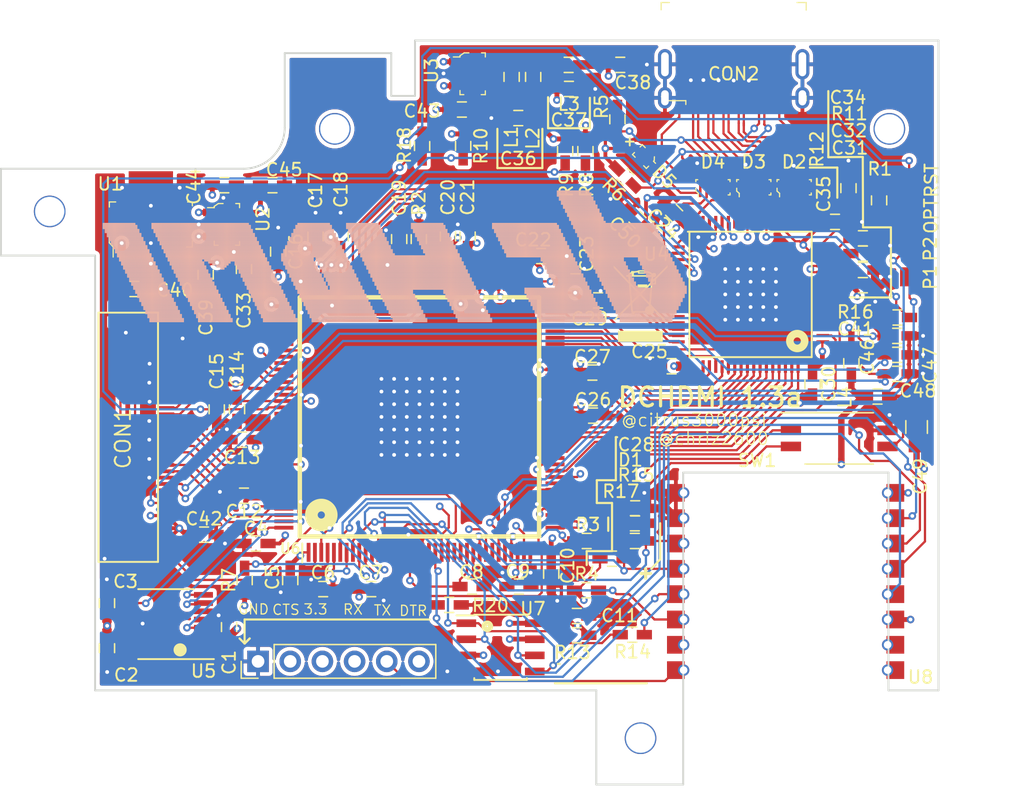
<source format=kicad_pcb>
(kicad_pcb (version 20171130) (host pcbnew "(5.0.0)")

  (general
    (thickness 1.6)
    (drawings 72)
    (tracks 2014)
    (zones 0)
    (modules 114)
    (nets 135)
  )

  (page A4)
  (layers
    (0 F.Cu signal)
    (1 In1.Cu power)
    (2 In2.Cu power)
    (31 B.Cu signal)
    (32 B.Adhes user)
    (33 F.Adhes user)
    (34 B.Paste user)
    (35 F.Paste user)
    (36 B.SilkS user)
    (37 F.SilkS user)
    (38 B.Mask user)
    (39 F.Mask user)
    (40 Dwgs.User user)
    (41 Cmts.User user)
    (42 Eco1.User user)
    (43 Eco2.User user)
    (44 Edge.Cuts user)
    (45 Margin user)
    (46 B.CrtYd user)
    (47 F.CrtYd user)
    (48 B.Fab user hide)
    (49 F.Fab user)
  )

  (setup
    (last_trace_width 0.178)
    (user_trace_width 0.254)
    (user_trace_width 0.3)
    (user_trace_width 0.381)
    (user_trace_width 0.508)
    (user_trace_width 0.635)
    (trace_clearance 0.15)
    (zone_clearance 0.3)
    (zone_45_only yes)
    (trace_min 0.15)
    (segment_width 0.17)
    (edge_width 0.15)
    (via_size 0.6)
    (via_drill 0.3)
    (via_min_size 0.3)
    (via_min_drill 0.3)
    (uvia_size 0.3)
    (uvia_drill 0.1)
    (uvias_allowed no)
    (uvia_min_size 0.2)
    (uvia_min_drill 0.1)
    (pcb_text_width 0.3)
    (pcb_text_size 0.2 0.2)
    (mod_edge_width 0.15)
    (mod_text_size 1 1)
    (mod_text_width 0.15)
    (pad_size 0.6 0.6)
    (pad_drill 0.3)
    (pad_to_mask_clearance 0.2)
    (aux_axis_origin 122 125)
    (visible_elements 7FFFFFFF)
    (pcbplotparams
      (layerselection 0x010f8_ffffffff)
      (usegerberextensions true)
      (usegerberattributes false)
      (usegerberadvancedattributes false)
      (creategerberjobfile false)
      (excludeedgelayer true)
      (linewidth 0.100000)
      (plotframeref false)
      (viasonmask false)
      (mode 1)
      (useauxorigin false)
      (hpglpennumber 1)
      (hpglpenspeed 20)
      (hpglpendiameter 15.000000)
      (psnegative false)
      (psa4output false)
      (plotreference true)
      (plotvalue true)
      (plotinvisibletext false)
      (padsonsilk false)
      (subtractmaskfromsilk false)
      (outputformat 1)
      (mirror false)
      (drillshape 0)
      (scaleselection 1)
      (outputdirectory "Gerber/"))
  )

  (net 0 "")
  (net 1 GND)
  (net 2 +3V3)
  (net 3 +2.5)
  (net 4 +1.2)
  (net 5 "Net-(C24-Pad1)")
  (net 6 "Net-(C32-Pad1)")
  (net 7 "Net-(C33-Pad2)")
  (net 8 "Net-(C34-Pad1)")
  (net 9 "Net-(CON2-Pad9)")
  (net 10 "Net-(CON2-Pad8)")
  (net 11 "Net-(CON2-Pad6)")
  (net 12 "Net-(CON2-Pad5)")
  (net 13 "Net-(CON2-Pad3)")
  (net 14 "Net-(CON2-Pad2)")
  (net 15 "Net-(CON2-Pad11)")
  (net 16 "Net-(CON2-Pad12)")
  (net 17 /SCL)
  (net 18 /SDA)
  (net 19 "Net-(CON2-Pad17)")
  (net 20 "Net-(CON2-Pad19)")
  (net 21 "Net-(D1-Pad1)")
  (net 22 /nConf)
  (net 23 +1.8)
  (net 24 "Net-(R2-Pad2)")
  (net 25 /INT)
  (net 26 "Net-(R11-Pad1)")
  (net 27 /CS)
  (net 28 "Net-(R14-Pad1)")
  (net 29 "Net-(U3-Pad4)")
  (net 30 "Net-(U4-Pad2)")
  (net 31 "Net-(U4-Pad3)")
  (net 32 "Net-(U4-Pad4)")
  (net 33 /ADAT)
  (net 34 "Net-(U4-Pad6)")
  (net 35 "Net-(U4-Pad7)")
  (net 36 "Net-(U4-Pad8)")
  (net 37 /ABCK)
  (net 38 /ALRK)
  (net 39 "Net-(U4-Pad37)")
  (net 40 "Net-(U4-Pad38)")
  (net 41 "Net-(U4-Pad39)")
  (net 42 "Net-(U4-Pad40)")
  (net 43 "Net-(U4-Pad41)")
  (net 44 "Net-(U4-Pad42)")
  (net 45 "Net-(U4-Pad43)")
  (net 46 "Net-(U4-Pad44)")
  (net 47 "Net-(U4-Pad45)")
  (net 48 "Net-(U4-Pad46)")
  (net 49 "Net-(U4-Pad47)")
  (net 50 "Net-(U4-Pad48)")
  (net 51 "Net-(U4-Pad49)")
  (net 52 "Net-(U4-Pad50)")
  (net 53 "Net-(U4-Pad52)")
  (net 54 /ADVCLK)
  (net 55 "Net-(U4-Pad54)")
  (net 56 "Net-(U4-Pad55)")
  (net 57 "Net-(U4-Pad56)")
  (net 58 "Net-(U4-Pad57)")
  (net 59 "Net-(U4-Pad58)")
  (net 60 "Net-(U4-Pad59)")
  (net 61 "Net-(U4-Pad60)")
  (net 62 "Net-(U4-Pad61)")
  (net 63 "Net-(U4-Pad62)")
  (net 64 "Net-(U4-Pad63)")
  (net 65 "Net-(U4-Pad64)")
  (net 66 /X1)
  (net 67 "Net-(U5-Pad16)")
  (net 68 /S0)
  (net 69 /S3)
  (net 70 /S2)
  (net 71 /CLK)
  (net 72 /S1)
  (net 73 "Net-(U5-Pad15)")
  (net 74 /MOSI)
  (net 75 /DCLK)
  (net 76 /MISO)
  (net 77 /VCLK)
  (net 78 "Net-(U6-Pad24)")
  (net 79 "Net-(U6-Pad52)")
  (net 80 "Net-(U6-Pad53)")
  (net 81 "Net-(U6-Pad54)")
  (net 82 "Net-(U6-Pad55)")
  (net 83 "Net-(U6-Pad89)")
  (net 84 "Net-(U6-Pad90)")
  (net 85 "Net-(U6-Pad91)")
  (net 86 "Net-(CON1-Pad3)")
  (net 87 "Net-(CON1-Pad4)")
  (net 88 "Net-(CON1-Pad6)")
  (net 89 "Net-(CON1-Pad7)")
  (net 90 "Net-(CON1-Pad9)")
  (net 91 "Net-(CON1-Pad10)")
  (net 92 "Net-(CON1-Pad12)")
  (net 93 "Net-(CON1-Pad13)")
  (net 94 "Net-(U6-Pad126)")
  (net 95 "Net-(U6-Pad127)")
  (net 96 "Net-(U6-Pad128)")
  (net 97 "Net-(U6-Pad129)")
  (net 98 "Net-(CON1-Pad15)")
  (net 99 "Net-(CON1-Pad16)")
  (net 100 "Net-(CON1-Pad18)")
  (net 101 "Net-(CON1-Pad19)")
  (net 102 "Net-(CON1-Pad21)")
  (net 103 "Net-(CON1-Pad22)")
  (net 104 "Net-(CON1-Pad28)")
  (net 105 "Net-(U8-Pad2)")
  (net 106 "Net-(U6-Pad25)")
  (net 107 /SCL_H)
  (net 108 /SDA_H)
  (net 109 "Net-(R16-Pad2)")
  (net 110 /+5)
  (net 111 /PAD1)
  (net 112 /PAD2)
  (net 113 /ESP_SCL)
  (net 114 /ESP_SDA)
  (net 115 "Net-(R7-Pad2)")
  (net 116 /nCE)
  (net 117 "Net-(CON3-Pad2)")
  (net 118 /RXD)
  (net 119 /TXD)
  (net 120 "Net-(CON3-Pad6)")
  (net 121 /SRST)
  (net 122 /HRST_OUT)
  (net 123 /HRST)
  (net 124 "Net-(U6-Pad15)")
  (net 125 "Net-(U6-Pad16)")
  (net 126 "Net-(U6-Pad18)")
  (net 127 "Net-(U6-Pad20)")
  (net 128 "Net-(U6-Pad22)")
  (net 129 "Net-(U8-Pad1)")
  (net 130 "Net-(R1-Pad2)")
  (net 131 "Net-(R18-Pad2)")
  (net 132 "Net-(C50-Pad1)")
  (net 133 /HDMI+5)
  (net 134 "Net-(CON2-Pad14)")

  (net_class Default "This is the default net class."
    (clearance 0.15)
    (trace_width 0.178)
    (via_dia 0.6)
    (via_drill 0.3)
    (uvia_dia 0.3)
    (uvia_drill 0.1)
    (add_net +1.2)
    (add_net +1.8)
    (add_net +2.5)
    (add_net +3V3)
    (add_net /+5)
    (add_net /ABCK)
    (add_net /ADAT)
    (add_net /ADVCLK)
    (add_net /ALRK)
    (add_net /CLK)
    (add_net /CS)
    (add_net /DCLK)
    (add_net /ESP_SCL)
    (add_net /ESP_SDA)
    (add_net /HDMI+5)
    (add_net /HRST)
    (add_net /HRST_OUT)
    (add_net /INT)
    (add_net /MISO)
    (add_net /MOSI)
    (add_net /PAD1)
    (add_net /PAD2)
    (add_net /RXD)
    (add_net /S0)
    (add_net /S1)
    (add_net /S2)
    (add_net /S3)
    (add_net /SCL)
    (add_net /SCL_H)
    (add_net /SDA)
    (add_net /SDA_H)
    (add_net /SRST)
    (add_net /TXD)
    (add_net /VCLK)
    (add_net /X1)
    (add_net /nCE)
    (add_net /nConf)
    (add_net GND)
    (add_net "Net-(C24-Pad1)")
    (add_net "Net-(C32-Pad1)")
    (add_net "Net-(C33-Pad2)")
    (add_net "Net-(C34-Pad1)")
    (add_net "Net-(C50-Pad1)")
    (add_net "Net-(CON1-Pad10)")
    (add_net "Net-(CON1-Pad12)")
    (add_net "Net-(CON1-Pad13)")
    (add_net "Net-(CON1-Pad15)")
    (add_net "Net-(CON1-Pad16)")
    (add_net "Net-(CON1-Pad18)")
    (add_net "Net-(CON1-Pad19)")
    (add_net "Net-(CON1-Pad21)")
    (add_net "Net-(CON1-Pad22)")
    (add_net "Net-(CON1-Pad28)")
    (add_net "Net-(CON1-Pad3)")
    (add_net "Net-(CON1-Pad4)")
    (add_net "Net-(CON1-Pad6)")
    (add_net "Net-(CON1-Pad7)")
    (add_net "Net-(CON1-Pad9)")
    (add_net "Net-(CON2-Pad11)")
    (add_net "Net-(CON2-Pad12)")
    (add_net "Net-(CON2-Pad14)")
    (add_net "Net-(CON2-Pad17)")
    (add_net "Net-(CON2-Pad19)")
    (add_net "Net-(CON2-Pad2)")
    (add_net "Net-(CON2-Pad3)")
    (add_net "Net-(CON2-Pad5)")
    (add_net "Net-(CON2-Pad6)")
    (add_net "Net-(CON2-Pad8)")
    (add_net "Net-(CON2-Pad9)")
    (add_net "Net-(CON3-Pad2)")
    (add_net "Net-(CON3-Pad6)")
    (add_net "Net-(D1-Pad1)")
    (add_net "Net-(R1-Pad2)")
    (add_net "Net-(R11-Pad1)")
    (add_net "Net-(R14-Pad1)")
    (add_net "Net-(R16-Pad2)")
    (add_net "Net-(R18-Pad2)")
    (add_net "Net-(R2-Pad2)")
    (add_net "Net-(R7-Pad2)")
    (add_net "Net-(U3-Pad4)")
    (add_net "Net-(U4-Pad2)")
    (add_net "Net-(U4-Pad3)")
    (add_net "Net-(U4-Pad37)")
    (add_net "Net-(U4-Pad38)")
    (add_net "Net-(U4-Pad39)")
    (add_net "Net-(U4-Pad4)")
    (add_net "Net-(U4-Pad40)")
    (add_net "Net-(U4-Pad41)")
    (add_net "Net-(U4-Pad42)")
    (add_net "Net-(U4-Pad43)")
    (add_net "Net-(U4-Pad44)")
    (add_net "Net-(U4-Pad45)")
    (add_net "Net-(U4-Pad46)")
    (add_net "Net-(U4-Pad47)")
    (add_net "Net-(U4-Pad48)")
    (add_net "Net-(U4-Pad49)")
    (add_net "Net-(U4-Pad50)")
    (add_net "Net-(U4-Pad52)")
    (add_net "Net-(U4-Pad54)")
    (add_net "Net-(U4-Pad55)")
    (add_net "Net-(U4-Pad56)")
    (add_net "Net-(U4-Pad57)")
    (add_net "Net-(U4-Pad58)")
    (add_net "Net-(U4-Pad59)")
    (add_net "Net-(U4-Pad6)")
    (add_net "Net-(U4-Pad60)")
    (add_net "Net-(U4-Pad61)")
    (add_net "Net-(U4-Pad62)")
    (add_net "Net-(U4-Pad63)")
    (add_net "Net-(U4-Pad64)")
    (add_net "Net-(U4-Pad7)")
    (add_net "Net-(U4-Pad8)")
    (add_net "Net-(U5-Pad15)")
    (add_net "Net-(U5-Pad16)")
    (add_net "Net-(U6-Pad126)")
    (add_net "Net-(U6-Pad127)")
    (add_net "Net-(U6-Pad128)")
    (add_net "Net-(U6-Pad129)")
    (add_net "Net-(U6-Pad15)")
    (add_net "Net-(U6-Pad16)")
    (add_net "Net-(U6-Pad18)")
    (add_net "Net-(U6-Pad20)")
    (add_net "Net-(U6-Pad22)")
    (add_net "Net-(U6-Pad24)")
    (add_net "Net-(U6-Pad25)")
    (add_net "Net-(U6-Pad52)")
    (add_net "Net-(U6-Pad53)")
    (add_net "Net-(U6-Pad54)")
    (add_net "Net-(U6-Pad55)")
    (add_net "Net-(U6-Pad89)")
    (add_net "Net-(U6-Pad90)")
    (add_net "Net-(U6-Pad91)")
    (add_net "Net-(U8-Pad1)")
    (add_net "Net-(U8-Pad2)")
  )

  (module Altera:altera144_wcenterpad (layer F.Cu) (tedit 5C17C258) (tstamp 5AC67380)
    (at 147.6 103.4 90)
    (path /5AAD2035)
    (attr smd)
    (fp_text reference U6 (at -10.4 -10.2 180) (layer F.SilkS)
      (effects (font (size 0.8 0.8) (thickness 0.15)))
    )
    (fp_text value 10CL025 (at 6.32 0.11 180) (layer F.Fab)
      (effects (font (size 0.8 0.8) (thickness 0.15)))
    )
    (fp_circle (center -7.747 -7.747) (end -7.62 -7.493) (layer F.SilkS) (width 1))
    (fp_line (start -11.5 -9.25) (end -10 -9.25) (layer F.SilkS) (width 0.15))
    (fp_line (start -11.95 -11.95) (end 11.95 -11.95) (layer F.Fab) (width 0.15))
    (fp_line (start 11.95 -11.95) (end 11.95 11.95) (layer F.Fab) (width 0.15))
    (fp_line (start 11.95 11.95) (end -11.95 11.95) (layer F.Fab) (width 0.15))
    (fp_line (start -11.95 11.95) (end -11.95 -11.95) (layer F.Fab) (width 0.15))
    (fp_line (start -11.95 -11.95) (end 11.95 -11.95) (layer F.CrtYd) (width 0.15))
    (fp_line (start 11.95 -11.95) (end 11.95 11.95) (layer F.CrtYd) (width 0.15))
    (fp_line (start 11.95 11.95) (end -11.95 11.95) (layer F.CrtYd) (width 0.15))
    (fp_line (start -11.95 11.95) (end -11.95 -11.95) (layer F.CrtYd) (width 0.15))
    (fp_line (start -9.442 9.442) (end 9.442 9.442) (layer F.SilkS) (width 0.35))
    (fp_line (start 9.442 9.442) (end 9.442 -9.442) (layer F.SilkS) (width 0.35))
    (fp_line (start 9.442 -9.442) (end -9.442 -9.442) (layer F.SilkS) (width 0.35))
    (fp_line (start -9.442 -9.442) (end -9.442 9.442) (layer F.SilkS) (width 0.35))
    (pad 1 smd rect (at -10.7 -8.75 90) (size 1.5 0.3) (layers F.Cu F.Paste F.Mask)
      (net 4 +1.2))
    (pad 2 smd rect (at -10.7 -8.25 90) (size 1.5 0.3) (layers F.Cu F.Paste F.Mask)
      (net 1 GND))
    (pad 3 smd rect (at -10.7 -7.75 90) (size 1.5 0.3) (layers F.Cu F.Paste F.Mask)
      (net 3 +2.5))
    (pad 4 smd rect (at -10.7 -7.25 90) (size 1.5 0.3) (layers F.Cu F.Paste F.Mask)
      (net 1 GND))
    (pad 5 smd rect (at -10.7 -6.75 90) (size 1.5 0.3) (layers F.Cu F.Paste F.Mask)
      (net 4 +1.2))
    (pad 6 smd rect (at -10.7 -6.25 90) (size 1.5 0.3) (layers F.Cu F.Paste F.Mask)
      (net 74 /MOSI))
    (pad 7 smd rect (at -10.7 -5.75 90) (size 1.5 0.3) (layers F.Cu F.Paste F.Mask)
      (net 68 /S0))
    (pad 8 smd rect (at -10.7 -5.25 90) (size 1.5 0.3) (layers F.Cu F.Paste F.Mask)
      (net 27 /CS))
    (pad 9 smd rect (at -10.7 -4.75 90) (size 1.5 0.3) (layers F.Cu F.Paste F.Mask)
      (net 115 "Net-(R7-Pad2)"))
    (pad 10 smd rect (at -10.7 -4.25 90) (size 1.5 0.3) (layers F.Cu F.Paste F.Mask)
      (net 72 /S1))
    (pad 11 smd rect (at -10.7 -3.75 90) (size 1.5 0.3) (layers F.Cu F.Paste F.Mask)
      (net 113 /ESP_SCL))
    (pad 12 smd rect (at -10.7 -3.25 90) (size 1.5 0.3) (layers F.Cu F.Paste F.Mask)
      (net 75 /DCLK))
    (pad 13 smd rect (at -10.7 -2.75 90) (size 1.5 0.3) (layers F.Cu F.Paste F.Mask)
      (net 76 /MISO))
    (pad 14 smd rect (at -10.7 -2.25 90) (size 1.5 0.3) (layers F.Cu F.Paste F.Mask)
      (net 22 /nConf))
    (pad 15 smd rect (at -10.7 -1.75 90) (size 1.5 0.3) (layers F.Cu F.Paste F.Mask)
      (net 124 "Net-(U6-Pad15)"))
    (pad 16 smd rect (at -10.7 -1.25 90) (size 1.5 0.3) (layers F.Cu F.Paste F.Mask)
      (net 125 "Net-(U6-Pad16)"))
    (pad 17 smd rect (at -10.7 -0.75 90) (size 1.5 0.3) (layers F.Cu F.Paste F.Mask)
      (net 2 +3V3))
    (pad 18 smd rect (at -10.7 -0.25 90) (size 1.5 0.3) (layers F.Cu F.Paste F.Mask)
      (net 126 "Net-(U6-Pad18)"))
    (pad 19 smd rect (at -10.7 0.25 90) (size 1.5 0.3) (layers F.Cu F.Paste F.Mask)
      (net 1 GND))
    (pad 20 smd rect (at -10.7 0.75 90) (size 1.5 0.3) (layers F.Cu F.Paste F.Mask)
      (net 127 "Net-(U6-Pad20)"))
    (pad 21 smd rect (at -10.7 1.25 90) (size 1.5 0.3) (layers F.Cu F.Paste F.Mask)
      (net 116 /nCE))
    (pad 22 smd rect (at -10.7 1.75 90) (size 1.5 0.3) (layers F.Cu F.Paste F.Mask)
      (net 128 "Net-(U6-Pad22)"))
    (pad 23 smd rect (at -10.7 2.25 90) (size 1.5 0.3) (layers F.Cu F.Paste F.Mask)
      (net 77 /VCLK))
    (pad 24 smd rect (at -10.7 2.75 90) (size 1.5 0.3) (layers F.Cu F.Paste F.Mask)
      (net 78 "Net-(U6-Pad24)"))
    (pad 25 smd rect (at -10.7 3.25 90) (size 1.5 0.3) (layers F.Cu F.Paste F.Mask)
      (net 106 "Net-(U6-Pad25)"))
    (pad 26 smd rect (at -10.7 3.75 90) (size 1.5 0.3) (layers F.Cu F.Paste F.Mask)
      (net 2 +3V3))
    (pad 27 smd rect (at -10.7 4.25 90) (size 1.5 0.3) (layers F.Cu F.Paste F.Mask)
      (net 1 GND))
    (pad 28 smd rect (at -10.7 4.75 90) (size 1.5 0.3) (layers F.Cu F.Paste F.Mask)
      (net 114 /ESP_SDA))
    (pad 29 smd rect (at -10.7 5.25 90) (size 1.5 0.3) (layers F.Cu F.Paste F.Mask)
      (net 4 +1.2))
    (pad 30 smd rect (at -10.7 5.75 90) (size 1.5 0.3) (layers F.Cu F.Paste F.Mask)
      (net 1 GND))
    (pad 31 smd rect (at -10.7 6.25 90) (size 1.5 0.3) (layers F.Cu F.Paste F.Mask)
      (net 111 /PAD1))
    (pad 32 smd rect (at -10.7 6.75 90) (size 1.5 0.3) (layers F.Cu F.Paste F.Mask)
      (net 112 /PAD2))
    (pad 33 smd rect (at -10.7 7.25 90) (size 1.5 0.3) (layers F.Cu F.Paste F.Mask)
      (net 123 /HRST))
    (pad 34 smd rect (at -10.7 7.75 90) (size 1.5 0.3) (layers F.Cu F.Paste F.Mask)
      (net 4 +1.2))
    (pad 35 smd rect (at -10.7 8.25 90) (size 1.5 0.3) (layers F.Cu F.Paste F.Mask)
      (net 3 +2.5))
    (pad 36 smd rect (at -10.7 8.75 90) (size 1.5 0.3) (layers F.Cu F.Paste F.Mask)
      (net 1 GND))
    (pad 37 smd rect (at -8.75 10.7 90) (size 0.3 1.5) (layers F.Cu F.Paste F.Mask)
      (net 4 +1.2))
    (pad 38 smd rect (at -8.25 10.7 90) (size 0.3 1.5) (layers F.Cu F.Paste F.Mask)
      (net 4 +1.2))
    (pad 39 smd rect (at -7.75 10.7 90) (size 0.3 1.5) (layers F.Cu F.Paste F.Mask)
      (net 30 "Net-(U4-Pad2)"))
    (pad 40 smd rect (at -7.25 10.7 90) (size 0.3 1.5) (layers F.Cu F.Paste F.Mask)
      (net 2 +3V3))
    (pad 41 smd rect (at -6.75 10.7 90) (size 0.3 1.5) (layers F.Cu F.Paste F.Mask)
      (net 1 GND))
    (pad 42 smd rect (at -6.25 10.7 90) (size 0.3 1.5) (layers F.Cu F.Paste F.Mask)
      (net 65 "Net-(U4-Pad64)"))
    (pad 43 smd rect (at -5.75 10.7 90) (size 0.3 1.5) (layers F.Cu F.Paste F.Mask)
      (net 66 /X1))
    (pad 44 smd rect (at -5.25 10.7 90) (size 0.3 1.5) (layers F.Cu F.Paste F.Mask)
      (net 64 "Net-(U4-Pad63)"))
    (pad 45 smd rect (at -4.75 10.7 90) (size 0.3 1.5) (layers F.Cu F.Paste F.Mask)
      (net 4 +1.2))
    (pad 46 smd rect (at -4.25 10.7 90) (size 0.3 1.5) (layers F.Cu F.Paste F.Mask)
      (net 63 "Net-(U4-Pad62)"))
    (pad 47 smd rect (at -3.75 10.7 90) (size 0.3 1.5) (layers F.Cu F.Paste F.Mask)
      (net 2 +3V3))
    (pad 48 smd rect (at -3.25 10.7 90) (size 0.3 1.5) (layers F.Cu F.Paste F.Mask)
      (net 1 GND))
    (pad 49 smd rect (at -2.75 10.7 90) (size 0.3 1.5) (layers F.Cu F.Paste F.Mask)
      (net 62 "Net-(U4-Pad61)"))
    (pad 50 smd rect (at -2.25 10.7 90) (size 0.3 1.5) (layers F.Cu F.Paste F.Mask)
      (net 61 "Net-(U4-Pad60)"))
    (pad 51 smd rect (at -1.75 10.7 90) (size 0.3 1.5) (layers F.Cu F.Paste F.Mask)
      (net 60 "Net-(U4-Pad59)"))
    (pad 52 smd rect (at -1.25 10.7 90) (size 0.3 1.5) (layers F.Cu F.Paste F.Mask)
      (net 79 "Net-(U6-Pad52)"))
    (pad 53 smd rect (at -0.75 10.7 90) (size 0.3 1.5) (layers F.Cu F.Paste F.Mask)
      (net 80 "Net-(U6-Pad53)"))
    (pad 54 smd rect (at -0.25 10.7 90) (size 0.3 1.5) (layers F.Cu F.Paste F.Mask)
      (net 81 "Net-(U6-Pad54)"))
    (pad 55 smd rect (at 0.25 10.7 90) (size 0.3 1.5) (layers F.Cu F.Paste F.Mask)
      (net 82 "Net-(U6-Pad55)"))
    (pad 56 smd rect (at 0.75 10.7 90) (size 0.3 1.5) (layers F.Cu F.Paste F.Mask)
      (net 2 +3V3))
    (pad 57 smd rect (at 1.25 10.7 90) (size 0.3 1.5) (layers F.Cu F.Paste F.Mask)
      (net 1 GND))
    (pad 58 smd rect (at 1.75 10.7 90) (size 0.3 1.5) (layers F.Cu F.Paste F.Mask)
      (net 59 "Net-(U4-Pad58)"))
    (pad 59 smd rect (at 2.25 10.7 90) (size 0.3 1.5) (layers F.Cu F.Paste F.Mask)
      (net 58 "Net-(U4-Pad57)"))
    (pad 60 smd rect (at 2.75 10.7 90) (size 0.3 1.5) (layers F.Cu F.Paste F.Mask)
      (net 57 "Net-(U4-Pad56)"))
    (pad 61 smd rect (at 3.25 10.7 90) (size 0.3 1.5) (layers F.Cu F.Paste F.Mask)
      (net 4 +1.2))
    (pad 62 smd rect (at 3.75 10.7 90) (size 0.3 1.5) (layers F.Cu F.Paste F.Mask)
      (net 2 +3V3))
    (pad 63 smd rect (at 4.25 10.7 90) (size 0.3 1.5) (layers F.Cu F.Paste F.Mask)
      (net 1 GND))
    (pad 64 smd rect (at 4.75 10.7 90) (size 0.3 1.5) (layers F.Cu F.Paste F.Mask)
      (net 1 GND))
    (pad 65 smd rect (at 5.25 10.7 90) (size 0.3 1.5) (layers F.Cu F.Paste F.Mask)
      (net 56 "Net-(U4-Pad55)"))
    (pad 66 smd rect (at 5.75 10.7 90) (size 0.3 1.5) (layers F.Cu F.Paste F.Mask)
      (net 55 "Net-(U4-Pad54)"))
    (pad 67 smd rect (at 6.25 10.7 90) (size 0.3 1.5) (layers F.Cu F.Paste F.Mask)
      (net 53 "Net-(U4-Pad52)"))
    (pad 68 smd rect (at 6.75 10.7 90) (size 0.3 1.5) (layers F.Cu F.Paste F.Mask)
      (net 52 "Net-(U4-Pad50)"))
    (pad 69 smd rect (at 7.25 10.7 90) (size 0.3 1.5) (layers F.Cu F.Paste F.Mask)
      (net 51 "Net-(U4-Pad49)"))
    (pad 70 smd rect (at 7.75 10.7 90) (size 0.3 1.5) (layers F.Cu F.Paste F.Mask)
      (net 4 +1.2))
    (pad 71 smd rect (at 8.25 10.7 90) (size 0.3 1.5) (layers F.Cu F.Paste F.Mask)
      (net 54 /ADVCLK))
    (pad 72 smd rect (at 8.75 10.7 90) (size 0.3 1.5) (layers F.Cu F.Paste F.Mask)
      (net 50 "Net-(U4-Pad48)"))
    (pad 73 smd rect (at 10.7 8.75 90) (size 1.5 0.3) (layers F.Cu F.Paste F.Mask)
      (net 4 +1.2))
    (pad 74 smd rect (at 10.7 8.25 90) (size 1.5 0.3) (layers F.Cu F.Paste F.Mask)
      (net 1 GND))
    (pad 75 smd rect (at 10.7 7.75 90) (size 1.5 0.3) (layers F.Cu F.Paste F.Mask)
      (net 3 +2.5))
    (pad 76 smd rect (at 10.7 7.25 90) (size 1.5 0.3) (layers F.Cu F.Paste F.Mask)
      (net 49 "Net-(U4-Pad47)"))
    (pad 77 smd rect (at 10.7 6.75 90) (size 1.5 0.3) (layers F.Cu F.Paste F.Mask)
      (net 48 "Net-(U4-Pad46)"))
    (pad 78 smd rect (at 10.7 6.25 90) (size 1.5 0.3) (layers F.Cu F.Paste F.Mask)
      (net 4 +1.2))
    (pad 79 smd rect (at 10.7 5.75 90) (size 1.5 0.3) (layers F.Cu F.Paste F.Mask)
      (net 1 GND))
    (pad 80 smd rect (at 10.7 5.25 90) (size 1.5 0.3) (layers F.Cu F.Paste F.Mask)
      (net 47 "Net-(U4-Pad45)"))
    (pad 81 smd rect (at 10.7 4.75 90) (size 1.5 0.3) (layers F.Cu F.Paste F.Mask)
      (net 2 +3V3))
    (pad 82 smd rect (at 10.7 4.25 90) (size 1.5 0.3) (layers F.Cu F.Paste F.Mask)
      (net 1 GND))
    (pad 83 smd rect (at 10.7 3.75 90) (size 1.5 0.3) (layers F.Cu F.Paste F.Mask)
      (net 46 "Net-(U4-Pad44)"))
    (pad 84 smd rect (at 10.7 3.25 90) (size 1.5 0.3) (layers F.Cu F.Paste F.Mask)
      (net 4 +1.2))
    (pad 85 smd rect (at 10.7 2.75 90) (size 1.5 0.3) (layers F.Cu F.Paste F.Mask)
      (net 45 "Net-(U4-Pad43)"))
    (pad 86 smd rect (at 10.7 2.25 90) (size 1.5 0.3) (layers F.Cu F.Paste F.Mask)
      (net 44 "Net-(U4-Pad42)"))
    (pad 87 smd rect (at 10.7 1.75 90) (size 1.5 0.3) (layers F.Cu F.Paste F.Mask)
      (net 43 "Net-(U4-Pad41)"))
    (pad 88 smd rect (at 10.7 1.25 90) (size 1.5 0.3) (layers F.Cu F.Paste F.Mask)
      (net 71 /CLK))
    (pad 89 smd rect (at 10.7 0.75 90) (size 1.5 0.3) (layers F.Cu F.Paste F.Mask)
      (net 83 "Net-(U6-Pad89)"))
    (pad 90 smd rect (at 10.7 0.25 90) (size 1.5 0.3) (layers F.Cu F.Paste F.Mask)
      (net 84 "Net-(U6-Pad90)"))
    (pad 91 smd rect (at 10.7 -0.25 90) (size 1.5 0.3) (layers F.Cu F.Paste F.Mask)
      (net 85 "Net-(U6-Pad91)"))
    (pad 92 smd rect (at 10.7 -0.75 90) (size 1.5 0.3) (layers F.Cu F.Paste F.Mask)
      (net 24 "Net-(R2-Pad2)"))
    (pad 93 smd rect (at 10.7 -1.25 90) (size 1.5 0.3) (layers F.Cu F.Paste F.Mask)
      (net 2 +3V3))
    (pad 94 smd rect (at 10.7 -1.75 90) (size 1.5 0.3) (layers F.Cu F.Paste F.Mask)
      (net 2 +3V3))
    (pad 95 smd rect (at 10.7 -2.25 90) (size 1.5 0.3) (layers F.Cu F.Paste F.Mask)
      (net 1 GND))
    (pad 96 smd rect (at 10.7 -2.75 90) (size 1.5 0.3) (layers F.Cu F.Paste F.Mask)
      (net 1 GND))
    (pad 97 smd rect (at 10.7 -3.25 90) (size 1.5 0.3) (layers F.Cu F.Paste F.Mask)
      (net 2 +3V3))
    (pad 98 smd rect (at 10.7 -3.75 90) (size 1.5 0.3) (layers F.Cu F.Paste F.Mask)
      (net 42 "Net-(U4-Pad40)"))
    (pad 99 smd rect (at 10.7 -4.25 90) (size 1.5 0.3) (layers F.Cu F.Paste F.Mask)
      (net 41 "Net-(U4-Pad39)"))
    (pad 100 smd rect (at 10.7 -4.75 90) (size 1.5 0.3) (layers F.Cu F.Paste F.Mask)
      (net 40 "Net-(U4-Pad38)"))
    (pad 101 smd rect (at 10.7 -5.25 90) (size 1.5 0.3) (layers F.Cu F.Paste F.Mask)
      (net 39 "Net-(U4-Pad37)"))
    (pad 102 smd rect (at 10.7 -5.75 90) (size 1.5 0.3) (layers F.Cu F.Paste F.Mask)
      (net 4 +1.2))
    (pad 103 smd rect (at 10.7 -6.25 90) (size 1.5 0.3) (layers F.Cu F.Paste F.Mask)
      (net 18 /SDA))
    (pad 104 smd rect (at 10.7 -6.75 90) (size 1.5 0.3) (layers F.Cu F.Paste F.Mask)
      (net 1 GND))
    (pad 105 smd rect (at 10.7 -7.25 90) (size 1.5 0.3) (layers F.Cu F.Paste F.Mask)
      (net 17 /SCL))
    (pad 106 smd rect (at 10.7 -7.75 90) (size 1.5 0.3) (layers F.Cu F.Paste F.Mask)
      (net 25 /INT))
    (pad 107 smd rect (at 10.7 -8.25 90) (size 1.5 0.3) (layers F.Cu F.Paste F.Mask)
      (net 3 +2.5))
    (pad 108 smd rect (at 10.7 -8.75 90) (size 1.5 0.3) (layers F.Cu F.Paste F.Mask)
      (net 1 GND))
    (pad 109 smd rect (at 8.75 -10.7 90) (size 0.3 1.5) (layers F.Cu F.Paste F.Mask)
      (net 4 +1.2))
    (pad 110 smd rect (at 8.25 -10.7 90) (size 0.3 1.5) (layers F.Cu F.Paste F.Mask)
      (net 1 GND))
    (pad 111 smd rect (at 7.75 -10.7 90) (size 0.3 1.5) (layers F.Cu F.Paste F.Mask)
      (net 86 "Net-(CON1-Pad3)"))
    (pad 112 smd rect (at 7.25 -10.7 90) (size 0.3 1.5) (layers F.Cu F.Paste F.Mask)
      (net 87 "Net-(CON1-Pad4)"))
    (pad 113 smd rect (at 6.75 -10.7 90) (size 0.3 1.5) (layers F.Cu F.Paste F.Mask)
      (net 88 "Net-(CON1-Pad6)"))
    (pad 114 smd rect (at 6.25 -10.7 90) (size 0.3 1.5) (layers F.Cu F.Paste F.Mask)
      (net 89 "Net-(CON1-Pad7)"))
    (pad 115 smd rect (at 5.75 -10.7 90) (size 0.3 1.5) (layers F.Cu F.Paste F.Mask)
      (net 90 "Net-(CON1-Pad9)"))
    (pad 116 smd rect (at 5.25 -10.7 90) (size 0.3 1.5) (layers F.Cu F.Paste F.Mask)
      (net 4 +1.2))
    (pad 117 smd rect (at 4.75 -10.7 90) (size 0.3 1.5) (layers F.Cu F.Paste F.Mask)
      (net 2 +3V3))
    (pad 118 smd rect (at 4.25 -10.7 90) (size 0.3 1.5) (layers F.Cu F.Paste F.Mask)
      (net 1 GND))
    (pad 119 smd rect (at 3.75 -10.7 90) (size 0.3 1.5) (layers F.Cu F.Paste F.Mask)
      (net 91 "Net-(CON1-Pad10)"))
    (pad 120 smd rect (at 3.25 -10.7 90) (size 0.3 1.5) (layers F.Cu F.Paste F.Mask)
      (net 92 "Net-(CON1-Pad12)"))
    (pad 121 smd rect (at 2.75 -10.7 90) (size 0.3 1.5) (layers F.Cu F.Paste F.Mask)
      (net 93 "Net-(CON1-Pad13)"))
    (pad 122 smd rect (at 2.25 -10.7 90) (size 0.3 1.5) (layers F.Cu F.Paste F.Mask)
      (net 2 +3V3))
    (pad 123 smd rect (at 1.75 -10.7 90) (size 0.3 1.5) (layers F.Cu F.Paste F.Mask)
      (net 1 GND))
    (pad 124 smd rect (at 1.25 -10.7 90) (size 0.3 1.5) (layers F.Cu F.Paste F.Mask)
      (net 4 +1.2))
    (pad 125 smd rect (at 0.75 -10.7 90) (size 0.3 1.5) (layers F.Cu F.Paste F.Mask)
      (net 131 "Net-(R18-Pad2)"))
    (pad 126 smd rect (at 0.25 -10.7 90) (size 0.3 1.5) (layers F.Cu F.Paste F.Mask)
      (net 94 "Net-(U6-Pad126)"))
    (pad 127 smd rect (at -0.25 -10.7 90) (size 0.3 1.5) (layers F.Cu F.Paste F.Mask)
      (net 95 "Net-(U6-Pad127)"))
    (pad 128 smd rect (at -0.75 -10.7 90) (size 0.3 1.5) (layers F.Cu F.Paste F.Mask)
      (net 96 "Net-(U6-Pad128)"))
    (pad 129 smd rect (at -1.25 -10.7 90) (size 0.3 1.5) (layers F.Cu F.Paste F.Mask)
      (net 97 "Net-(U6-Pad129)"))
    (pad 130 smd rect (at -1.75 -10.7 90) (size 0.3 1.5) (layers F.Cu F.Paste F.Mask)
      (net 2 +3V3))
    (pad 131 smd rect (at -2.25 -10.7 90) (size 0.3 1.5) (layers F.Cu F.Paste F.Mask)
      (net 1 GND))
    (pad 132 smd rect (at -2.75 -10.7 90) (size 0.3 1.5) (layers F.Cu F.Paste F.Mask)
      (net 98 "Net-(CON1-Pad15)"))
    (pad 133 smd rect (at -3.25 -10.7 90) (size 0.3 1.5) (layers F.Cu F.Paste F.Mask)
      (net 99 "Net-(CON1-Pad16)"))
    (pad 134 smd rect (at -3.75 -10.7 90) (size 0.3 1.5) (layers F.Cu F.Paste F.Mask)
      (net 4 +1.2))
    (pad 135 smd rect (at -4.25 -10.7 90) (size 0.3 1.5) (layers F.Cu F.Paste F.Mask)
      (net 100 "Net-(CON1-Pad18)"))
    (pad 136 smd rect (at -4.75 -10.7 90) (size 0.3 1.5) (layers F.Cu F.Paste F.Mask)
      (net 101 "Net-(CON1-Pad19)"))
    (pad 137 smd rect (at -5.25 -10.7 90) (size 0.3 1.5) (layers F.Cu F.Paste F.Mask)
      (net 102 "Net-(CON1-Pad21)"))
    (pad 138 smd rect (at -5.75 -10.7 90) (size 0.3 1.5) (layers F.Cu F.Paste F.Mask)
      (net 4 +1.2))
    (pad 139 smd rect (at -6.25 -10.7 90) (size 0.3 1.5) (layers F.Cu F.Paste F.Mask)
      (net 2 +3V3))
    (pad 140 smd rect (at -6.75 -10.7 90) (size 0.3 1.5) (layers F.Cu F.Paste F.Mask)
      (net 1 GND))
    (pad 141 smd rect (at -7.25 -10.7 90) (size 0.3 1.5) (layers F.Cu F.Paste F.Mask)
      (net 103 "Net-(CON1-Pad22)"))
    (pad 142 smd rect (at -7.75 -10.7 90) (size 0.3 1.5) (layers F.Cu F.Paste F.Mask)
      (net 104 "Net-(CON1-Pad28)"))
    (pad 143 smd rect (at -8.25 -10.7 90) (size 0.3 1.5) (layers F.Cu F.Paste F.Mask)
      (net 70 /S2))
    (pad 144 smd rect (at -8.75 -10.7 90) (size 0.3 1.5) (layers F.Cu F.Paste F.Mask)
      (net 69 /S3))
    (pad 145 smd rect (at 0 0 90) (size 6.7 6.7) (layers F.Cu F.Paste F.Mask)
      (net 1 GND) (zone_connect 2))
    (pad 145 thru_hole circle (at -3 -2 90) (size 0.6 0.6) (drill 0.3) (layers *.Cu *.Mask)
      (net 1 GND) (zone_connect 2))
    (pad 145 thru_hole circle (at -1 2 90) (size 0.6 0.6) (drill 0.3) (layers *.Cu *.Mask)
      (net 1 GND) (zone_connect 2))
    (pad 145 thru_hole circle (at -2 -1 90) (size 0.6 0.6) (drill 0.3) (layers *.Cu *.Mask)
      (net 1 GND) (zone_connect 2))
    (pad 145 thru_hole circle (at -3 -3 90) (size 0.6 0.6) (drill 0.3) (layers *.Cu *.Mask)
      (net 1 GND) (zone_connect 2))
    (pad 145 thru_hole circle (at -2 -3 90) (size 0.6 0.6) (drill 0.3) (layers *.Cu *.Mask)
      (net 1 GND) (zone_connect 2))
    (pad 145 thru_hole circle (at -2 -2 90) (size 0.6 0.6) (drill 0.3) (layers *.Cu *.Mask)
      (net 1 GND) (zone_connect 2))
    (pad 145 thru_hole circle (at -2 0 90) (size 0.6 0.6) (drill 0.3) (layers *.Cu *.Mask)
      (net 1 GND) (zone_connect 2))
    (pad 145 thru_hole circle (at -2 2 90) (size 0.6 0.6) (drill 0.3) (layers *.Cu *.Mask)
      (net 1 GND) (zone_connect 2))
    (pad 145 thru_hole circle (at -2 1 90) (size 0.6 0.6) (drill 0.3) (layers *.Cu *.Mask)
      (net 1 GND) (zone_connect 2))
    (pad 145 thru_hole circle (at -1 3 90) (size 0.6 0.6) (drill 0.3) (layers *.Cu *.Mask)
      (net 1 GND) (zone_connect 2))
    (pad 145 thru_hole circle (at -2 3 90) (size 0.6 0.6) (drill 0.3) (layers *.Cu *.Mask)
      (net 1 GND) (zone_connect 2))
    (pad 145 thru_hole circle (at -3 3 90) (size 0.6 0.6) (drill 0.3) (layers *.Cu *.Mask)
      (net 1 GND) (zone_connect 2))
    (pad 145 thru_hole circle (at -3 2 90) (size 0.6 0.6) (drill 0.3) (layers *.Cu *.Mask)
      (net 1 GND) (zone_connect 2))
    (pad 145 thru_hole circle (at -3 1 90) (size 0.6 0.6) (drill 0.3) (layers *.Cu *.Mask)
      (net 1 GND) (zone_connect 2))
    (pad 145 thru_hole circle (at -3 0 90) (size 0.6 0.6) (drill 0.3) (layers *.Cu *.Mask)
      (net 1 GND) (zone_connect 2))
    (pad 145 thru_hole circle (at -3 -1 90) (size 0.6 0.6) (drill 0.3) (layers *.Cu *.Mask)
      (net 1 GND) (zone_connect 2))
    (pad 145 thru_hole circle (at -1 1 90) (size 0.6 0.6) (drill 0.3) (layers *.Cu *.Mask)
      (net 1 GND) (zone_connect 2))
    (pad 145 thru_hole circle (at -1 0 90) (size 0.6 0.6) (drill 0.3) (layers *.Cu *.Mask)
      (net 1 GND) (zone_connect 2))
    (pad 145 thru_hole circle (at -1 -1 90) (size 0.6 0.6) (drill 0.3) (layers *.Cu *.Mask)
      (net 1 GND) (zone_connect 2))
    (pad 145 thru_hole circle (at -1 -2 90) (size 0.6 0.6) (drill 0.3) (layers *.Cu *.Mask)
      (net 1 GND) (zone_connect 2))
    (pad 145 thru_hole circle (at -1 -3 90) (size 0.6 0.6) (drill 0.3) (layers *.Cu *.Mask)
      (net 1 GND) (zone_connect 2))
    (pad 145 thru_hole circle (at 0 -3 90) (size 0.6 0.6) (drill 0.3) (layers *.Cu *.Mask)
      (net 1 GND) (zone_connect 2))
    (pad 145 thru_hole circle (at 0 -2 90) (size 0.6 0.6) (drill 0.3) (layers *.Cu *.Mask)
      (net 1 GND) (zone_connect 2))
    (pad 145 thru_hole circle (at 0 -1 90) (size 0.6 0.6) (drill 0.3) (layers *.Cu *.Mask)
      (net 1 GND) (zone_connect 2))
    (pad 145 thru_hole circle (at 0 0 90) (size 0.6 0.6) (drill 0.3) (layers *.Cu *.Mask)
      (net 1 GND) (zone_connect 2))
    (pad 145 thru_hole circle (at 0 1 90) (size 0.6 0.6) (drill 0.3) (layers *.Cu *.Mask)
      (net 1 GND) (zone_connect 2))
    (pad 145 thru_hole circle (at 0 2 90) (size 0.6 0.6) (drill 0.3) (layers *.Cu *.Mask)
      (net 1 GND) (zone_connect 2))
    (pad 145 thru_hole circle (at 0 3 90) (size 0.6 0.6) (drill 0.3) (layers *.Cu *.Mask)
      (net 1 GND) (zone_connect 2))
    (pad 145 thru_hole circle (at 1 3 90) (size 0.6 0.6) (drill 0.3) (layers *.Cu *.Mask)
      (net 1 GND) (zone_connect 2))
    (pad 145 thru_hole circle (at 1 2 90) (size 0.6 0.6) (drill 0.3) (layers *.Cu *.Mask)
      (net 1 GND) (zone_connect 2))
    (pad 145 thru_hole circle (at 1 1 90) (size 0.6 0.6) (drill 0.3) (layers *.Cu *.Mask)
      (net 1 GND) (zone_connect 2))
    (pad 145 thru_hole circle (at 1 0 90) (size 0.6 0.6) (drill 0.3) (layers *.Cu *.Mask)
      (net 1 GND) (zone_connect 2))
    (pad 145 thru_hole circle (at 1 -1 90) (size 0.6 0.6) (drill 0.3) (layers *.Cu *.Mask)
      (net 1 GND) (zone_connect 2))
    (pad 145 thru_hole circle (at 1 -2 90) (size 0.6 0.6) (drill 0.3) (layers *.Cu *.Mask)
      (net 1 GND) (zone_connect 2))
    (pad 145 thru_hole circle (at 1 -3 90) (size 0.6 0.6) (drill 0.3) (layers *.Cu *.Mask)
      (net 1 GND) (zone_connect 2))
    (pad 145 thru_hole circle (at 2 -3 90) (size 0.6 0.6) (drill 0.3) (layers *.Cu *.Mask)
      (net 1 GND) (zone_connect 2))
    (pad 145 thru_hole circle (at 3 -3 90) (size 0.6 0.6) (drill 0.3) (layers *.Cu *.Mask)
      (net 1 GND) (zone_connect 2))
    (pad 145 thru_hole circle (at 3 -2 90) (size 0.6 0.6) (drill 0.3) (layers *.Cu *.Mask)
      (net 1 GND) (zone_connect 2))
    (pad 145 thru_hole circle (at 3 -1 90) (size 0.6 0.6) (drill 0.3) (layers *.Cu *.Mask)
      (net 1 GND) (zone_connect 2))
    (pad 145 thru_hole circle (at 3 0 90) (size 0.6 0.6) (drill 0.3) (layers *.Cu *.Mask)
      (net 1 GND) (zone_connect 2))
    (pad 145 thru_hole circle (at 3 1 90) (size 0.6 0.6) (drill 0.3) (layers *.Cu *.Mask)
      (net 1 GND) (zone_connect 2))
    (pad 145 thru_hole circle (at 3 2 90) (size 0.6 0.6) (drill 0.3) (layers *.Cu *.Mask)
      (net 1 GND) (zone_connect 2))
    (pad 145 thru_hole circle (at 3 3 90) (size 0.6 0.6) (drill 0.3) (layers *.Cu *.Mask)
      (net 1 GND) (zone_connect 2))
    (pad 145 thru_hole circle (at 2 3 90) (size 0.6 0.6) (drill 0.3) (layers *.Cu *.Mask)
      (net 1 GND) (zone_connect 2))
    (pad 145 thru_hole circle (at 2 2 90) (size 0.6 0.6) (drill 0.3) (layers *.Cu *.Mask)
      (net 1 GND) (zone_connect 2))
    (pad 145 thru_hole circle (at 2 1 90) (size 0.6 0.6) (drill 0.3) (layers *.Cu *.Mask)
      (net 1 GND) (zone_connect 2))
    (pad 145 thru_hole circle (at 2 0 90) (size 0.6 0.6) (drill 0.3) (layers *.Cu *.Mask)
      (net 1 GND) (zone_connect 2))
    (pad 145 thru_hole circle (at 2 -1 90) (size 0.6 0.6) (drill 0.3) (layers *.Cu *.Mask)
      (net 1 GND) (zone_connect 2))
    (pad 145 thru_hole circle (at 2 -2 90) (size 0.6 0.6) (drill 0.3) (layers *.Cu *.Mask)
      (net 1 GND) (zone_connect 2))
    (model ../../electronics/kicad/3d/smd_lqfp/tqfp-144.wrl
      (at (xyz 0 0 0))
      (scale (xyz 1 1 1))
      (rotate (xyz 0 0 90))
    )
  )

  (module Analog:LQFP-64_10x10mm_Pitch0.5mm_PAD (layer F.Cu) (tedit 5C17C1C8) (tstamp 5AC67333)
    (at 173.736 93.726 180)
    (tags "QFP 0.5 PAD")
    (path /5AABBFCD)
    (attr smd)
    (fp_text reference U4 (at 7.436 3.176 180) (layer F.SilkS)
      (effects (font (size 1 1) (thickness 0.15)))
    )
    (fp_text value ADV7513 (at -0.004 3.076 180) (layer F.Fab)
      (effects (font (size 1 1) (thickness 0.15)))
    )
    (fp_circle (center -3.683 -3.683) (end -3.556 -3.429) (layer F.SilkS) (width 0.6))
    (fp_line (start -4.826 4.953) (end -4.826 -4.953) (layer F.SilkS) (width 0.15))
    (fp_line (start -4.826 -4.953) (end 4.826 -4.953) (layer F.SilkS) (width 0.15))
    (fp_line (start 4.826 -4.953) (end 4.826 4.953) (layer F.SilkS) (width 0.15))
    (fp_line (start 4.953 4.953) (end -4.826 4.953) (layer F.SilkS) (width 0.15))
    (fp_line (start -6.45 -6.45) (end -6.45 6.45) (layer F.CrtYd) (width 0.05))
    (fp_line (start 6.45 -6.45) (end 6.45 6.45) (layer F.CrtYd) (width 0.05))
    (fp_line (start -6.45 -6.45) (end 6.45 -6.45) (layer F.CrtYd) (width 0.05))
    (fp_line (start -6.45 6.45) (end 6.45 6.45) (layer F.CrtYd) (width 0.05))
    (pad 1 smd rect (at -5.7 -3.75 180) (size 1 0.25) (layers F.Cu F.Paste F.Mask)
      (net 5 "Net-(C24-Pad1)"))
    (pad 2 smd rect (at -5.7 -3.25 180) (size 1 0.25) (layers F.Cu F.Paste F.Mask)
      (net 30 "Net-(U4-Pad2)"))
    (pad 3 smd rect (at -5.7 -2.75 180) (size 1 0.25) (layers F.Cu F.Paste F.Mask)
      (net 31 "Net-(U4-Pad3)"))
    (pad 4 smd rect (at -5.7 -2.25 180) (size 1 0.25) (layers F.Cu F.Paste F.Mask)
      (net 32 "Net-(U4-Pad4)"))
    (pad 5 smd rect (at -5.7 -1.75 180) (size 1 0.25) (layers F.Cu F.Paste F.Mask)
      (net 33 /ADAT))
    (pad 6 smd rect (at -5.7 -1.25 180) (size 1 0.25) (layers F.Cu F.Paste F.Mask)
      (net 34 "Net-(U4-Pad6)"))
    (pad 7 smd rect (at -5.7 -0.75 180) (size 1 0.25) (layers F.Cu F.Paste F.Mask)
      (net 35 "Net-(U4-Pad7)"))
    (pad 8 smd rect (at -5.7 -0.25 180) (size 1 0.25) (layers F.Cu F.Paste F.Mask)
      (net 36 "Net-(U4-Pad8)"))
    (pad 9 smd rect (at -5.7 0.25 180) (size 1 0.25) (layers F.Cu F.Paste F.Mask)
      (net 37 /ABCK))
    (pad 10 smd rect (at -5.7 0.75 180) (size 1 0.25) (layers F.Cu F.Paste F.Mask)
      (net 38 /ALRK))
    (pad 11 smd rect (at -5.7 1.25 180) (size 1 0.25) (layers F.Cu F.Paste F.Mask)
      (net 5 "Net-(C24-Pad1)"))
    (pad 12 smd rect (at -5.7 1.75 180) (size 1 0.25) (layers F.Cu F.Paste F.Mask)
      (net 6 "Net-(C32-Pad1)"))
    (pad 13 smd rect (at -5.7 2.25 180) (size 1 0.25) (layers F.Cu F.Paste F.Mask)
      (net 6 "Net-(C32-Pad1)"))
    (pad 14 smd rect (at -5.7 2.75 180) (size 1 0.25) (layers F.Cu F.Paste F.Mask)
      (net 26 "Net-(R11-Pad1)"))
    (pad 15 smd rect (at -5.7 3.25 180) (size 1 0.25) (layers F.Cu F.Paste F.Mask)
      (net 8 "Net-(C34-Pad1)"))
    (pad 16 smd rect (at -5.7 3.75 180) (size 1 0.25) (layers F.Cu F.Paste F.Mask)
      (net 20 "Net-(CON2-Pad19)"))
    (pad 17 smd rect (at -3.75 5.7 270) (size 1 0.25) (layers F.Cu F.Paste F.Mask)
      (net 16 "Net-(CON2-Pad12)"))
    (pad 18 smd rect (at -3.25 5.7 270) (size 1 0.25) (layers F.Cu F.Paste F.Mask)
      (net 15 "Net-(CON2-Pad11)"))
    (pad 19 smd rect (at -2.75 5.7 270) (size 1 0.25) (layers F.Cu F.Paste F.Mask)
      (net 8 "Net-(C34-Pad1)"))
    (pad 20 smd rect (at -2.25 5.7 270) (size 1 0.25) (layers F.Cu F.Paste F.Mask)
      (net 9 "Net-(CON2-Pad9)"))
    (pad 21 smd rect (at -1.75 5.7 270) (size 1 0.25) (layers F.Cu F.Paste F.Mask)
      (net 10 "Net-(CON2-Pad8)"))
    (pad 22 smd rect (at -1.25 5.7 270) (size 1 0.25) (layers F.Cu F.Paste F.Mask)
      (net 109 "Net-(R16-Pad2)"))
    (pad 23 smd rect (at -0.75 5.7 270) (size 1 0.25) (layers F.Cu F.Paste F.Mask)
      (net 11 "Net-(CON2-Pad6)"))
    (pad 24 smd rect (at -0.25 5.7 270) (size 1 0.25) (layers F.Cu F.Paste F.Mask)
      (net 12 "Net-(CON2-Pad5)"))
    (pad 25 smd rect (at 0.25 5.7 270) (size 1 0.25) (layers F.Cu F.Paste F.Mask)
      (net 8 "Net-(C34-Pad1)"))
    (pad 26 smd rect (at 0.75 5.7 270) (size 1 0.25) (layers F.Cu F.Paste F.Mask)
      (net 13 "Net-(CON2-Pad3)"))
    (pad 27 smd rect (at 1.25 5.7 270) (size 1 0.25) (layers F.Cu F.Paste F.Mask)
      (net 14 "Net-(CON2-Pad2)"))
    (pad 28 smd rect (at 1.75 5.7 270) (size 1 0.25) (layers F.Cu F.Paste F.Mask)
      (net 25 /INT))
    (pad 29 smd rect (at 2.25 5.7 270) (size 1 0.25) (layers F.Cu F.Paste F.Mask)
      (net 132 "Net-(C50-Pad1)"))
    (pad 30 smd rect (at 2.75 5.7 270) (size 1 0.25) (layers F.Cu F.Paste F.Mask)
      (net 1 GND))
    (pad 31 smd rect (at 3.25 5.7 270) (size 1 0.25) (layers F.Cu F.Paste F.Mask)
      (net 5 "Net-(C24-Pad1)"))
    (pad 32 smd rect (at 3.75 5.7 270) (size 1 0.25) (layers F.Cu F.Paste F.Mask)
      (net 1 GND))
    (pad 33 smd rect (at 5.7 3.75 180) (size 1 0.25) (layers F.Cu F.Paste F.Mask)
      (net 107 /SCL_H))
    (pad 34 smd rect (at 5.7 3.25 180) (size 1 0.25) (layers F.Cu F.Paste F.Mask)
      (net 108 /SDA_H))
    (pad 35 smd rect (at 5.7 2.75 180) (size 1 0.25) (layers F.Cu F.Paste F.Mask)
      (net 17 /SCL))
    (pad 36 smd rect (at 5.7 2.25 180) (size 1 0.25) (layers F.Cu F.Paste F.Mask)
      (net 18 /SDA))
    (pad 37 smd rect (at 5.7 1.75 180) (size 1 0.25) (layers F.Cu F.Paste F.Mask)
      (net 39 "Net-(U4-Pad37)"))
    (pad 38 smd rect (at 5.7 1.25 180) (size 1 0.25) (layers F.Cu F.Paste F.Mask)
      (net 40 "Net-(U4-Pad38)"))
    (pad 39 smd rect (at 5.7 0.75 180) (size 1 0.25) (layers F.Cu F.Paste F.Mask)
      (net 41 "Net-(U4-Pad39)"))
    (pad 40 smd rect (at 5.7 0.25 180) (size 1 0.25) (layers F.Cu F.Paste F.Mask)
      (net 42 "Net-(U4-Pad40)"))
    (pad 41 smd rect (at 5.7 -0.25 180) (size 1 0.25) (layers F.Cu F.Paste F.Mask)
      (net 43 "Net-(U4-Pad41)"))
    (pad 42 smd rect (at 5.7 -0.75 180) (size 1 0.25) (layers F.Cu F.Paste F.Mask)
      (net 44 "Net-(U4-Pad42)"))
    (pad 43 smd rect (at 5.7 -1.25 180) (size 1 0.25) (layers F.Cu F.Paste F.Mask)
      (net 45 "Net-(U4-Pad43)"))
    (pad 44 smd rect (at 5.7 -1.75 180) (size 1 0.25) (layers F.Cu F.Paste F.Mask)
      (net 46 "Net-(U4-Pad44)"))
    (pad 45 smd rect (at 5.7 -2.25 180) (size 1 0.25) (layers F.Cu F.Paste F.Mask)
      (net 47 "Net-(U4-Pad45)"))
    (pad 46 smd rect (at 5.7 -2.75 180) (size 1 0.25) (layers F.Cu F.Paste F.Mask)
      (net 48 "Net-(U4-Pad46)"))
    (pad 47 smd rect (at 5.7 -3.25 180) (size 1 0.25) (layers F.Cu F.Paste F.Mask)
      (net 49 "Net-(U4-Pad47)"))
    (pad 48 smd rect (at 5.7 -3.75 180) (size 1 0.25) (layers F.Cu F.Paste F.Mask)
      (net 50 "Net-(U4-Pad48)"))
    (pad 49 smd rect (at 3.75 -5.7 270) (size 1 0.25) (layers F.Cu F.Paste F.Mask)
      (net 51 "Net-(U4-Pad49)"))
    (pad 50 smd rect (at 3.25 -5.7 270) (size 1 0.25) (layers F.Cu F.Paste F.Mask)
      (net 52 "Net-(U4-Pad50)"))
    (pad 51 smd rect (at 2.75 -5.7 270) (size 1 0.25) (layers F.Cu F.Paste F.Mask)
      (net 5 "Net-(C24-Pad1)"))
    (pad 52 smd rect (at 2.25 -5.7 270) (size 1 0.25) (layers F.Cu F.Paste F.Mask)
      (net 53 "Net-(U4-Pad52)"))
    (pad 53 smd rect (at 1.75 -5.7 270) (size 1 0.25) (layers F.Cu F.Paste F.Mask)
      (net 54 /ADVCLK))
    (pad 54 smd rect (at 1.25 -5.7 270) (size 1 0.25) (layers F.Cu F.Paste F.Mask)
      (net 55 "Net-(U4-Pad54)"))
    (pad 55 smd rect (at 0.75 -5.7 270) (size 1 0.25) (layers F.Cu F.Paste F.Mask)
      (net 56 "Net-(U4-Pad55)"))
    (pad 56 smd rect (at 0.25 -5.7 270) (size 1 0.25) (layers F.Cu F.Paste F.Mask)
      (net 57 "Net-(U4-Pad56)"))
    (pad 57 smd rect (at -0.25 -5.7 270) (size 1 0.25) (layers F.Cu F.Paste F.Mask)
      (net 58 "Net-(U4-Pad57)"))
    (pad 58 smd rect (at -0.75 -5.7 270) (size 1 0.25) (layers F.Cu F.Paste F.Mask)
      (net 59 "Net-(U4-Pad58)"))
    (pad 59 smd rect (at -1.25 -5.7 270) (size 1 0.25) (layers F.Cu F.Paste F.Mask)
      (net 60 "Net-(U4-Pad59)"))
    (pad 60 smd rect (at -1.75 -5.7 270) (size 1 0.25) (layers F.Cu F.Paste F.Mask)
      (net 61 "Net-(U4-Pad60)"))
    (pad 61 smd rect (at -2.25 -5.7 270) (size 1 0.25) (layers F.Cu F.Paste F.Mask)
      (net 62 "Net-(U4-Pad61)"))
    (pad 62 smd rect (at -2.75 -5.7 270) (size 1 0.25) (layers F.Cu F.Paste F.Mask)
      (net 63 "Net-(U4-Pad62)"))
    (pad 63 smd rect (at -3.25 -5.7 270) (size 1 0.25) (layers F.Cu F.Paste F.Mask)
      (net 64 "Net-(U4-Pad63)"))
    (pad 64 smd rect (at -3.75 -5.7 270) (size 1 0.25) (layers F.Cu F.Paste F.Mask)
      (net 65 "Net-(U4-Pad64)"))
    (pad 65 smd rect (at 0 0 180) (size 4.8 4.8) (layers F.Cu F.Paste F.Mask)
      (net 1 GND) (zone_connect 2))
    (pad 65 thru_hole circle (at -1 -2 180) (size 0.6 0.6) (drill 0.3) (layers *.Cu *.Mask)
      (net 1 GND) (zone_connect 2))
    (pad 65 thru_hole circle (at 2 -2 180) (size 0.6 0.6) (drill 0.3) (layers *.Cu *.Mask)
      (net 1 GND) (zone_connect 2))
    (pad 65 thru_hole circle (at 0 -2 180) (size 0.6 0.6) (drill 0.3) (layers *.Cu *.Mask)
      (net 1 GND) (zone_connect 2))
    (pad 65 thru_hole circle (at -2 0 180) (size 0.6 0.6) (drill 0.3) (layers *.Cu *.Mask)
      (net 1 GND) (zone_connect 2))
    (pad 65 thru_hole circle (at -2 2 180) (size 0.6 0.6) (drill 0.3) (layers *.Cu *.Mask)
      (net 1 GND) (zone_connect 2))
    (pad 65 thru_hole circle (at 0 2 180) (size 0.6 0.6) (drill 0.3) (layers *.Cu *.Mask)
      (net 1 GND) (zone_connect 2))
    (pad 65 thru_hole circle (at 1 2 180) (size 0.6 0.6) (drill 0.3) (layers *.Cu *.Mask)
      (net 1 GND) (zone_connect 2))
    (pad 65 thru_hole circle (at 2 2 180) (size 0.6 0.6) (drill 0.3) (layers *.Cu *.Mask)
      (net 1 GND) (zone_connect 2))
    (pad 65 thru_hole circle (at 0 0 180) (size 0.6 0.6) (drill 0.3) (layers *.Cu *.Mask)
      (net 1 GND) (zone_connect 2))
    (pad 65 thru_hole circle (at -1 0 180) (size 0.6 0.6) (drill 0.3) (layers *.Cu *.Mask)
      (net 1 GND) (zone_connect 2))
    (pad 65 thru_hole circle (at -1 -1 180) (size 0.6 0.6) (drill 0.3) (layers *.Cu *.Mask)
      (net 1 GND) (zone_connect 2))
    (pad 65 thru_hole circle (at 0 -1 180) (size 0.6 0.6) (drill 0.3) (layers *.Cu *.Mask)
      (net 1 GND) (zone_connect 2))
    (pad 65 thru_hole circle (at 1 -1 180) (size 0.6 0.6) (drill 0.3) (layers *.Cu *.Mask)
      (net 1 GND) (zone_connect 2))
    (pad 65 thru_hole circle (at 1 0 180) (size 0.6 0.6) (drill 0.3) (layers *.Cu *.Mask)
      (net 1 GND) (zone_connect 2))
    (pad 65 thru_hole circle (at 1 1 180) (size 0.6 0.6) (drill 0.3) (layers *.Cu *.Mask)
      (net 1 GND) (zone_connect 2))
    (pad 65 thru_hole circle (at 0 1 180) (size 0.6 0.6) (drill 0.3) (layers *.Cu *.Mask)
      (net 1 GND) (zone_connect 2))
    (pad 65 thru_hole circle (at -1 1 180) (size 0.6 0.6) (drill 0.3) (layers *.Cu *.Mask)
      (net 1 GND) (zone_connect 2))
    (pad 65 thru_hole circle (at -1 2 180) (size 0.6 0.6) (drill 0.3) (layers *.Cu *.Mask)
      (net 1 GND) (zone_connect 2))
    (pad 65 thru_hole circle (at 2 1 180) (size 0.6 0.6) (drill 0.3) (layers *.Cu *.Mask)
      (net 1 GND) (zone_connect 2))
    (pad 65 thru_hole circle (at 2 0 180) (size 0.6 0.6) (drill 0.3) (layers *.Cu *.Mask)
      (net 1 GND) (zone_connect 2))
    (pad 65 thru_hole circle (at 2 -1 180) (size 0.6 0.6) (drill 0.3) (layers *.Cu *.Mask)
      (net 1 GND) (zone_connect 2))
    (pad 65 thru_hole circle (at 1 -2 180) (size 0.6 0.6) (drill 0.3) (layers *.Cu *.Mask)
      (net 1 GND) (zone_connect 2))
    (pad 65 thru_hole circle (at -2 1 180) (size 0.6 0.6) (drill 0.3) (layers *.Cu *.Mask)
      (net 1 GND) (zone_connect 2))
    (pad 65 thru_hole circle (at -2 -1 180) (size 0.6 0.6) (drill 0.3) (layers *.Cu *.Mask)
      (net 1 GND) (zone_connect 2))
    (pad 65 thru_hole circle (at -2 -2 180) (size 0.6 0.6) (drill 0.3) (layers *.Cu *.Mask)
      (net 1 GND) (zone_connect 2))
    (model Housings_QFP.3dshapes/LQFP-64_10x10mm_Pitch0.5mm.wrl
      (at (xyz 0 0 0))
      (scale (xyz 1 1 1))
      (rotate (xyz 0 0 0))
    )
  )

  (module pads:2.3_hole_mount (layer F.Cu) (tedit 5BD331D9) (tstamp 5BD33281)
    (at 195.072 95.18)
    (fp_text reference "" (at 0 0.5) (layer F.SilkS)
      (effects (font (size 1 1) (thickness 0.15)))
    )
    (fp_text value "" (at 0 -0.5) (layer F.Fab)
      (effects (font (size 1 1) (thickness 0.15)))
    )
    (pad "" thru_hole circle (at -10.382 -14.53) (size 2.5 2.5) (drill 2.3) (layers *.Cu *.Mask))
  )

  (module pads:2.3_hole_mount (layer F.Cu) (tedit 5BD331C0) (tstamp 5BD3325F)
    (at 130.7592 76.5048)
    (fp_text reference "" (at 0 0.5) (layer F.SilkS)
      (effects (font (size 1 1) (thickness 0.15)))
    )
    (fp_text value "" (at 0 -0.5) (layer F.Fab)
      (effects (font (size 1 1) (thickness 0.15)))
    )
    (pad "" thru_hole circle (at 10.1608 4.1452) (size 2.5 2.5) (drill 2.3) (layers *.Cu *.Mask))
  )

  (module jumper:DC2R019JA7R1700 (layer F.Cu) (tedit 5B8EA164) (tstamp 5AAFD449)
    (at 172.4 78.2 180)
    (path /5AB84C3C)
    (fp_text reference CON2 (at 0 1.9 180) (layer F.SilkS)
      (effects (font (size 1 1) (thickness 0.15)))
    )
    (fp_text value DC2R019JA7R1700 (at 0.12 4.09 180) (layer F.Fab)
      (effects (font (size 0.3 0.3) (thickness 0.075)))
    )
    (fp_line (start -5.6 -0.1) (end -5.6 7.4) (layer F.Fab) (width 0.1))
    (fp_line (start 5.6 7.4) (end -5.6 7.4) (layer F.Fab) (width 0.1))
    (fp_text user %R (at 0 1.9 180) (layer F.Fab)
      (effects (font (size 1 1) (thickness 0.15)))
    )
    (fp_line (start 3.775 -0.225) (end 3.775 -0.525) (layer F.SilkS) (width 0.1))
    (fp_line (start 5.2 -0.225) (end 3.775 -0.225) (layer F.SilkS) (width 0.1))
    (fp_line (start 5.725 7.525) (end 5.075 7.525) (layer F.SilkS) (width 0.1))
    (fp_line (start 5.725 6.95) (end 5.725 7.525) (layer F.SilkS) (width 0.1))
    (fp_line (start -5.725 7.525) (end -5 7.525) (layer F.SilkS) (width 0.1))
    (fp_line (start -5.725 6.925) (end -5.725 7.525) (layer F.SilkS) (width 0.1))
    (fp_line (start -5.725 -0.225) (end -5.15 -0.225) (layer F.SilkS) (width 0.1))
    (fp_line (start -5.725 0.15) (end -5.725 -0.225) (layer F.SilkS) (width 0.1))
    (fp_line (start 6.3 -0.85) (end -6.3 -0.85) (layer F.CrtYd) (width 0.05))
    (fp_line (start 6.3 -0.85) (end 6.3 7.7) (layer F.CrtYd) (width 0.05))
    (fp_line (start -6.3 -0.85) (end -6.3 7.7) (layer F.CrtYd) (width 0.05))
    (fp_line (start -6.3 7.7) (end 6.3 7.7) (layer F.CrtYd) (width 0.05))
    (fp_line (start 5.275 -0.1) (end 5.6 0.2) (layer F.Fab) (width 0.1))
    (fp_line (start 5.6 0.2) (end 5.6 7.4) (layer F.Fab) (width 0.1))
    (fp_line (start 5.275 -0.1) (end -5.6 -0.1) (layer F.Fab) (width 0.1))
    (fp_line (start 5.35 -0.225) (end 5.7 0.1) (layer F.SilkS) (width 0.1))
    (fp_line (start 5.2 -0.225) (end 5.35 -0.225) (layer F.SilkS) (width 0.1))
    (pad 19 smd rect (at -3.6 0 180) (size 0.23 1.2) (layers F.Cu F.Paste F.Mask)
      (net 20 "Net-(CON2-Pad19)"))
    (pad 18 smd rect (at -3.2 0 180) (size 0.23 1.2) (layers F.Cu F.Paste F.Mask)
      (net 133 /HDMI+5))
    (pad 17 smd rect (at -2.8 0 180) (size 0.23 1.2) (layers F.Cu F.Paste F.Mask)
      (net 19 "Net-(CON2-Pad17)"))
    (pad 16 smd rect (at -2.4 0 180) (size 0.23 1.2) (layers F.Cu F.Paste F.Mask)
      (net 108 /SDA_H))
    (pad 15 smd rect (at -2 0 180) (size 0.23 1.2) (layers F.Cu F.Paste F.Mask)
      (net 107 /SCL_H))
    (pad 14 smd rect (at -1.6 0 180) (size 0.23 1.2) (layers F.Cu F.Paste F.Mask)
      (net 134 "Net-(CON2-Pad14)"))
    (pad 13 smd rect (at -1.2 0 180) (size 0.23 1.2) (layers F.Cu F.Paste F.Mask)
      (net 1 GND))
    (pad 12 smd rect (at -0.8 0 180) (size 0.23 1.2) (layers F.Cu F.Paste F.Mask)
      (net 16 "Net-(CON2-Pad12)"))
    (pad 11 smd rect (at -0.4 0 180) (size 0.23 1.2) (layers F.Cu F.Paste F.Mask)
      (net 15 "Net-(CON2-Pad11)"))
    (pad 1 smd rect (at 3.6 0 180) (size 0.23 1.2) (layers F.Cu F.Paste F.Mask)
      (net 1 GND))
    (pad 2 smd rect (at 3.2 0 180) (size 0.23 1.2) (layers F.Cu F.Paste F.Mask)
      (net 14 "Net-(CON2-Pad2)"))
    (pad 3 smd rect (at 2.8 0 180) (size 0.23 1.2) (layers F.Cu F.Paste F.Mask)
      (net 13 "Net-(CON2-Pad3)"))
    (pad 4 smd rect (at 2.4 0 180) (size 0.23 1.2) (layers F.Cu F.Paste F.Mask)
      (net 1 GND))
    (pad 5 smd rect (at 2 0 180) (size 0.23 1.2) (layers F.Cu F.Paste F.Mask)
      (net 12 "Net-(CON2-Pad5)"))
    (pad 6 smd rect (at 1.6 0 180) (size 0.23 1.2) (layers F.Cu F.Paste F.Mask)
      (net 11 "Net-(CON2-Pad6)"))
    (pad 7 smd rect (at 1.2 0 180) (size 0.23 1.2) (layers F.Cu F.Paste F.Mask)
      (net 1 GND))
    (pad 8 smd rect (at 0.8 0 180) (size 0.23 1.2) (layers F.Cu F.Paste F.Mask)
      (net 10 "Net-(CON2-Pad8)"))
    (pad 9 smd rect (at 0.4 0 180) (size 0.23 1.2) (layers F.Cu F.Paste F.Mask)
      (net 9 "Net-(CON2-Pad9)"))
    (pad 10 smd rect (at 0 0 180) (size 0.23 1.2) (layers F.Cu F.Paste F.Mask)
      (net 1 GND))
    (pad 20 thru_hole oval (at -5.425 2.65 180) (size 1.1 2.4) (drill oval 0.6 1.9) (layers *.Cu *.Mask F.Paste)
      (net 1 GND))
    (pad 20 thru_hole oval (at 5.425 2.65 180) (size 1.1 2.4) (drill oval 0.6 1.9) (layers *.Cu *.Mask F.Paste)
      (net 1 GND))
    (pad 20 thru_hole oval (at 5.425 0 180) (size 1.1 1.7) (drill oval 0.6 1.2) (layers *.Cu *.Mask F.Paste)
      (net 1 GND))
    (pad 20 thru_hole oval (at -5.425 0 180) (size 1.1 1.7) (drill oval 0.6 1.2) (layers *.Cu *.Mask F.Paste)
      (net 1 GND))
  )

  (module Capacitors_SMD:C_0603_HandSoldering (layer F.Cu) (tedit 5BC9D45A) (tstamp 5AAFF985)
    (at 160.8 113.2)
    (descr "Capacitor SMD 0603, hand soldering")
    (tags "capacitor 0603")
    (path /5AB507B6)
    (attr smd)
    (fp_text reference R3 (at 0.1 -1.3) (layer F.SilkS)
      (effects (font (size 1 1) (thickness 0.15)))
    )
    (fp_text value 100 (at 0 0 90) (layer F.Fab)
      (effects (font (size 0.2 0.2) (thickness 0.05)))
    )
    (fp_text user %R (at 0 -1.25) (layer F.Fab)
      (effects (font (size 1 1) (thickness 0.15)))
    )
    (fp_line (start -0.8 0.4) (end -0.8 -0.4) (layer F.Fab) (width 0.1))
    (fp_line (start 0.8 0.4) (end -0.8 0.4) (layer F.Fab) (width 0.1))
    (fp_line (start 0.8 -0.4) (end 0.8 0.4) (layer F.Fab) (width 0.1))
    (fp_line (start -0.8 -0.4) (end 0.8 -0.4) (layer F.Fab) (width 0.1))
    (fp_line (start -0.35 -0.6) (end 0.35 -0.6) (layer F.SilkS) (width 0.12))
    (fp_line (start 0.35 0.6) (end -0.35 0.6) (layer F.SilkS) (width 0.12))
    (fp_line (start -1.8 -0.65) (end 1.8 -0.65) (layer F.CrtYd) (width 0.05))
    (fp_line (start -1.8 -0.65) (end -1.8 0.65) (layer F.CrtYd) (width 0.05))
    (fp_line (start 1.8 0.65) (end 1.8 -0.65) (layer F.CrtYd) (width 0.05))
    (fp_line (start 1.8 0.65) (end -1.8 0.65) (layer F.CrtYd) (width 0.05))
    (pad 1 smd rect (at -0.95 0) (size 1.2 0.75) (layers F.Cu F.Paste F.Mask)
      (net 123 /HRST))
    (pad 2 smd rect (at 0.95 0) (size 1.2 0.75) (layers F.Cu F.Paste F.Mask)
      (net 21 "Net-(D1-Pad1)"))
    (model Capacitors_SMD.3dshapes/C_0603.wrl
      (at (xyz 0 0 0))
      (scale (xyz 1 1 1))
      (rotate (xyz 0 0 0))
    )
  )

  (module pads:2_Pads_Small (layer F.Cu) (tedit 5B8E8506) (tstamp 5B97B51D)
    (at 184.776 85.388 90)
    (path /5BB2CDE8)
    (fp_text reference CON5 (at 1.528 0.85 180) (layer F.Fab)
      (effects (font (size 0.127 0.127) (thickness 0.000001)))
    )
    (fp_text value CONN_01X03 (at 1.52 1.78 180) (layer F.Fab)
      (effects (font (size 0.127 0.127) (thickness 0.000001)))
    )
    (pad 2 smd rect (at 0.368 1.524 90) (size 1.5 1.5) (layers F.Cu F.Mask)
      (net 121 /SRST))
    (pad 1 smd rect (at -2.032 1.524 90) (size 1.5 1.5) (layers F.Cu F.Mask)
      (net 122 /HRST_OUT))
  )

  (module Pin_Headers:Pin_Header_Straight_1x06_Pitch2.54mm (layer F.Cu) (tedit 5B8E7FFA) (tstamp 5B97AD1B)
    (at 134.86 122.71 90)
    (descr "Through hole straight pin header, 1x06, 2.54mm pitch, single row")
    (tags "Through hole pin header THT 1x06 2.54mm single row")
    (path /5AB40F13)
    (fp_text reference CON3 (at 1.52 1.11 180) (layer F.SilkS) hide
      (effects (font (size 0.127 0.127) (thickness 0.000001)))
    )
    (fp_text value CONN_01X06 (at 1.51 0.1 180) (layer F.Fab) hide
      (effects (font (size 0.127 0.127) (thickness 0.000001)))
    )
    (fp_line (start -0.635 -1.27) (end 1.27 -1.27) (layer F.Fab) (width 0.1))
    (fp_line (start 1.27 -1.27) (end 1.27 13.97) (layer F.Fab) (width 0.1))
    (fp_line (start 1.27 13.97) (end -1.27 13.97) (layer F.Fab) (width 0.1))
    (fp_line (start -1.27 13.97) (end -1.27 -0.635) (layer F.Fab) (width 0.1))
    (fp_line (start -1.27 -0.635) (end -0.635 -1.27) (layer F.Fab) (width 0.1))
    (fp_line (start -1.33 14.03) (end 1.33 14.03) (layer F.SilkS) (width 0.12))
    (fp_line (start -1.33 1.27) (end -1.33 14.03) (layer F.SilkS) (width 0.12))
    (fp_line (start 1.33 1.27) (end 1.33 14.03) (layer F.SilkS) (width 0.12))
    (fp_line (start -1.33 1.27) (end 1.33 1.27) (layer F.SilkS) (width 0.12))
    (fp_line (start -1.33 0) (end -1.33 -1.33) (layer F.SilkS) (width 0.12))
    (fp_line (start -1.33 -1.33) (end 0 -1.33) (layer F.SilkS) (width 0.12))
    (fp_line (start -1.8 -1.8) (end -1.8 14.5) (layer F.CrtYd) (width 0.05))
    (fp_line (start -1.8 14.5) (end 1.8 14.5) (layer F.CrtYd) (width 0.05))
    (fp_line (start 1.8 14.5) (end 1.8 -1.8) (layer F.CrtYd) (width 0.05))
    (fp_line (start 1.8 -1.8) (end -1.8 -1.8) (layer F.CrtYd) (width 0.05))
    (fp_text user %R (at 0 6.35 180) (layer F.Fab)
      (effects (font (size 1 1) (thickness 0.15)))
    )
    (pad 1 thru_hole rect (at 0 0 90) (size 1.7 1.7) (drill 1) (layers *.Cu *.Mask)
      (net 1 GND))
    (pad 2 thru_hole oval (at 0 2.54 90) (size 1.7 1.7) (drill 1) (layers *.Cu *.Mask)
      (net 117 "Net-(CON3-Pad2)"))
    (pad 3 thru_hole oval (at 0 5.08 90) (size 1.7 1.7) (drill 1) (layers *.Cu *.Mask)
      (net 2 +3V3))
    (pad 4 thru_hole oval (at 0 7.62 90) (size 1.7 1.7) (drill 1) (layers *.Cu *.Mask)
      (net 118 /RXD))
    (pad 5 thru_hole oval (at 0 10.16 90) (size 1.7 1.7) (drill 1) (layers *.Cu *.Mask)
      (net 119 /TXD))
    (pad 6 thru_hole oval (at 0 12.7 90) (size 1.7 1.7) (drill 1) (layers *.Cu *.Mask)
      (net 120 "Net-(CON3-Pad6)"))
    (model ${KISYS3DMOD}/Pin_Headers.3dshapes/Pin_Header_Straight_1x06_Pitch2.54mm.wrl
      (at (xyz 0 0 0))
      (scale (xyz 1 1 1))
      (rotate (xyz 0 0 0))
    )
  )

  (module Capacitors_SMD:C_0603_HandSoldering (layer F.Cu) (tedit 5AE1CC09) (tstamp 5AE1CD37)
    (at 183.76 101.79)
    (descr "Capacitor SMD 0603, hand soldering")
    (tags "capacitor 0603")
    (path /5AE1D6E9)
    (attr smd)
    (fp_text reference C48 (at 3.19 -0.44 180) (layer F.SilkS)
      (effects (font (size 1 1) (thickness 0.15)))
    )
    (fp_text value .1u (at 0 -0.025 90) (layer F.Fab)
      (effects (font (size 0.2 0.2) (thickness 0.05)))
    )
    (fp_text user %R (at 3.19 -0.44) (layer F.Fab)
      (effects (font (size 1 1) (thickness 0.15)))
    )
    (fp_line (start -0.8 0.4) (end -0.8 -0.4) (layer F.Fab) (width 0.1))
    (fp_line (start 0.8 0.4) (end -0.8 0.4) (layer F.Fab) (width 0.1))
    (fp_line (start 0.8 -0.4) (end 0.8 0.4) (layer F.Fab) (width 0.1))
    (fp_line (start -0.8 -0.4) (end 0.8 -0.4) (layer F.Fab) (width 0.1))
    (fp_line (start -0.35 -0.6) (end 0.35 -0.6) (layer F.SilkS) (width 0.12))
    (fp_line (start 0.35 0.6) (end -0.35 0.6) (layer F.SilkS) (width 0.12))
    (fp_line (start -1.8 -0.65) (end 1.8 -0.65) (layer F.CrtYd) (width 0.05))
    (fp_line (start -1.8 -0.65) (end -1.8 0.65) (layer F.CrtYd) (width 0.05))
    (fp_line (start 1.8 0.65) (end 1.8 -0.65) (layer F.CrtYd) (width 0.05))
    (fp_line (start 1.8 0.65) (end -1.8 0.65) (layer F.CrtYd) (width 0.05))
    (pad 1 smd rect (at -0.95 0) (size 1.2 0.75) (layers F.Cu F.Paste F.Mask)
      (net 2 +3V3))
    (pad 2 smd rect (at 0.95 0) (size 1.2 0.75) (layers F.Cu F.Paste F.Mask)
      (net 1 GND))
    (model Capacitors_SMD.3dshapes/C_0603.wrl
      (at (xyz 0 0 0))
      (scale (xyz 1 1 1))
      (rotate (xyz 0 0 0))
    )
  )

  (module digikey-footprints:UFDFN-10_2.5x1mm (layer F.Cu) (tedit 5AB25E24) (tstamp 5AAFD46E)
    (at 177.173 85.2678)
    (descr http://www.semtech.com/images/datasheet/rclamp0522p_0524p.pdf)
    (path /5AAAF2E0)
    (fp_text reference D2 (at 0 -2) (layer F.SilkS)
      (effects (font (size 1 1) (thickness 0.15)))
    )
    (fp_text value SP3012-04UTG (at 0.04 1.18) (layer F.Fab)
      (effects (font (size 0.2 0.2) (thickness 0.05)))
    )
    (fp_line (start -1.35 0.3) (end -1.35 0.075) (layer F.SilkS) (width 0.1))
    (fp_line (start -1.15 0.75) (end -1.15 0.475) (layer F.SilkS) (width 0.1))
    (fp_line (start -1.15 0.475) (end -1.35 0.3) (layer F.SilkS) (width 0.1))
    (fp_line (start -1.25 0.25) (end -1.25 -0.5) (layer F.Fab) (width 0.1))
    (fp_line (start -0.975 0.5) (end -1.25 0.25) (layer F.Fab) (width 0.1))
    (fp_line (start 1.25 0.5) (end -0.975 0.5) (layer F.Fab) (width 0.1))
    (fp_text user %R (at 0 0) (layer F.Fab)
      (effects (font (size 0.5 0.5) (thickness 0.05)))
    )
    (fp_line (start -1.65 -1.05) (end 1.65 -1.05) (layer F.CrtYd) (width 0.05))
    (fp_line (start 1.65 -1.05) (end 1.65 1.05) (layer F.CrtYd) (width 0.05))
    (fp_line (start 1.65 1.05) (end -1.65 1.05) (layer F.CrtYd) (width 0.05))
    (fp_line (start -1.65 1.05) (end -1.65 -1.05) (layer F.CrtYd) (width 0.05))
    (fp_line (start 1.35 0.6) (end 1.2 0.6) (layer F.SilkS) (width 0.1))
    (fp_line (start 1.35 0.6) (end 1.35 0.45) (layer F.SilkS) (width 0.1))
    (fp_line (start 1.35 -0.6) (end 1.35 -0.45) (layer F.SilkS) (width 0.1))
    (fp_line (start 1.35 -0.6) (end 1.2 -0.6) (layer F.SilkS) (width 0.1))
    (fp_line (start -1.35 -0.6) (end -1.35 -0.45) (layer F.SilkS) (width 0.1))
    (fp_line (start -1.35 -0.6) (end -1.2 -0.6) (layer F.SilkS) (width 0.1))
    (fp_line (start -1.25 -0.5) (end 1.25 -0.5) (layer F.Fab) (width 0.1))
    (fp_line (start 1.25 -0.5) (end 1.25 0.5) (layer F.Fab) (width 0.1))
    (pad 8 smd rect (at 0 -0.3875) (size 0.4 0.775) (layers F.Cu F.Paste F.Mask)
      (net 1 GND))
    (pad 10 smd rect (at -1 -0.4375) (size 0.2 0.675) (layers F.Cu F.Paste F.Mask)
      (net 9 "Net-(CON2-Pad9)"))
    (pad 9 smd rect (at -0.5 -0.4375) (size 0.2 0.675) (layers F.Cu F.Paste F.Mask)
      (net 15 "Net-(CON2-Pad11)"))
    (pad 7 smd rect (at 0.5 -0.4375) (size 0.2 0.675) (layers F.Cu F.Paste F.Mask)
      (net 16 "Net-(CON2-Pad12)"))
    (pad 6 smd rect (at 1 -0.4375) (size 0.2 0.675) (layers F.Cu F.Paste F.Mask)
      (net 20 "Net-(CON2-Pad19)"))
    (pad 5 smd rect (at 1 0.4375) (size 0.2 0.675) (layers F.Cu F.Paste F.Mask)
      (net 20 "Net-(CON2-Pad19)"))
    (pad 4 smd rect (at 0.5 0.4375) (size 0.2 0.675) (layers F.Cu F.Paste F.Mask)
      (net 16 "Net-(CON2-Pad12)"))
    (pad 2 smd rect (at -0.5 0.4375) (size 0.2 0.675) (layers F.Cu F.Paste F.Mask)
      (net 15 "Net-(CON2-Pad11)"))
    (pad 3 smd rect (at 0 0.3875) (size 0.4 0.775) (layers F.Cu F.Paste F.Mask)
      (net 1 GND))
    (pad 1 smd rect (at -1 0.4375) (size 0.2 0.675) (layers F.Cu F.Paste F.Mask)
      (net 9 "Net-(CON2-Pad9)"))
  )

  (module Capacitors_SMD:C_0603_HandSoldering (layer F.Cu) (tedit 5AD4F425) (tstamp 5AAFF9C6)
    (at 162.8 114.6)
    (descr "Capacitor SMD 0603, hand soldering")
    (tags "capacitor 0603")
    (path /5AC11E2B)
    (attr smd)
    (fp_text reference R17 (at 0.69 -5.32 180) (layer F.SilkS)
      (effects (font (size 1 1) (thickness 0.15)))
    )
    (fp_text value 10K (at 0 0 90) (layer F.Fab)
      (effects (font (size 0.2 0.2) (thickness 0.05)))
    )
    (fp_text user %R (at 0.73 -5.35) (layer F.Fab)
      (effects (font (size 1 1) (thickness 0.15)))
    )
    (fp_line (start -0.8 0.4) (end -0.8 -0.4) (layer F.Fab) (width 0.1))
    (fp_line (start 0.8 0.4) (end -0.8 0.4) (layer F.Fab) (width 0.1))
    (fp_line (start 0.8 -0.4) (end 0.8 0.4) (layer F.Fab) (width 0.1))
    (fp_line (start -0.8 -0.4) (end 0.8 -0.4) (layer F.Fab) (width 0.1))
    (fp_line (start -0.35 -0.6) (end 0.35 -0.6) (layer F.SilkS) (width 0.12))
    (fp_line (start 0.35 0.6) (end -0.35 0.6) (layer F.SilkS) (width 0.12))
    (fp_line (start -1.8 -0.65) (end 1.8 -0.65) (layer F.CrtYd) (width 0.05))
    (fp_line (start -1.8 -0.65) (end -1.8 0.65) (layer F.CrtYd) (width 0.05))
    (fp_line (start 1.8 0.65) (end 1.8 -0.65) (layer F.CrtYd) (width 0.05))
    (fp_line (start 1.8 0.65) (end -1.8 0.65) (layer F.CrtYd) (width 0.05))
    (pad 1 smd rect (at -0.95 0) (size 1.2 0.75) (layers F.Cu F.Paste F.Mask)
      (net 2 +3V3))
    (pad 2 smd rect (at 0.95 0) (size 1.2 0.75) (layers F.Cu F.Paste F.Mask)
      (net 113 /ESP_SCL))
    (model Capacitors_SMD.3dshapes/C_0603.wrl
      (at (xyz 0 0 0))
      (scale (xyz 1 1 1))
      (rotate (xyz 0 0 0))
    )
  )

  (module pads:FPC_32 (layer F.Cu) (tedit 5AB25AF4) (tstamp 5AB17E0A)
    (at 127.6 97.2 270)
    (path /5AABC17D)
    (fp_text reference CON1 (at 7.9 3.4 270) (layer F.SilkS)
      (effects (font (size 1.2 1.2) (thickness 0.15)))
    )
    (fp_text value 3-1775333-2 (at 8 4.6 270) (layer F.Fab)
      (effects (font (size 0.8 0.8) (thickness 0.15)))
    )
    (fp_line (start 17.653 0.635) (end 17.653 5.334) (layer F.SilkS) (width 0.15))
    (fp_line (start 17.653 5.334) (end -2.032 5.334) (layer F.SilkS) (width 0.15))
    (fp_line (start -2.032 5.334) (end -2.032 0.635) (layer F.SilkS) (width 0.15))
    (fp_line (start -2.032 0.635) (end 17.653 0.635) (layer F.SilkS) (width 0.15))
    (pad 1 smd rect (at -0.003 0 270) (size 0.3 1.3) (layers F.Cu F.Paste F.Mask)
      (net 77 /VCLK))
    (pad 2 smd rect (at 0.497 0 270) (size 0.3 1.3) (layers F.Cu F.Paste F.Mask)
      (net 1 GND))
    (pad 3 smd rect (at 0.997 0 270) (size 0.3 1.3) (layers F.Cu F.Paste F.Mask)
      (net 86 "Net-(CON1-Pad3)"))
    (pad 4 smd rect (at 1.497 0 270) (size 0.3 1.3) (layers F.Cu F.Paste F.Mask)
      (net 87 "Net-(CON1-Pad4)"))
    (pad 5 smd rect (at 1.997 0 270) (size 0.3 1.3) (layers F.Cu F.Paste F.Mask)
      (net 1 GND))
    (pad 6 smd rect (at 2.497 0 270) (size 0.3 1.3) (layers F.Cu F.Paste F.Mask)
      (net 88 "Net-(CON1-Pad6)"))
    (pad 7 smd rect (at 2.997 0 270) (size 0.3 1.3) (layers F.Cu F.Paste F.Mask)
      (net 89 "Net-(CON1-Pad7)"))
    (pad 8 smd rect (at 3.497 0 270) (size 0.3 1.3) (layers F.Cu F.Paste F.Mask)
      (net 1 GND))
    (pad 9 smd rect (at 3.997 0 270) (size 0.3 1.3) (layers F.Cu F.Paste F.Mask)
      (net 90 "Net-(CON1-Pad9)"))
    (pad 10 smd rect (at 4.497 0 270) (size 0.3 1.3) (layers F.Cu F.Paste F.Mask)
      (net 91 "Net-(CON1-Pad10)"))
    (pad 11 smd rect (at 4.997 0 270) (size 0.3 1.3) (layers F.Cu F.Paste F.Mask)
      (net 1 GND))
    (pad 12 smd rect (at 5.497 0 270) (size 0.3 1.3) (layers F.Cu F.Paste F.Mask)
      (net 92 "Net-(CON1-Pad12)"))
    (pad 13 smd rect (at 5.997 0 270) (size 0.3 1.3) (layers F.Cu F.Paste F.Mask)
      (net 93 "Net-(CON1-Pad13)"))
    (pad 14 smd rect (at 6.497 0 270) (size 0.3 1.3) (layers F.Cu F.Paste F.Mask)
      (net 1 GND))
    (pad 15 smd rect (at 6.997 0 270) (size 0.3 1.3) (layers F.Cu F.Paste F.Mask)
      (net 98 "Net-(CON1-Pad15)"))
    (pad 16 smd rect (at 7.497 0 270) (size 0.3 1.3) (layers F.Cu F.Paste F.Mask)
      (net 99 "Net-(CON1-Pad16)"))
    (pad 17 smd rect (at 7.997 0 270) (size 0.3 1.3) (layers F.Cu F.Paste F.Mask)
      (net 1 GND))
    (pad 18 smd rect (at 8.497 0 270) (size 0.3 1.3) (layers F.Cu F.Paste F.Mask)
      (net 100 "Net-(CON1-Pad18)"))
    (pad 19 smd rect (at 8.997 0 270) (size 0.3 1.3) (layers F.Cu F.Paste F.Mask)
      (net 101 "Net-(CON1-Pad19)"))
    (pad 20 smd rect (at 9.497 0 270) (size 0.3 1.3) (layers F.Cu F.Paste F.Mask)
      (net 1 GND))
    (pad 21 smd rect (at 9.997 0 270) (size 0.3 1.3) (layers F.Cu F.Paste F.Mask)
      (net 102 "Net-(CON1-Pad21)"))
    (pad 22 smd rect (at 10.497 0 270) (size 0.3 1.3) (layers F.Cu F.Paste F.Mask)
      (net 103 "Net-(CON1-Pad22)"))
    (pad 23 smd rect (at 10.997 0 270) (size 0.3 1.3) (layers F.Cu F.Paste F.Mask)
      (net 1 GND))
    (pad 24 smd rect (at 11.497 0 270) (size 0.3 1.3) (layers F.Cu F.Paste F.Mask)
      (net 37 /ABCK))
    (pad 25 smd rect (at 11.997 0 270) (size 0.3 1.3) (layers F.Cu F.Paste F.Mask)
      (net 33 /ADAT))
    (pad 26 smd rect (at 12.497 0 270) (size 0.3 1.3) (layers F.Cu F.Paste F.Mask)
      (net 1 GND))
    (pad 27 smd rect (at 12.997 0 270) (size 0.3 1.3) (layers F.Cu F.Paste F.Mask)
      (net 38 /ALRK))
    (pad 28 smd rect (at 13.497 0 270) (size 0.3 1.3) (layers F.Cu F.Paste F.Mask)
      (net 104 "Net-(CON1-Pad28)"))
    (pad 29 smd rect (at 13.997 0 270) (size 0.3 1.3) (layers F.Cu F.Paste F.Mask)
      (net 110 /+5))
    (pad 30 smd rect (at 14.497 0 270) (size 0.3 1.3) (layers F.Cu F.Paste F.Mask)
      (net 2 +3V3))
    (pad 31 smd rect (at 14.997 0 270) (size 0.3 1.3) (layers F.Cu F.Paste F.Mask)
      (net 2 +3V3))
    (pad 32 smd rect (at 15.497 0 270) (size 0.3 1.3) (layers F.Cu F.Paste F.Mask)
      (net 2 +3V3))
    (pad 2 smd rect (at -1.9 3.25 270) (size 1.8 2.2) (layers F.Cu F.Paste F.Mask)
      (net 1 GND))
    (pad 2 smd rect (at 17.4 3.25 270) (size 1.8 2.2) (layers F.Cu F.Paste F.Mask)
      (net 1 GND))
  )

  (module pads:.6Cast (layer F.Cu) (tedit 5B8E8FB4) (tstamp 5AEA591E)
    (at 184.55 123.4)
    (fp_text reference "" (at 0 0.5) (layer F.SilkS) hide
      (effects (font (size 1 1) (thickness 0.15)))
    )
    (fp_text value "" (at 0 -0.5) (layer F.Fab)
      (effects (font (size 1 1) (thickness 0.15)))
    )
    (pad 1 thru_hole circle (at 0 0) (size 0.9 0.9) (drill 0.6) (layers *.Cu)
      (net 129 "Net-(U8-Pad1)"))
  )

  (module pads:.6Cast (layer F.Cu) (tedit 5AE1D0A8) (tstamp 5AEA591A)
    (at 184.55 121.4)
    (fp_text reference "" (at 0 0.5) (layer F.SilkS) hide
      (effects (font (size 1 1) (thickness 0.15)))
    )
    (fp_text value "" (at 0 -0.5) (layer F.Fab)
      (effects (font (size 1 1) (thickness 0.15)))
    )
    (pad 1 thru_hole circle (at 0 0) (size 0.9 0.9) (drill 0.6) (layers *.Cu)
      (net 105 "Net-(U8-Pad2)"))
  )

  (module pads:.6Cast (layer F.Cu) (tedit 5AE1D089) (tstamp 5AEA5916)
    (at 184.55 119.4)
    (fp_text reference "" (at 0 0.5) (layer F.SilkS) hide
      (effects (font (size 1 1) (thickness 0.15)))
    )
    (fp_text value "" (at 0 -0.5) (layer F.Fab)
      (effects (font (size 1 1) (thickness 0.15)))
    )
    (pad 1 thru_hole circle (at 0 0) (size 0.9 0.9) (drill 0.6) (layers *.Cu)
      (net 2 +3V3))
  )

  (module pads:.6Cast (layer F.Cu) (tedit 5AE1D072) (tstamp 5AEA5912)
    (at 184.55 117.4)
    (fp_text reference "" (at 0 0.5) (layer F.SilkS) hide
      (effects (font (size 1 1) (thickness 0.15)))
    )
    (fp_text value "" (at 0 -0.5) (layer F.Fab)
      (effects (font (size 1 1) (thickness 0.15)))
    )
    (pad 1 thru_hole circle (at 0 0) (size 0.9 0.9) (drill 0.6) (layers *.Cu)
      (net 28 "Net-(R14-Pad1)"))
  )

  (module pads:.6Cast (layer F.Cu) (tedit 5AE1D02F) (tstamp 5AEA590A)
    (at 184.55 115.4)
    (fp_text reference "" (at 0 0.5) (layer F.SilkS) hide
      (effects (font (size 1 1) (thickness 0.15)))
    )
    (fp_text value "" (at 0 -0.5) (layer F.Fab)
      (effects (font (size 1 1) (thickness 0.15)))
    )
    (pad 1 thru_hole circle (at 0 0) (size 0.9 0.9) (drill 0.6) (layers *.Cu)
      (net 75 /DCLK))
  )

  (module pads:.6Cast (layer F.Cu) (tedit 5AE1D00F) (tstamp 5AEA5906)
    (at 184.55 113.4)
    (fp_text reference "" (at 0 0.5) (layer F.SilkS) hide
      (effects (font (size 1 1) (thickness 0.15)))
    )
    (fp_text value "" (at 0 -0.5) (layer F.Fab)
      (effects (font (size 1 1) (thickness 0.15)))
    )
    (pad 1 thru_hole circle (at 0 0) (size 0.9 0.9) (drill 0.6) (layers *.Cu)
      (net 76 /MISO))
  )

  (module pads:.6Cast (layer F.Cu) (tedit 5AE1CFB7) (tstamp 5AEA5902)
    (at 184.55 111.4)
    (fp_text reference "" (at 0 0.5) (layer F.SilkS) hide
      (effects (font (size 1 1) (thickness 0.15)))
    )
    (fp_text value "" (at 0 -0.5) (layer F.Fab)
      (effects (font (size 1 1) (thickness 0.15)))
    )
    (pad 1 thru_hole circle (at 0 0) (size 0.9 0.9) (drill 0.6) (layers *.Cu)
      (net 74 /MOSI))
  )

  (module pads:.6Cast (layer F.Cu) (tedit 5AE1CFA0) (tstamp 5AEA58EE)
    (at 184.55 109.4)
    (fp_text reference "" (at 0 0.5) (layer F.SilkS) hide
      (effects (font (size 1 1) (thickness 0.15)))
    )
    (fp_text value "" (at 0 -0.5) (layer F.Fab)
      (effects (font (size 1 1) (thickness 0.15)))
    )
    (pad 1 thru_hole circle (at 0 0) (size 0.9 0.9) (drill 0.6) (layers *.Cu)
      (net 2 +3V3))
  )

  (module pads:.6Cast (layer F.Cu) (tedit 5B8E825D) (tstamp 5AEA58D2)
    (at 168.45 123.4)
    (fp_text reference "" (at 0 0.5) (layer F.SilkS) hide
      (effects (font (size 1 1) (thickness 0.15)))
    )
    (fp_text value "" (at 0 -0.5) (layer F.Fab)
      (effects (font (size 1 1) (thickness 0.15)))
    )
    (pad 1 thru_hole circle (at 0 0) (size 0.9 0.9) (drill 0.6) (layers *.Cu)
      (net 119 /TXD))
  )

  (module pads:.6Cast (layer F.Cu) (tedit 5B8E8268) (tstamp 5AEA58CE)
    (at 168.45 121.4)
    (fp_text reference "" (at 0 0.5) (layer F.SilkS) hide
      (effects (font (size 1 1) (thickness 0.15)))
    )
    (fp_text value "" (at 0 -0.5) (layer F.Fab)
      (effects (font (size 1 1) (thickness 0.15)))
    )
    (pad 1 thru_hole circle (at 0 0) (size 0.9 0.9) (drill 0.6) (layers *.Cu)
      (net 118 /RXD))
  )

  (module pads:.6Cast (layer F.Cu) (tedit 5AE1CEB4) (tstamp 5AEA58CA)
    (at 168.45 119.4)
    (fp_text reference "" (at 0 0.5) (layer F.SilkS) hide
      (effects (font (size 1 1) (thickness 0.15)))
    )
    (fp_text value "" (at 0 -0.5) (layer F.Fab)
      (effects (font (size 1 1) (thickness 0.15)))
    )
    (pad 1 thru_hole circle (at 0 0) (size 0.9 0.9) (drill 0.6) (layers *.Cu)
      (net 22 /nConf))
  )

  (module pads:.6Cast (layer F.Cu) (tedit 5AE72F7D) (tstamp 5AEA58C6)
    (at 168.45 117.4)
    (fp_text reference "" (at 0 0.5) (layer F.SilkS) hide
      (effects (font (size 1 1) (thickness 0.15)))
    )
    (fp_text value "" (at 0 -0.5) (layer F.Fab)
      (effects (font (size 1 1) (thickness 0.15)))
    )
    (pad 1 thru_hole circle (at 0 0) (size 0.9 0.9) (drill 0.6) (layers *.Cu)
      (net 116 /nCE))
  )

  (module pads:.6Cast (layer F.Cu) (tedit 5AE1CE4F) (tstamp 5AEA58A2)
    (at 168.45 115.4)
    (fp_text reference "" (at 0 0.5) (layer F.SilkS) hide
      (effects (font (size 1 1) (thickness 0.15)))
    )
    (fp_text value "" (at 0 -0.5) (layer F.Fab)
      (effects (font (size 1 1) (thickness 0.15)))
    )
    (pad 1 thru_hole circle (at 0 0) (size 0.9 0.9) (drill 0.6) (layers *.Cu)
      (net 113 /ESP_SCL))
  )

  (module pads:.6Cast (layer F.Cu) (tedit 5AE1CE48) (tstamp 5AEA589E)
    (at 168.45 113.4)
    (fp_text reference "" (at 0 0.5) (layer F.SilkS) hide
      (effects (font (size 1 1) (thickness 0.15)))
    )
    (fp_text value "" (at 0 -0.5) (layer F.Fab)
      (effects (font (size 1 1) (thickness 0.15)))
    )
    (pad 1 thru_hole circle (at 0 0) (size 0.9 0.9) (drill 0.6) (layers *.Cu)
      (net 114 /ESP_SDA))
  )

  (module pads:.6Cast (layer F.Cu) (tedit 5AE5C2CD) (tstamp 5AEA589A)
    (at 168.45 111.4)
    (fp_text reference "" (at 0 0.5) (layer F.SilkS) hide
      (effects (font (size 1 1) (thickness 0.15)))
    )
    (fp_text value "" (at 0 -0.5) (layer F.Fab)
      (effects (font (size 1 1) (thickness 0.15)))
    )
    (pad 1 thru_hole circle (at 0 0) (size 0.9 0.9) (drill 0.6) (layers *.Cu)
      (net 1 GND) (zone_connect 2))
  )

  (module pads:2.3_hole_mount (layer F.Cu) (tedit 5B168459) (tstamp 5BC9CFAD)
    (at 165.0492 132.518)
    (fp_text reference "" (at 0 0.5) (layer F.SilkS)
      (effects (font (size 1 1) (thickness 0.15)))
    )
    (fp_text value "" (at 0 -0.5) (layer F.Fab)
      (effects (font (size 1 1) (thickness 0.15)))
    )
    (pad "" thru_hole circle (at 0 -3.74) (size 2.5 2.5) (drill 2.3) (layers *.Cu *.Mask))
  )

  (module Capacitors_SMD:C_0603_HandSoldering (layer F.Cu) (tedit 5AB25CD4) (tstamp 5AAFD32A)
    (at 132.575 120 90)
    (descr "Capacitor SMD 0603, hand soldering")
    (tags "capacitor 0603")
    (path /5ABE46CD)
    (attr smd)
    (fp_text reference C1 (at -2.794 0 90) (layer F.SilkS)
      (effects (font (size 1 1) (thickness 0.15)))
    )
    (fp_text value .1u (at -0.074 0.088 180) (layer F.Fab)
      (effects (font (size 0.2 0.2) (thickness 0.05)))
    )
    (fp_text user %R (at -2.774 -0.012 270) (layer F.Fab)
      (effects (font (size 1 1) (thickness 0.15)))
    )
    (fp_line (start -0.8 0.4) (end -0.8 -0.4) (layer F.Fab) (width 0.1))
    (fp_line (start 0.8 0.4) (end -0.8 0.4) (layer F.Fab) (width 0.1))
    (fp_line (start 0.8 -0.4) (end 0.8 0.4) (layer F.Fab) (width 0.1))
    (fp_line (start -0.8 -0.4) (end 0.8 -0.4) (layer F.Fab) (width 0.1))
    (fp_line (start -0.35 -0.6) (end 0.35 -0.6) (layer F.SilkS) (width 0.12))
    (fp_line (start 0.35 0.6) (end -0.35 0.6) (layer F.SilkS) (width 0.12))
    (fp_line (start -1.8 -0.65) (end 1.8 -0.65) (layer F.CrtYd) (width 0.05))
    (fp_line (start -1.8 -0.65) (end -1.8 0.65) (layer F.CrtYd) (width 0.05))
    (fp_line (start 1.8 0.65) (end 1.8 -0.65) (layer F.CrtYd) (width 0.05))
    (fp_line (start 1.8 0.65) (end -1.8 0.65) (layer F.CrtYd) (width 0.05))
    (pad 1 smd rect (at -0.95 0 90) (size 1.2 0.75) (layers F.Cu F.Paste F.Mask)
      (net 2 +3V3))
    (pad 2 smd rect (at 0.95 0 90) (size 1.2 0.75) (layers F.Cu F.Paste F.Mask)
      (net 1 GND))
    (model Capacitors_SMD.3dshapes/C_0603.wrl
      (at (xyz 0 0 0))
      (scale (xyz 1 1 1))
      (rotate (xyz 0 0 0))
    )
  )

  (module Capacitors_SMD:C_0603_HandSoldering (layer F.Cu) (tedit 5AB25CD1) (tstamp 5AAFD330)
    (at 122.936 121.666 270)
    (descr "Capacitor SMD 0603, hand soldering")
    (tags "capacitor 0603")
    (path /5ABE4542)
    (attr smd)
    (fp_text reference C2 (at 2.124 -1.524 180) (layer F.SilkS)
      (effects (font (size 1 1) (thickness 0.15)))
    )
    (fp_text value .1u (at 0.034 -0.064) (layer F.Fab)
      (effects (font (size 0.2 0.2) (thickness 0.05)))
    )
    (fp_text user %R (at 2.134 -1.514) (layer F.Fab)
      (effects (font (size 1 1) (thickness 0.15)))
    )
    (fp_line (start -0.8 0.4) (end -0.8 -0.4) (layer F.Fab) (width 0.1))
    (fp_line (start 0.8 0.4) (end -0.8 0.4) (layer F.Fab) (width 0.1))
    (fp_line (start 0.8 -0.4) (end 0.8 0.4) (layer F.Fab) (width 0.1))
    (fp_line (start -0.8 -0.4) (end 0.8 -0.4) (layer F.Fab) (width 0.1))
    (fp_line (start -0.35 -0.6) (end 0.35 -0.6) (layer F.SilkS) (width 0.12))
    (fp_line (start 0.35 0.6) (end -0.35 0.6) (layer F.SilkS) (width 0.12))
    (fp_line (start -1.8 -0.65) (end 1.8 -0.65) (layer F.CrtYd) (width 0.05))
    (fp_line (start -1.8 -0.65) (end -1.8 0.65) (layer F.CrtYd) (width 0.05))
    (fp_line (start 1.8 0.65) (end 1.8 -0.65) (layer F.CrtYd) (width 0.05))
    (fp_line (start 1.8 0.65) (end -1.8 0.65) (layer F.CrtYd) (width 0.05))
    (pad 1 smd rect (at -0.95 0 270) (size 1.2 0.75) (layers F.Cu F.Paste F.Mask)
      (net 2 +3V3))
    (pad 2 smd rect (at 0.95 0 270) (size 1.2 0.75) (layers F.Cu F.Paste F.Mask)
      (net 1 GND))
    (model Capacitors_SMD.3dshapes/C_0603.wrl
      (at (xyz 0 0 0))
      (scale (xyz 1 1 1))
      (rotate (xyz 0 0 0))
    )
  )

  (module Capacitors_SMD:C_0603_HandSoldering (layer F.Cu) (tedit 5AB25CCC) (tstamp 5AAFD336)
    (at 122.936 118.11 90)
    (descr "Capacitor SMD 0603, hand soldering")
    (tags "capacitor 0603")
    (path /5ABE4609)
    (attr smd)
    (fp_text reference C3 (at 1.71 1.464 180) (layer F.SilkS)
      (effects (font (size 1 1) (thickness 0.15)))
    )
    (fp_text value .1u (at 0.01 -0.036 180) (layer F.Fab)
      (effects (font (size 0.2 0.2) (thickness 0.05)))
    )
    (fp_text user %R (at 1.71 1.464 180) (layer F.Fab)
      (effects (font (size 1 1) (thickness 0.15)))
    )
    (fp_line (start -0.8 0.4) (end -0.8 -0.4) (layer F.Fab) (width 0.1))
    (fp_line (start 0.8 0.4) (end -0.8 0.4) (layer F.Fab) (width 0.1))
    (fp_line (start 0.8 -0.4) (end 0.8 0.4) (layer F.Fab) (width 0.1))
    (fp_line (start -0.8 -0.4) (end 0.8 -0.4) (layer F.Fab) (width 0.1))
    (fp_line (start -0.35 -0.6) (end 0.35 -0.6) (layer F.SilkS) (width 0.12))
    (fp_line (start 0.35 0.6) (end -0.35 0.6) (layer F.SilkS) (width 0.12))
    (fp_line (start -1.8 -0.65) (end 1.8 -0.65) (layer F.CrtYd) (width 0.05))
    (fp_line (start -1.8 -0.65) (end -1.8 0.65) (layer F.CrtYd) (width 0.05))
    (fp_line (start 1.8 0.65) (end 1.8 -0.65) (layer F.CrtYd) (width 0.05))
    (fp_line (start 1.8 0.65) (end -1.8 0.65) (layer F.CrtYd) (width 0.05))
    (pad 1 smd rect (at -0.95 0 90) (size 1.2 0.75) (layers F.Cu F.Paste F.Mask)
      (net 2 +3V3))
    (pad 2 smd rect (at 0.95 0 90) (size 1.2 0.75) (layers F.Cu F.Paste F.Mask)
      (net 1 GND))
    (model Capacitors_SMD.3dshapes/C_0603.wrl
      (at (xyz 0 0 0))
      (scale (xyz 1 1 1))
      (rotate (xyz 0 0 0))
    )
  )

  (module Capacitors_SMD:C_0603_HandSoldering (layer F.Cu) (tedit 5AB25CC5) (tstamp 5AAFD33C)
    (at 134.7 113.4 180)
    (descr "Capacitor SMD 0603, hand soldering")
    (tags "capacitor 0603")
    (path /5ABE8B27)
    (attr smd)
    (fp_text reference C4 (at 0 1.2 180) (layer F.SilkS)
      (effects (font (size 1 1) (thickness 0.15)))
    )
    (fp_text value .1u (at 0 0 270) (layer F.Fab)
      (effects (font (size 0.2 0.2) (thickness 0.05)))
    )
    (fp_text user %R (at 0.2 1.2 180) (layer F.Fab)
      (effects (font (size 1 1) (thickness 0.15)))
    )
    (fp_line (start -0.8 0.4) (end -0.8 -0.4) (layer F.Fab) (width 0.1))
    (fp_line (start 0.8 0.4) (end -0.8 0.4) (layer F.Fab) (width 0.1))
    (fp_line (start 0.8 -0.4) (end 0.8 0.4) (layer F.Fab) (width 0.1))
    (fp_line (start -0.8 -0.4) (end 0.8 -0.4) (layer F.Fab) (width 0.1))
    (fp_line (start -0.35 -0.6) (end 0.35 -0.6) (layer F.SilkS) (width 0.12))
    (fp_line (start 0.35 0.6) (end -0.35 0.6) (layer F.SilkS) (width 0.12))
    (fp_line (start -1.8 -0.65) (end 1.8 -0.65) (layer F.CrtYd) (width 0.05))
    (fp_line (start -1.8 -0.65) (end -1.8 0.65) (layer F.CrtYd) (width 0.05))
    (fp_line (start 1.8 0.65) (end 1.8 -0.65) (layer F.CrtYd) (width 0.05))
    (fp_line (start 1.8 0.65) (end -1.8 0.65) (layer F.CrtYd) (width 0.05))
    (pad 1 smd rect (at -0.95 0 180) (size 1.2 0.75) (layers F.Cu F.Paste F.Mask)
      (net 3 +2.5))
    (pad 2 smd rect (at 0.95 0 180) (size 1.2 0.75) (layers F.Cu F.Paste F.Mask)
      (net 1 GND))
    (model Capacitors_SMD.3dshapes/C_0603.wrl
      (at (xyz 0 0 0))
      (scale (xyz 1 1 1))
      (rotate (xyz 0 0 0))
    )
  )

  (module Capacitors_SMD:C_0603_HandSoldering (layer F.Cu) (tedit 5AB25CDB) (tstamp 5AAFD342)
    (at 137.4 116.3 270)
    (descr "Capacitor SMD 0603, hand soldering")
    (tags "capacitor 0603")
    (path /5ABEB004)
    (attr smd)
    (fp_text reference C5 (at -0.2 1.4 270) (layer F.SilkS)
      (effects (font (size 1 1) (thickness 0.15)))
    )
    (fp_text value .1u (at 0 0) (layer F.Fab)
      (effects (font (size 0.2 0.2) (thickness 0.05)))
    )
    (fp_text user %R (at -0.1 1.4 90) (layer F.Fab)
      (effects (font (size 1 1) (thickness 0.15)))
    )
    (fp_line (start -0.8 0.4) (end -0.8 -0.4) (layer F.Fab) (width 0.1))
    (fp_line (start 0.8 0.4) (end -0.8 0.4) (layer F.Fab) (width 0.1))
    (fp_line (start 0.8 -0.4) (end 0.8 0.4) (layer F.Fab) (width 0.1))
    (fp_line (start -0.8 -0.4) (end 0.8 -0.4) (layer F.Fab) (width 0.1))
    (fp_line (start -0.35 -0.6) (end 0.35 -0.6) (layer F.SilkS) (width 0.12))
    (fp_line (start 0.35 0.6) (end -0.35 0.6) (layer F.SilkS) (width 0.12))
    (fp_line (start -1.8 -0.65) (end 1.8 -0.65) (layer F.CrtYd) (width 0.05))
    (fp_line (start -1.8 -0.65) (end -1.8 0.65) (layer F.CrtYd) (width 0.05))
    (fp_line (start 1.8 0.65) (end 1.8 -0.65) (layer F.CrtYd) (width 0.05))
    (fp_line (start 1.8 0.65) (end -1.8 0.65) (layer F.CrtYd) (width 0.05))
    (pad 1 smd rect (at -0.95 0 270) (size 1.2 0.75) (layers F.Cu F.Paste F.Mask)
      (net 4 +1.2))
    (pad 2 smd rect (at 0.95 0 270) (size 1.2 0.75) (layers F.Cu F.Paste F.Mask)
      (net 1 GND))
    (model Capacitors_SMD.3dshapes/C_0603.wrl
      (at (xyz 0 0 0))
      (scale (xyz 1 1 1))
      (rotate (xyz 0 0 0))
    )
  )

  (module Capacitors_SMD:C_0603_HandSoldering (layer F.Cu) (tedit 5AB25F88) (tstamp 5AAFD348)
    (at 140 117 180)
    (descr "Capacitor SMD 0603, hand soldering")
    (tags "capacitor 0603")
    (path /5ABEAEFD)
    (attr smd)
    (fp_text reference C6 (at 0.01 1.3 180) (layer F.SilkS)
      (effects (font (size 1 1) (thickness 0.15)))
    )
    (fp_text value .1u (at 0 0 270) (layer F.Fab)
      (effects (font (size 0.2 0.2) (thickness 0.05)))
    )
    (fp_text user %R (at 0.02 1.3 180) (layer F.Fab)
      (effects (font (size 1 1) (thickness 0.15)))
    )
    (fp_line (start -0.8 0.4) (end -0.8 -0.4) (layer F.Fab) (width 0.1))
    (fp_line (start 0.8 0.4) (end -0.8 0.4) (layer F.Fab) (width 0.1))
    (fp_line (start 0.8 -0.4) (end 0.8 0.4) (layer F.Fab) (width 0.1))
    (fp_line (start -0.8 -0.4) (end 0.8 -0.4) (layer F.Fab) (width 0.1))
    (fp_line (start -0.35 -0.6) (end 0.35 -0.6) (layer F.SilkS) (width 0.12))
    (fp_line (start 0.35 0.6) (end -0.35 0.6) (layer F.SilkS) (width 0.12))
    (fp_line (start -1.8 -0.65) (end 1.8 -0.65) (layer F.CrtYd) (width 0.05))
    (fp_line (start -1.8 -0.65) (end -1.8 0.65) (layer F.CrtYd) (width 0.05))
    (fp_line (start 1.8 0.65) (end 1.8 -0.65) (layer F.CrtYd) (width 0.05))
    (fp_line (start 1.8 0.65) (end -1.8 0.65) (layer F.CrtYd) (width 0.05))
    (pad 1 smd rect (at -0.95 0 180) (size 1.2 0.75) (layers F.Cu F.Paste F.Mask)
      (net 4 +1.2))
    (pad 2 smd rect (at 0.95 0 180) (size 1.2 0.75) (layers F.Cu F.Paste F.Mask)
      (net 1 GND))
    (model Capacitors_SMD.3dshapes/C_0603.wrl
      (at (xyz 0 0 0))
      (scale (xyz 1 1 1))
      (rotate (xyz 0 0 0))
    )
  )

  (module Capacitors_SMD:C_0603_HandSoldering (layer F.Cu) (tedit 5AB25F85) (tstamp 5AAFD34E)
    (at 143.8 117)
    (descr "Capacitor SMD 0603, hand soldering")
    (tags "capacitor 0603")
    (path /5ABE485E)
    (attr smd)
    (fp_text reference C7 (at -0.06 -1.31) (layer F.SilkS)
      (effects (font (size 1 1) (thickness 0.15)))
    )
    (fp_text value .1u (at 0 0 90) (layer F.Fab)
      (effects (font (size 0.2 0.2) (thickness 0.05)))
    )
    (fp_text user %R (at -0.06 -1.31) (layer F.Fab)
      (effects (font (size 1 1) (thickness 0.15)))
    )
    (fp_line (start -0.8 0.4) (end -0.8 -0.4) (layer F.Fab) (width 0.1))
    (fp_line (start 0.8 0.4) (end -0.8 0.4) (layer F.Fab) (width 0.1))
    (fp_line (start 0.8 -0.4) (end 0.8 0.4) (layer F.Fab) (width 0.1))
    (fp_line (start -0.8 -0.4) (end 0.8 -0.4) (layer F.Fab) (width 0.1))
    (fp_line (start -0.35 -0.6) (end 0.35 -0.6) (layer F.SilkS) (width 0.12))
    (fp_line (start 0.35 0.6) (end -0.35 0.6) (layer F.SilkS) (width 0.12))
    (fp_line (start -1.8 -0.65) (end 1.8 -0.65) (layer F.CrtYd) (width 0.05))
    (fp_line (start -1.8 -0.65) (end -1.8 0.65) (layer F.CrtYd) (width 0.05))
    (fp_line (start 1.8 0.65) (end 1.8 -0.65) (layer F.CrtYd) (width 0.05))
    (fp_line (start 1.8 0.65) (end -1.8 0.65) (layer F.CrtYd) (width 0.05))
    (pad 1 smd rect (at -0.95 0) (size 1.2 0.75) (layers F.Cu F.Paste F.Mask)
      (net 2 +3V3))
    (pad 2 smd rect (at 0.95 0) (size 1.2 0.75) (layers F.Cu F.Paste F.Mask)
      (net 1 GND))
    (model Capacitors_SMD.3dshapes/C_0603.wrl
      (at (xyz 0 0 0))
      (scale (xyz 1 1 1))
      (rotate (xyz 0 0 0))
    )
  )

  (module Capacitors_SMD:C_0603_HandSoldering (layer F.Cu) (tedit 5AB25CE7) (tstamp 5AAFD354)
    (at 151.75 116.8)
    (descr "Capacitor SMD 0603, hand soldering")
    (tags "capacitor 0603")
    (path /5ABE4EA8)
    (attr smd)
    (fp_text reference C8 (at -0.04 -1.16) (layer F.SilkS)
      (effects (font (size 1 1) (thickness 0.15)))
    )
    (fp_text value .1u (at 0 0 90) (layer F.Fab)
      (effects (font (size 0.2 0.2) (thickness 0.05)))
    )
    (fp_text user %R (at 0 -1.3) (layer F.Fab)
      (effects (font (size 1 1) (thickness 0.15)))
    )
    (fp_line (start -0.8 0.4) (end -0.8 -0.4) (layer F.Fab) (width 0.1))
    (fp_line (start 0.8 0.4) (end -0.8 0.4) (layer F.Fab) (width 0.1))
    (fp_line (start 0.8 -0.4) (end 0.8 0.4) (layer F.Fab) (width 0.1))
    (fp_line (start -0.8 -0.4) (end 0.8 -0.4) (layer F.Fab) (width 0.1))
    (fp_line (start -0.35 -0.6) (end 0.35 -0.6) (layer F.SilkS) (width 0.12))
    (fp_line (start 0.35 0.6) (end -0.35 0.6) (layer F.SilkS) (width 0.12))
    (fp_line (start -1.8 -0.65) (end 1.8 -0.65) (layer F.CrtYd) (width 0.05))
    (fp_line (start -1.8 -0.65) (end -1.8 0.65) (layer F.CrtYd) (width 0.05))
    (fp_line (start 1.8 0.65) (end 1.8 -0.65) (layer F.CrtYd) (width 0.05))
    (fp_line (start 1.8 0.65) (end -1.8 0.65) (layer F.CrtYd) (width 0.05))
    (pad 1 smd rect (at -0.95 0) (size 1.2 0.75) (layers F.Cu F.Paste F.Mask)
      (net 2 +3V3))
    (pad 2 smd rect (at 0.95 0) (size 1.2 0.75) (layers F.Cu F.Paste F.Mask)
      (net 1 GND))
    (model Capacitors_SMD.3dshapes/C_0603.wrl
      (at (xyz 0 0 0))
      (scale (xyz 1 1 1))
      (rotate (xyz 0 0 0))
    )
  )

  (module Capacitors_SMD:C_0603_HandSoldering (layer F.Cu) (tedit 5AB25CEB) (tstamp 5AAFD35A)
    (at 155.45 116.8)
    (descr "Capacitor SMD 0603, hand soldering")
    (tags "capacitor 0603")
    (path /5ABEADF5)
    (attr smd)
    (fp_text reference C9 (at -0.09 -1.19) (layer F.SilkS)
      (effects (font (size 1 1) (thickness 0.15)))
    )
    (fp_text value .1u (at 0 0 90) (layer F.Fab)
      (effects (font (size 0.2 0.2) (thickness 0.05)))
    )
    (fp_text user %R (at -0.1 -1.2) (layer F.Fab)
      (effects (font (size 1 1) (thickness 0.15)))
    )
    (fp_line (start -0.8 0.4) (end -0.8 -0.4) (layer F.Fab) (width 0.1))
    (fp_line (start 0.8 0.4) (end -0.8 0.4) (layer F.Fab) (width 0.1))
    (fp_line (start 0.8 -0.4) (end 0.8 0.4) (layer F.Fab) (width 0.1))
    (fp_line (start -0.8 -0.4) (end 0.8 -0.4) (layer F.Fab) (width 0.1))
    (fp_line (start -0.35 -0.6) (end 0.35 -0.6) (layer F.SilkS) (width 0.12))
    (fp_line (start 0.35 0.6) (end -0.35 0.6) (layer F.SilkS) (width 0.12))
    (fp_line (start -1.8 -0.65) (end 1.8 -0.65) (layer F.CrtYd) (width 0.05))
    (fp_line (start -1.8 -0.65) (end -1.8 0.65) (layer F.CrtYd) (width 0.05))
    (fp_line (start 1.8 0.65) (end 1.8 -0.65) (layer F.CrtYd) (width 0.05))
    (fp_line (start 1.8 0.65) (end -1.8 0.65) (layer F.CrtYd) (width 0.05))
    (pad 1 smd rect (at -0.95 0) (size 1.2 0.75) (layers F.Cu F.Paste F.Mask)
      (net 4 +1.2))
    (pad 2 smd rect (at 0.95 0) (size 1.2 0.75) (layers F.Cu F.Paste F.Mask)
      (net 1 GND))
    (model Capacitors_SMD.3dshapes/C_0603.wrl
      (at (xyz 0 0 0))
      (scale (xyz 1 1 1))
      (rotate (xyz 0 0 0))
    )
  )

  (module Capacitors_SMD:C_0603_HandSoldering (layer F.Cu) (tedit 5AB25CEF) (tstamp 5AAFD360)
    (at 158 115.8 270)
    (descr "Capacitor SMD 0603, hand soldering")
    (tags "capacitor 0603")
    (path /5ABE8C10)
    (attr smd)
    (fp_text reference C10 (at -0.65 -1.3 90) (layer F.SilkS)
      (effects (font (size 1 1) (thickness 0.15)))
    )
    (fp_text value .1u (at 0 0) (layer F.Fab)
      (effects (font (size 0.2 0.2) (thickness 0.05)))
    )
    (fp_text user %R (at -0.65 -1.3 90) (layer F.Fab)
      (effects (font (size 1 1) (thickness 0.15)))
    )
    (fp_line (start -0.8 0.4) (end -0.8 -0.4) (layer F.Fab) (width 0.1))
    (fp_line (start 0.8 0.4) (end -0.8 0.4) (layer F.Fab) (width 0.1))
    (fp_line (start 0.8 -0.4) (end 0.8 0.4) (layer F.Fab) (width 0.1))
    (fp_line (start -0.8 -0.4) (end 0.8 -0.4) (layer F.Fab) (width 0.1))
    (fp_line (start -0.35 -0.6) (end 0.35 -0.6) (layer F.SilkS) (width 0.12))
    (fp_line (start 0.35 0.6) (end -0.35 0.6) (layer F.SilkS) (width 0.12))
    (fp_line (start -1.8 -0.65) (end 1.8 -0.65) (layer F.CrtYd) (width 0.05))
    (fp_line (start -1.8 -0.65) (end -1.8 0.65) (layer F.CrtYd) (width 0.05))
    (fp_line (start 1.8 0.65) (end 1.8 -0.65) (layer F.CrtYd) (width 0.05))
    (fp_line (start 1.8 0.65) (end -1.8 0.65) (layer F.CrtYd) (width 0.05))
    (pad 1 smd rect (at -0.95 0 270) (size 1.2 0.75) (layers F.Cu F.Paste F.Mask)
      (net 3 +2.5))
    (pad 2 smd rect (at 0.95 0 270) (size 1.2 0.75) (layers F.Cu F.Paste F.Mask)
      (net 1 GND))
    (model Capacitors_SMD.3dshapes/C_0603.wrl
      (at (xyz 0 0 0))
      (scale (xyz 1 1 1))
      (rotate (xyz 0 0 0))
    )
  )

  (module Capacitors_SMD:C_0603_HandSoldering (layer F.Cu) (tedit 5B4C8F79) (tstamp 5AAFD366)
    (at 160.02 119.126)
    (descr "Capacitor SMD 0603, hand soldering")
    (tags "capacitor 0603")
    (path /5ABE4F76)
    (attr smd)
    (fp_text reference C11 (at 3.38 -0.026) (layer F.SilkS)
      (effects (font (size 1 1) (thickness 0.15)))
    )
    (fp_text value .1u (at -0.05 -0.033 90) (layer F.Fab)
      (effects (font (size 0.2 0.2) (thickness 0.05)))
    )
    (fp_text user %R (at 3.38 -0.026) (layer F.Fab)
      (effects (font (size 1 1) (thickness 0.15)))
    )
    (fp_line (start -0.8 0.4) (end -0.8 -0.4) (layer F.Fab) (width 0.1))
    (fp_line (start 0.8 0.4) (end -0.8 0.4) (layer F.Fab) (width 0.1))
    (fp_line (start 0.8 -0.4) (end 0.8 0.4) (layer F.Fab) (width 0.1))
    (fp_line (start -0.8 -0.4) (end 0.8 -0.4) (layer F.Fab) (width 0.1))
    (fp_line (start -0.35 -0.6) (end 0.35 -0.6) (layer F.SilkS) (width 0.12))
    (fp_line (start 0.35 0.6) (end -0.35 0.6) (layer F.SilkS) (width 0.12))
    (fp_line (start -1.8 -0.65) (end 1.8 -0.65) (layer F.CrtYd) (width 0.05))
    (fp_line (start -1.8 -0.65) (end -1.8 0.65) (layer F.CrtYd) (width 0.05))
    (fp_line (start 1.8 0.65) (end 1.8 -0.65) (layer F.CrtYd) (width 0.05))
    (fp_line (start 1.8 0.65) (end -1.8 0.65) (layer F.CrtYd) (width 0.05))
    (pad 1 smd rect (at -0.95 0) (size 1.2 0.75) (layers F.Cu F.Paste F.Mask)
      (net 2 +3V3))
    (pad 2 smd rect (at 0.95 0) (size 1.2 0.75) (layers F.Cu F.Paste F.Mask)
      (net 1 GND))
    (model Capacitors_SMD.3dshapes/C_0603.wrl
      (at (xyz 0 0 0))
      (scale (xyz 1 1 1))
      (rotate (xyz 0 0 0))
    )
  )

  (module Capacitors_SMD:C_0603_HandSoldering (layer F.Cu) (tedit 5AB25CBC) (tstamp 5AAFD36C)
    (at 133.75 109.625 180)
    (descr "Capacitor SMD 0603, hand soldering")
    (tags "capacitor 0603")
    (path /5ABEB6E4)
    (attr smd)
    (fp_text reference C12 (at 0 -1.25 180) (layer F.SilkS)
      (effects (font (size 1 1) (thickness 0.15)))
    )
    (fp_text value .1u (at 0 -0.03 270) (layer F.Fab)
      (effects (font (size 0.2 0.2) (thickness 0.05)))
    )
    (fp_text user %R (at -0.4 -1.23 180) (layer F.Fab)
      (effects (font (size 1 1) (thickness 0.15)))
    )
    (fp_line (start -0.8 0.4) (end -0.8 -0.4) (layer F.Fab) (width 0.1))
    (fp_line (start 0.8 0.4) (end -0.8 0.4) (layer F.Fab) (width 0.1))
    (fp_line (start 0.8 -0.4) (end 0.8 0.4) (layer F.Fab) (width 0.1))
    (fp_line (start -0.8 -0.4) (end 0.8 -0.4) (layer F.Fab) (width 0.1))
    (fp_line (start -0.35 -0.6) (end 0.35 -0.6) (layer F.SilkS) (width 0.12))
    (fp_line (start 0.35 0.6) (end -0.35 0.6) (layer F.SilkS) (width 0.12))
    (fp_line (start -1.8 -0.65) (end 1.8 -0.65) (layer F.CrtYd) (width 0.05))
    (fp_line (start -1.8 -0.65) (end -1.8 0.65) (layer F.CrtYd) (width 0.05))
    (fp_line (start 1.8 0.65) (end 1.8 -0.65) (layer F.CrtYd) (width 0.05))
    (fp_line (start 1.8 0.65) (end -1.8 0.65) (layer F.CrtYd) (width 0.05))
    (pad 1 smd rect (at -0.95 0 180) (size 1.2 0.75) (layers F.Cu F.Paste F.Mask)
      (net 4 +1.2))
    (pad 2 smd rect (at 0.95 0 180) (size 1.2 0.75) (layers F.Cu F.Paste F.Mask)
      (net 1 GND))
    (model Capacitors_SMD.3dshapes/C_0603.wrl
      (at (xyz 0 0 0))
      (scale (xyz 1 1 1))
      (rotate (xyz 0 0 0))
    )
  )

  (module Capacitors_SMD:C_0603_HandSoldering (layer F.Cu) (tedit 5AB25CB9) (tstamp 5AAFD372)
    (at 133.6 105.2 180)
    (descr "Capacitor SMD 0603, hand soldering")
    (tags "capacitor 0603")
    (path /5ABE4792)
    (attr smd)
    (fp_text reference C13 (at 0 -1.4 180) (layer F.SilkS)
      (effects (font (size 1 1) (thickness 0.15)))
    )
    (fp_text value .1u (at 0 0 270) (layer F.Fab)
      (effects (font (size 0.2 0.2) (thickness 0.05)))
    )
    (fp_text user %R (at 0.1 -1.3 180) (layer F.Fab)
      (effects (font (size 1 1) (thickness 0.15)))
    )
    (fp_line (start -0.8 0.4) (end -0.8 -0.4) (layer F.Fab) (width 0.1))
    (fp_line (start 0.8 0.4) (end -0.8 0.4) (layer F.Fab) (width 0.1))
    (fp_line (start 0.8 -0.4) (end 0.8 0.4) (layer F.Fab) (width 0.1))
    (fp_line (start -0.8 -0.4) (end 0.8 -0.4) (layer F.Fab) (width 0.1))
    (fp_line (start -0.35 -0.6) (end 0.35 -0.6) (layer F.SilkS) (width 0.12))
    (fp_line (start 0.35 0.6) (end -0.35 0.6) (layer F.SilkS) (width 0.12))
    (fp_line (start -1.8 -0.65) (end 1.8 -0.65) (layer F.CrtYd) (width 0.05))
    (fp_line (start -1.8 -0.65) (end -1.8 0.65) (layer F.CrtYd) (width 0.05))
    (fp_line (start 1.8 0.65) (end 1.8 -0.65) (layer F.CrtYd) (width 0.05))
    (fp_line (start 1.8 0.65) (end -1.8 0.65) (layer F.CrtYd) (width 0.05))
    (pad 1 smd rect (at -0.95 0 180) (size 1.2 0.75) (layers F.Cu F.Paste F.Mask)
      (net 2 +3V3))
    (pad 2 smd rect (at 0.95 0 180) (size 1.2 0.75) (layers F.Cu F.Paste F.Mask)
      (net 1 GND))
    (model Capacitors_SMD.3dshapes/C_0603.wrl
      (at (xyz 0 0 0))
      (scale (xyz 1 1 1))
      (rotate (xyz 0 0 0))
    )
  )

  (module Capacitors_SMD:C_0603_HandSoldering (layer F.Cu) (tedit 5AB25B27) (tstamp 5AAFD378)
    (at 133.2 102.8 270)
    (descr "Capacitor SMD 0603, hand soldering")
    (tags "capacitor 0603")
    (path /5ABEB7F5)
    (attr smd)
    (fp_text reference C14 (at -3.2 0 270) (layer F.SilkS)
      (effects (font (size 1 1) (thickness 0.15)))
    )
    (fp_text value .1u (at -0.1 0) (layer F.Fab)
      (effects (font (size 0.2 0.2) (thickness 0.05)))
    )
    (fp_text user %R (at -3.2 0 270) (layer F.Fab)
      (effects (font (size 1 1) (thickness 0.15)))
    )
    (fp_line (start -0.8 0.4) (end -0.8 -0.4) (layer F.Fab) (width 0.1))
    (fp_line (start 0.8 0.4) (end -0.8 0.4) (layer F.Fab) (width 0.1))
    (fp_line (start 0.8 -0.4) (end 0.8 0.4) (layer F.Fab) (width 0.1))
    (fp_line (start -0.8 -0.4) (end 0.8 -0.4) (layer F.Fab) (width 0.1))
    (fp_line (start -0.35 -0.6) (end 0.35 -0.6) (layer F.SilkS) (width 0.12))
    (fp_line (start 0.35 0.6) (end -0.35 0.6) (layer F.SilkS) (width 0.12))
    (fp_line (start -1.8 -0.65) (end 1.8 -0.65) (layer F.CrtYd) (width 0.05))
    (fp_line (start -1.8 -0.65) (end -1.8 0.65) (layer F.CrtYd) (width 0.05))
    (fp_line (start 1.8 0.65) (end 1.8 -0.65) (layer F.CrtYd) (width 0.05))
    (fp_line (start 1.8 0.65) (end -1.8 0.65) (layer F.CrtYd) (width 0.05))
    (pad 1 smd rect (at -0.95 0 270) (size 1.2 0.75) (layers F.Cu F.Paste F.Mask)
      (net 4 +1.2))
    (pad 2 smd rect (at 0.95 0 270) (size 1.2 0.75) (layers F.Cu F.Paste F.Mask)
      (net 1 GND))
    (model Capacitors_SMD.3dshapes/C_0603.wrl
      (at (xyz 0 0 0))
      (scale (xyz 1 1 1))
      (rotate (xyz 0 0 0))
    )
  )

  (module Capacitors_SMD:C_0603_HandSoldering (layer F.Cu) (tedit 5AB25B2A) (tstamp 5AAFD37E)
    (at 131.6 102.8 270)
    (descr "Capacitor SMD 0603, hand soldering")
    (tags "capacitor 0603")
    (path /5ABE35D9)
    (attr smd)
    (fp_text reference C15 (at -3 0 270) (layer F.SilkS)
      (effects (font (size 1 1) (thickness 0.15)))
    )
    (fp_text value .1u (at -0.1 0) (layer F.Fab)
      (effects (font (size 0.2 0.2) (thickness 0.05)))
    )
    (fp_text user %R (at -3.1 0 270) (layer F.Fab)
      (effects (font (size 1 1) (thickness 0.15)))
    )
    (fp_line (start -0.8 0.4) (end -0.8 -0.4) (layer F.Fab) (width 0.1))
    (fp_line (start 0.8 0.4) (end -0.8 0.4) (layer F.Fab) (width 0.1))
    (fp_line (start 0.8 -0.4) (end 0.8 0.4) (layer F.Fab) (width 0.1))
    (fp_line (start -0.8 -0.4) (end 0.8 -0.4) (layer F.Fab) (width 0.1))
    (fp_line (start -0.35 -0.6) (end 0.35 -0.6) (layer F.SilkS) (width 0.12))
    (fp_line (start 0.35 0.6) (end -0.35 0.6) (layer F.SilkS) (width 0.12))
    (fp_line (start -1.8 -0.65) (end 1.8 -0.65) (layer F.CrtYd) (width 0.05))
    (fp_line (start -1.8 -0.65) (end -1.8 0.65) (layer F.CrtYd) (width 0.05))
    (fp_line (start 1.8 0.65) (end 1.8 -0.65) (layer F.CrtYd) (width 0.05))
    (fp_line (start 1.8 0.65) (end -1.8 0.65) (layer F.CrtYd) (width 0.05))
    (pad 1 smd rect (at -0.95 0 270) (size 1.2 0.75) (layers F.Cu F.Paste F.Mask)
      (net 2 +3V3))
    (pad 2 smd rect (at 0.95 0 270) (size 1.2 0.75) (layers F.Cu F.Paste F.Mask)
      (net 1 GND))
    (model Capacitors_SMD.3dshapes/C_0603.wrl
      (at (xyz 0 0 0))
      (scale (xyz 1 1 1))
      (rotate (xyz 0 0 0))
    )
  )

  (module Capacitors_SMD:C_0603_HandSoldering (layer F.Cu) (tedit 5AB25A78) (tstamp 5AAFD384)
    (at 136.45 90.35 90)
    (descr "Capacitor SMD 0603, hand soldering")
    (tags "capacitor 0603")
    (path /5ABEA100)
    (attr smd)
    (fp_text reference C16 (at 0 1.4 90) (layer F.SilkS)
      (effects (font (size 1 1) (thickness 0.15)))
    )
    (fp_text value .1u (at 0.05 -0.05 180) (layer F.Fab)
      (effects (font (size 0.2 0.2) (thickness 0.05)))
    )
    (fp_text user %R (at 0 1.4 90) (layer F.Fab)
      (effects (font (size 1 1) (thickness 0.15)))
    )
    (fp_line (start -0.8 0.4) (end -0.8 -0.4) (layer F.Fab) (width 0.1))
    (fp_line (start 0.8 0.4) (end -0.8 0.4) (layer F.Fab) (width 0.1))
    (fp_line (start 0.8 -0.4) (end 0.8 0.4) (layer F.Fab) (width 0.1))
    (fp_line (start -0.8 -0.4) (end 0.8 -0.4) (layer F.Fab) (width 0.1))
    (fp_line (start -0.35 -0.6) (end 0.35 -0.6) (layer F.SilkS) (width 0.12))
    (fp_line (start 0.35 0.6) (end -0.35 0.6) (layer F.SilkS) (width 0.12))
    (fp_line (start -1.8 -0.65) (end 1.8 -0.65) (layer F.CrtYd) (width 0.05))
    (fp_line (start -1.8 -0.65) (end -1.8 0.65) (layer F.CrtYd) (width 0.05))
    (fp_line (start 1.8 0.65) (end 1.8 -0.65) (layer F.CrtYd) (width 0.05))
    (fp_line (start 1.8 0.65) (end -1.8 0.65) (layer F.CrtYd) (width 0.05))
    (pad 1 smd rect (at -0.95 0 90) (size 1.2 0.75) (layers F.Cu F.Paste F.Mask)
      (net 4 +1.2))
    (pad 2 smd rect (at 0.95 0 90) (size 1.2 0.75) (layers F.Cu F.Paste F.Mask)
      (net 1 GND))
    (model Capacitors_SMD.3dshapes/C_0603.wrl
      (at (xyz 0 0 0))
      (scale (xyz 1 1 1))
      (rotate (xyz 0 0 0))
    )
  )

  (module Capacitors_SMD:C_0603_HandSoldering (layer F.Cu) (tedit 5AB25A90) (tstamp 5AAFD38A)
    (at 139.4 89.15 90)
    (descr "Capacitor SMD 0603, hand soldering")
    (tags "capacitor 0603")
    (path /5ABE88FD)
    (attr smd)
    (fp_text reference C17 (at 3.65 0 90) (layer F.SilkS)
      (effects (font (size 1 1) (thickness 0.15)))
    )
    (fp_text value .1u (at 0 0 180) (layer F.Fab)
      (effects (font (size 0.2 0.2) (thickness 0.05)))
    )
    (fp_text user %R (at 3.65 0 90) (layer F.Fab)
      (effects (font (size 1 1) (thickness 0.15)))
    )
    (fp_line (start -0.8 0.4) (end -0.8 -0.4) (layer F.Fab) (width 0.1))
    (fp_line (start 0.8 0.4) (end -0.8 0.4) (layer F.Fab) (width 0.1))
    (fp_line (start 0.8 -0.4) (end 0.8 0.4) (layer F.Fab) (width 0.1))
    (fp_line (start -0.8 -0.4) (end 0.8 -0.4) (layer F.Fab) (width 0.1))
    (fp_line (start -0.35 -0.6) (end 0.35 -0.6) (layer F.SilkS) (width 0.12))
    (fp_line (start 0.35 0.6) (end -0.35 0.6) (layer F.SilkS) (width 0.12))
    (fp_line (start -1.8 -0.65) (end 1.8 -0.65) (layer F.CrtYd) (width 0.05))
    (fp_line (start -1.8 -0.65) (end -1.8 0.65) (layer F.CrtYd) (width 0.05))
    (fp_line (start 1.8 0.65) (end 1.8 -0.65) (layer F.CrtYd) (width 0.05))
    (fp_line (start 1.8 0.65) (end -1.8 0.65) (layer F.CrtYd) (width 0.05))
    (pad 1 smd rect (at -0.95 0 90) (size 1.2 0.75) (layers F.Cu F.Paste F.Mask)
      (net 3 +2.5))
    (pad 2 smd rect (at 0.95 0 90) (size 1.2 0.75) (layers F.Cu F.Paste F.Mask)
      (net 1 GND))
    (model Capacitors_SMD.3dshapes/C_0603.wrl
      (at (xyz 0 0 0))
      (scale (xyz 1 1 1))
      (rotate (xyz 0 0 0))
    )
  )

  (module Capacitors_SMD:C_0603_HandSoldering (layer F.Cu) (tedit 5AB2A038) (tstamp 5AAFD390)
    (at 141.375 89.15 90)
    (descr "Capacitor SMD 0603, hand soldering")
    (tags "capacitor 0603")
    (path /5ABEA208)
    (attr smd)
    (fp_text reference C18 (at 3.7 0.025 90) (layer F.SilkS)
      (effects (font (size 1 1) (thickness 0.15)))
    )
    (fp_text value .1u (at 0 0 180) (layer F.Fab)
      (effects (font (size 0.2 0.2) (thickness 0.05)))
    )
    (fp_text user %R (at 3.7 0.025 90) (layer F.Fab)
      (effects (font (size 1 1) (thickness 0.15)))
    )
    (fp_line (start -0.8 0.4) (end -0.8 -0.4) (layer F.Fab) (width 0.1))
    (fp_line (start 0.8 0.4) (end -0.8 0.4) (layer F.Fab) (width 0.1))
    (fp_line (start 0.8 -0.4) (end 0.8 0.4) (layer F.Fab) (width 0.1))
    (fp_line (start -0.8 -0.4) (end 0.8 -0.4) (layer F.Fab) (width 0.1))
    (fp_line (start -0.35 -0.6) (end 0.35 -0.6) (layer F.SilkS) (width 0.12))
    (fp_line (start 0.35 0.6) (end -0.35 0.6) (layer F.SilkS) (width 0.12))
    (fp_line (start -1.8 -0.65) (end 1.8 -0.65) (layer F.CrtYd) (width 0.05))
    (fp_line (start -1.8 -0.65) (end -1.8 0.65) (layer F.CrtYd) (width 0.05))
    (fp_line (start 1.8 0.65) (end 1.8 -0.65) (layer F.CrtYd) (width 0.05))
    (fp_line (start 1.8 0.65) (end -1.8 0.65) (layer F.CrtYd) (width 0.05))
    (pad 1 smd rect (at -0.95 0 90) (size 1.2 0.75) (layers F.Cu F.Paste F.Mask)
      (net 4 +1.2))
    (pad 2 smd rect (at 0.95 0 90) (size 1.2 0.75) (layers F.Cu F.Paste F.Mask)
      (net 1 GND))
    (model Capacitors_SMD.3dshapes/C_0603.wrl
      (at (xyz 0 0 0))
      (scale (xyz 1 1 1))
      (rotate (xyz 0 0 0))
    )
  )

  (module Capacitors_SMD:C_0603_HandSoldering (layer F.Cu) (tedit 5AB25CA3) (tstamp 5AAFD396)
    (at 146 89.3572 90)
    (descr "Capacitor SMD 0603, hand soldering")
    (tags "capacitor 0603")
    (path /5ABE7B04)
    (attr smd)
    (fp_text reference C19 (at 3.2572 0 90) (layer F.SilkS)
      (effects (font (size 1 1) (thickness 0.15)))
    )
    (fp_text value .1u (at 0 0 180) (layer F.Fab)
      (effects (font (size 0.2 0.2) (thickness 0.05)))
    )
    (fp_text user %R (at 3.2572 0 90) (layer F.Fab)
      (effects (font (size 1 1) (thickness 0.15)))
    )
    (fp_line (start -0.8 0.4) (end -0.8 -0.4) (layer F.Fab) (width 0.1))
    (fp_line (start 0.8 0.4) (end -0.8 0.4) (layer F.Fab) (width 0.1))
    (fp_line (start 0.8 -0.4) (end 0.8 0.4) (layer F.Fab) (width 0.1))
    (fp_line (start -0.8 -0.4) (end 0.8 -0.4) (layer F.Fab) (width 0.1))
    (fp_line (start -0.35 -0.6) (end 0.35 -0.6) (layer F.SilkS) (width 0.12))
    (fp_line (start 0.35 0.6) (end -0.35 0.6) (layer F.SilkS) (width 0.12))
    (fp_line (start -1.8 -0.65) (end 1.8 -0.65) (layer F.CrtYd) (width 0.05))
    (fp_line (start -1.8 -0.65) (end -1.8 0.65) (layer F.CrtYd) (width 0.05))
    (fp_line (start 1.8 0.65) (end 1.8 -0.65) (layer F.CrtYd) (width 0.05))
    (fp_line (start 1.8 0.65) (end -1.8 0.65) (layer F.CrtYd) (width 0.05))
    (pad 1 smd rect (at -0.95 0 90) (size 1.2 0.75) (layers F.Cu F.Paste F.Mask)
      (net 2 +3V3))
    (pad 2 smd rect (at 0.95 0 90) (size 1.2 0.75) (layers F.Cu F.Paste F.Mask)
      (net 1 GND))
    (model Capacitors_SMD.3dshapes/C_0603.wrl
      (at (xyz 0 0 0))
      (scale (xyz 1 1 1))
      (rotate (xyz 0 0 0))
    )
  )

  (module Capacitors_SMD:C_0603_HandSoldering (layer F.Cu) (tedit 5AB25CAB) (tstamp 5AAFD39C)
    (at 149.85 89.15 90)
    (descr "Capacitor SMD 0603, hand soldering")
    (tags "capacitor 0603")
    (path /5ABEA2FD)
    (attr smd)
    (fp_text reference C20 (at 3.1 0 90) (layer F.SilkS)
      (effects (font (size 1 1) (thickness 0.15)))
    )
    (fp_text value .1u (at 0 0 180) (layer F.Fab)
      (effects (font (size 0.2 0.2) (thickness 0.05)))
    )
    (fp_text user %R (at 3.1 0 90) (layer F.Fab)
      (effects (font (size 1 1) (thickness 0.15)))
    )
    (fp_line (start -0.8 0.4) (end -0.8 -0.4) (layer F.Fab) (width 0.1))
    (fp_line (start 0.8 0.4) (end -0.8 0.4) (layer F.Fab) (width 0.1))
    (fp_line (start 0.8 -0.4) (end 0.8 0.4) (layer F.Fab) (width 0.1))
    (fp_line (start -0.8 -0.4) (end 0.8 -0.4) (layer F.Fab) (width 0.1))
    (fp_line (start -0.35 -0.6) (end 0.35 -0.6) (layer F.SilkS) (width 0.12))
    (fp_line (start 0.35 0.6) (end -0.35 0.6) (layer F.SilkS) (width 0.12))
    (fp_line (start -1.8 -0.65) (end 1.8 -0.65) (layer F.CrtYd) (width 0.05))
    (fp_line (start -1.8 -0.65) (end -1.8 0.65) (layer F.CrtYd) (width 0.05))
    (fp_line (start 1.8 0.65) (end 1.8 -0.65) (layer F.CrtYd) (width 0.05))
    (fp_line (start 1.8 0.65) (end -1.8 0.65) (layer F.CrtYd) (width 0.05))
    (pad 1 smd rect (at -0.95 0 90) (size 1.2 0.75) (layers F.Cu F.Paste F.Mask)
      (net 4 +1.2))
    (pad 2 smd rect (at 0.95 0 90) (size 1.2 0.75) (layers F.Cu F.Paste F.Mask)
      (net 1 GND))
    (model Capacitors_SMD.3dshapes/C_0603.wrl
      (at (xyz 0 0 0))
      (scale (xyz 1 1 1))
      (rotate (xyz 0 0 0))
    )
  )

  (module Capacitors_SMD:C_0603_HandSoldering (layer F.Cu) (tedit 5AB25CA8) (tstamp 5AAFD3A2)
    (at 151.4 89.15 90)
    (descr "Capacitor SMD 0603, hand soldering")
    (tags "capacitor 0603")
    (path /5ABE5384)
    (attr smd)
    (fp_text reference C21 (at 3.1 0 90) (layer F.SilkS)
      (effects (font (size 1 1) (thickness 0.15)))
    )
    (fp_text value .1u (at 0 0 180) (layer F.Fab)
      (effects (font (size 0.2 0.2) (thickness 0.05)))
    )
    (fp_text user %R (at 3.1 0 90) (layer F.Fab)
      (effects (font (size 1 1) (thickness 0.15)))
    )
    (fp_line (start -0.8 0.4) (end -0.8 -0.4) (layer F.Fab) (width 0.1))
    (fp_line (start 0.8 0.4) (end -0.8 0.4) (layer F.Fab) (width 0.1))
    (fp_line (start 0.8 -0.4) (end 0.8 0.4) (layer F.Fab) (width 0.1))
    (fp_line (start -0.8 -0.4) (end 0.8 -0.4) (layer F.Fab) (width 0.1))
    (fp_line (start -0.35 -0.6) (end 0.35 -0.6) (layer F.SilkS) (width 0.12))
    (fp_line (start 0.35 0.6) (end -0.35 0.6) (layer F.SilkS) (width 0.12))
    (fp_line (start -1.8 -0.65) (end 1.8 -0.65) (layer F.CrtYd) (width 0.05))
    (fp_line (start -1.8 -0.65) (end -1.8 0.65) (layer F.CrtYd) (width 0.05))
    (fp_line (start 1.8 0.65) (end 1.8 -0.65) (layer F.CrtYd) (width 0.05))
    (fp_line (start 1.8 0.65) (end -1.8 0.65) (layer F.CrtYd) (width 0.05))
    (pad 1 smd rect (at -0.95 0 90) (size 1.2 0.75) (layers F.Cu F.Paste F.Mask)
      (net 2 +3V3))
    (pad 2 smd rect (at 0.95 0 90) (size 1.2 0.75) (layers F.Cu F.Paste F.Mask)
      (net 1 GND))
    (model Capacitors_SMD.3dshapes/C_0603.wrl
      (at (xyz 0 0 0))
      (scale (xyz 1 1 1))
      (rotate (xyz 0 0 0))
    )
  )

  (module Capacitors_SMD:C_0603_HandSoldering (layer F.Cu) (tedit 5AB25D4B) (tstamp 5AAFD3A8)
    (at 157.2 90.7)
    (descr "Capacitor SMD 0603, hand soldering")
    (tags "capacitor 0603")
    (path /5ABE8A41)
    (attr smd)
    (fp_text reference C22 (at -0.62 -1.28) (layer F.SilkS)
      (effects (font (size 1 1) (thickness 0.15)))
    )
    (fp_text value .1u (at -0.01 0.02 90) (layer F.Fab)
      (effects (font (size 0.2 0.2) (thickness 0.05)))
    )
    (fp_text user %R (at -0.6 -1.3) (layer F.Fab)
      (effects (font (size 1 1) (thickness 0.15)))
    )
    (fp_line (start -0.8 0.4) (end -0.8 -0.4) (layer F.Fab) (width 0.1))
    (fp_line (start 0.8 0.4) (end -0.8 0.4) (layer F.Fab) (width 0.1))
    (fp_line (start 0.8 -0.4) (end 0.8 0.4) (layer F.Fab) (width 0.1))
    (fp_line (start -0.8 -0.4) (end 0.8 -0.4) (layer F.Fab) (width 0.1))
    (fp_line (start -0.35 -0.6) (end 0.35 -0.6) (layer F.SilkS) (width 0.12))
    (fp_line (start 0.35 0.6) (end -0.35 0.6) (layer F.SilkS) (width 0.12))
    (fp_line (start -1.8 -0.65) (end 1.8 -0.65) (layer F.CrtYd) (width 0.05))
    (fp_line (start -1.8 -0.65) (end -1.8 0.65) (layer F.CrtYd) (width 0.05))
    (fp_line (start 1.8 0.65) (end 1.8 -0.65) (layer F.CrtYd) (width 0.05))
    (fp_line (start 1.8 0.65) (end -1.8 0.65) (layer F.CrtYd) (width 0.05))
    (pad 1 smd rect (at -0.95 0) (size 1.2 0.75) (layers F.Cu F.Paste F.Mask)
      (net 3 +2.5))
    (pad 2 smd rect (at 0.95 0) (size 1.2 0.75) (layers F.Cu F.Paste F.Mask)
      (net 1 GND))
    (model Capacitors_SMD.3dshapes/C_0603.wrl
      (at (xyz 0 0 0))
      (scale (xyz 1 1 1))
      (rotate (xyz 0 0 0))
    )
  )

  (module Capacitors_SMD:C_0603_HandSoldering (layer F.Cu) (tedit 5AB25D3B) (tstamp 5AAFD3AE)
    (at 159.9 92.7)
    (descr "Capacitor SMD 0603, hand soldering")
    (tags "capacitor 0603")
    (path /5ABEA3F5)
    (attr smd)
    (fp_text reference C23 (at 0.91 -2.17 90) (layer F.SilkS)
      (effects (font (size 1 1) (thickness 0.15)))
    )
    (fp_text value .1u (at 0 0 90) (layer F.Fab)
      (effects (font (size 0.2 0.2) (thickness 0.05)))
    )
    (fp_text user %R (at 0.93 -2.15 90) (layer F.Fab)
      (effects (font (size 1 1) (thickness 0.15)))
    )
    (fp_line (start -0.8 0.4) (end -0.8 -0.4) (layer F.Fab) (width 0.1))
    (fp_line (start 0.8 0.4) (end -0.8 0.4) (layer F.Fab) (width 0.1))
    (fp_line (start 0.8 -0.4) (end 0.8 0.4) (layer F.Fab) (width 0.1))
    (fp_line (start -0.8 -0.4) (end 0.8 -0.4) (layer F.Fab) (width 0.1))
    (fp_line (start -0.35 -0.6) (end 0.35 -0.6) (layer F.SilkS) (width 0.12))
    (fp_line (start 0.35 0.6) (end -0.35 0.6) (layer F.SilkS) (width 0.12))
    (fp_line (start -1.8 -0.65) (end 1.8 -0.65) (layer F.CrtYd) (width 0.05))
    (fp_line (start -1.8 -0.65) (end -1.8 0.65) (layer F.CrtYd) (width 0.05))
    (fp_line (start 1.8 0.65) (end 1.8 -0.65) (layer F.CrtYd) (width 0.05))
    (fp_line (start 1.8 0.65) (end -1.8 0.65) (layer F.CrtYd) (width 0.05))
    (pad 1 smd rect (at -0.95 0) (size 1.2 0.75) (layers F.Cu F.Paste F.Mask)
      (net 4 +1.2))
    (pad 2 smd rect (at 0.95 0) (size 1.2 0.75) (layers F.Cu F.Paste F.Mask)
      (net 1 GND))
    (model Capacitors_SMD.3dshapes/C_0603.wrl
      (at (xyz 0 0 0))
      (scale (xyz 1 1 1))
      (rotate (xyz 0 0 0))
    )
  )

  (module Capacitors_SMD:C_0603_HandSoldering (layer F.Cu) (tedit 5AB25E2F) (tstamp 5AAFD3B4)
    (at 167.7 87.3 135)
    (descr "Capacitor SMD 0603, hand soldering")
    (tags "capacitor 0603")
    (path /5AB2BFD3)
    (attr smd)
    (fp_text reference C24 (at 0 -1.25 135) (layer F.SilkS)
      (effects (font (size 1 1) (thickness 0.15)))
    )
    (fp_text value .1u (at 0.049497 0.091924 225) (layer F.Fab)
      (effects (font (size 0.2 0.2) (thickness 0.05)))
    )
    (fp_text user %R (at 0 -1.272792 135) (layer F.Fab)
      (effects (font (size 1 1) (thickness 0.15)))
    )
    (fp_line (start -0.8 0.4) (end -0.8 -0.4) (layer F.Fab) (width 0.1))
    (fp_line (start 0.8 0.4) (end -0.8 0.4) (layer F.Fab) (width 0.1))
    (fp_line (start 0.8 -0.4) (end 0.8 0.4) (layer F.Fab) (width 0.1))
    (fp_line (start -0.8 -0.4) (end 0.8 -0.4) (layer F.Fab) (width 0.1))
    (fp_line (start -0.35 -0.6) (end 0.35 -0.6) (layer F.SilkS) (width 0.12))
    (fp_line (start 0.35 0.6) (end -0.35 0.6) (layer F.SilkS) (width 0.12))
    (fp_line (start -1.8 -0.65) (end 1.8 -0.65) (layer F.CrtYd) (width 0.05))
    (fp_line (start -1.8 -0.65) (end -1.8 0.65) (layer F.CrtYd) (width 0.05))
    (fp_line (start 1.8 0.65) (end 1.8 -0.65) (layer F.CrtYd) (width 0.05))
    (fp_line (start 1.8 0.65) (end -1.8 0.65) (layer F.CrtYd) (width 0.05))
    (pad 1 smd rect (at -0.949999 0 135) (size 1.2 0.75) (layers F.Cu F.Paste F.Mask)
      (net 5 "Net-(C24-Pad1)"))
    (pad 2 smd rect (at 0.949999 0 135) (size 1.2 0.75) (layers F.Cu F.Paste F.Mask)
      (net 1 GND))
    (model Capacitors_SMD.3dshapes/C_0603.wrl
      (at (xyz 0 0 0))
      (scale (xyz 1 1 1))
      (rotate (xyz 0 0 0))
    )
  )

  (module Capacitors_SMD:C_0603_HandSoldering (layer F.Cu) (tedit 5AB25E73) (tstamp 5AAFD3BA)
    (at 167.5 99.4 180)
    (descr "Capacitor SMD 0603, hand soldering")
    (tags "capacitor 0603")
    (path /5AB2C068)
    (attr smd)
    (fp_text reference C25 (at 1.75 1.15 180) (layer F.SilkS)
      (effects (font (size 1 1) (thickness 0.15)))
    )
    (fp_text value .1u (at 0.02 -0.04 270) (layer F.Fab)
      (effects (font (size 0.2 0.2) (thickness 0.05)))
    )
    (fp_text user %R (at 1.75 1.15 180) (layer F.Fab)
      (effects (font (size 1 1) (thickness 0.15)))
    )
    (fp_line (start -0.8 0.4) (end -0.8 -0.4) (layer F.Fab) (width 0.1))
    (fp_line (start 0.8 0.4) (end -0.8 0.4) (layer F.Fab) (width 0.1))
    (fp_line (start 0.8 -0.4) (end 0.8 0.4) (layer F.Fab) (width 0.1))
    (fp_line (start -0.8 -0.4) (end 0.8 -0.4) (layer F.Fab) (width 0.1))
    (fp_line (start -0.35 -0.6) (end 0.35 -0.6) (layer F.SilkS) (width 0.12))
    (fp_line (start 0.35 0.6) (end -0.35 0.6) (layer F.SilkS) (width 0.12))
    (fp_line (start -1.8 -0.65) (end 1.8 -0.65) (layer F.CrtYd) (width 0.05))
    (fp_line (start -1.8 -0.65) (end -1.8 0.65) (layer F.CrtYd) (width 0.05))
    (fp_line (start 1.8 0.65) (end 1.8 -0.65) (layer F.CrtYd) (width 0.05))
    (fp_line (start 1.8 0.65) (end -1.8 0.65) (layer F.CrtYd) (width 0.05))
    (pad 1 smd rect (at -0.95 0 180) (size 1.2 0.75) (layers F.Cu F.Paste F.Mask)
      (net 5 "Net-(C24-Pad1)"))
    (pad 2 smd rect (at 0.95 0 180) (size 1.2 0.75) (layers F.Cu F.Paste F.Mask)
      (net 1 GND))
    (model Capacitors_SMD.3dshapes/C_0603.wrl
      (at (xyz 0 0 0))
      (scale (xyz 1 1 1))
      (rotate (xyz 0 0 0))
    )
  )

  (module Capacitors_SMD:C_0603_HandSoldering (layer F.Cu) (tedit 5AB25D2B) (tstamp 5AAFD3C0)
    (at 161.3 103.3)
    (descr "Capacitor SMD 0603, hand soldering")
    (tags "capacitor 0603")
    (path /5ABE51D9)
    (attr smd)
    (fp_text reference C26 (at 0 -1.25) (layer F.SilkS)
      (effects (font (size 1 1) (thickness 0.15)))
    )
    (fp_text value .1u (at 0 0 90) (layer F.Fab)
      (effects (font (size 0.2 0.2) (thickness 0.05)))
    )
    (fp_text user %R (at 0 -1.25) (layer F.Fab)
      (effects (font (size 1 1) (thickness 0.15)))
    )
    (fp_line (start -0.8 0.4) (end -0.8 -0.4) (layer F.Fab) (width 0.1))
    (fp_line (start 0.8 0.4) (end -0.8 0.4) (layer F.Fab) (width 0.1))
    (fp_line (start 0.8 -0.4) (end 0.8 0.4) (layer F.Fab) (width 0.1))
    (fp_line (start -0.8 -0.4) (end 0.8 -0.4) (layer F.Fab) (width 0.1))
    (fp_line (start -0.35 -0.6) (end 0.35 -0.6) (layer F.SilkS) (width 0.12))
    (fp_line (start 0.35 0.6) (end -0.35 0.6) (layer F.SilkS) (width 0.12))
    (fp_line (start -1.8 -0.65) (end 1.8 -0.65) (layer F.CrtYd) (width 0.05))
    (fp_line (start -1.8 -0.65) (end -1.8 0.65) (layer F.CrtYd) (width 0.05))
    (fp_line (start 1.8 0.65) (end 1.8 -0.65) (layer F.CrtYd) (width 0.05))
    (fp_line (start 1.8 0.65) (end -1.8 0.65) (layer F.CrtYd) (width 0.05))
    (pad 1 smd rect (at -0.95 0) (size 1.2 0.75) (layers F.Cu F.Paste F.Mask)
      (net 2 +3V3))
    (pad 2 smd rect (at 0.95 0) (size 1.2 0.75) (layers F.Cu F.Paste F.Mask)
      (net 1 GND))
    (model Capacitors_SMD.3dshapes/C_0603.wrl
      (at (xyz 0 0 0))
      (scale (xyz 1 1 1))
      (rotate (xyz 0 0 0))
    )
  )

  (module Capacitors_SMD:C_0603_HandSoldering (layer F.Cu) (tedit 5AB25D2E) (tstamp 5AAFD3C6)
    (at 161.25 99.9)
    (descr "Capacitor SMD 0603, hand soldering")
    (tags "capacitor 0603")
    (path /5ABEACEE)
    (attr smd)
    (fp_text reference C27 (at 0 -1.25) (layer F.SilkS)
      (effects (font (size 1 1) (thickness 0.15)))
    )
    (fp_text value .1u (at 0.02 -0.02 90) (layer F.Fab)
      (effects (font (size 0.2 0.2) (thickness 0.05)))
    )
    (fp_text user %R (at 0 -1.25) (layer F.Fab)
      (effects (font (size 1 1) (thickness 0.15)))
    )
    (fp_line (start -0.8 0.4) (end -0.8 -0.4) (layer F.Fab) (width 0.1))
    (fp_line (start 0.8 0.4) (end -0.8 0.4) (layer F.Fab) (width 0.1))
    (fp_line (start 0.8 -0.4) (end 0.8 0.4) (layer F.Fab) (width 0.1))
    (fp_line (start -0.8 -0.4) (end 0.8 -0.4) (layer F.Fab) (width 0.1))
    (fp_line (start -0.35 -0.6) (end 0.35 -0.6) (layer F.SilkS) (width 0.12))
    (fp_line (start 0.35 0.6) (end -0.35 0.6) (layer F.SilkS) (width 0.12))
    (fp_line (start -1.8 -0.65) (end 1.8 -0.65) (layer F.CrtYd) (width 0.05))
    (fp_line (start -1.8 -0.65) (end -1.8 0.65) (layer F.CrtYd) (width 0.05))
    (fp_line (start 1.8 0.65) (end 1.8 -0.65) (layer F.CrtYd) (width 0.05))
    (fp_line (start 1.8 0.65) (end -1.8 0.65) (layer F.CrtYd) (width 0.05))
    (pad 1 smd rect (at -0.95 0) (size 1.2 0.75) (layers F.Cu F.Paste F.Mask)
      (net 4 +1.2))
    (pad 2 smd rect (at 0.95 0) (size 1.2 0.75) (layers F.Cu F.Paste F.Mask)
      (net 1 GND))
    (model Capacitors_SMD.3dshapes/C_0603.wrl
      (at (xyz 0 0 0))
      (scale (xyz 1 1 1))
      (rotate (xyz 0 0 0))
    )
  )

  (module Capacitors_SMD:C_0603_HandSoldering (layer F.Cu) (tedit 5AB25D12) (tstamp 5AAFD3CC)
    (at 164.625 110.625)
    (descr "Capacitor SMD 0603, hand soldering")
    (tags "capacitor 0603")
    (path /5ABE52AD)
    (attr smd)
    (fp_text reference C28 (at 0.075 -5.025) (layer F.SilkS)
      (effects (font (size 1 1) (thickness 0.15)))
    )
    (fp_text value .1u (at -0.025 -0.025 90) (layer F.Fab)
      (effects (font (size 0.2 0.2) (thickness 0.05)))
    )
    (fp_text user %R (at 0.075 -5.025) (layer F.Fab)
      (effects (font (size 1 1) (thickness 0.15)))
    )
    (fp_line (start -0.8 0.4) (end -0.8 -0.4) (layer F.Fab) (width 0.1))
    (fp_line (start 0.8 0.4) (end -0.8 0.4) (layer F.Fab) (width 0.1))
    (fp_line (start 0.8 -0.4) (end 0.8 0.4) (layer F.Fab) (width 0.1))
    (fp_line (start -0.8 -0.4) (end 0.8 -0.4) (layer F.Fab) (width 0.1))
    (fp_line (start -0.35 -0.6) (end 0.35 -0.6) (layer F.SilkS) (width 0.12))
    (fp_line (start 0.35 0.6) (end -0.35 0.6) (layer F.SilkS) (width 0.12))
    (fp_line (start -1.8 -0.65) (end 1.8 -0.65) (layer F.CrtYd) (width 0.05))
    (fp_line (start -1.8 -0.65) (end -1.8 0.65) (layer F.CrtYd) (width 0.05))
    (fp_line (start 1.8 0.65) (end 1.8 -0.65) (layer F.CrtYd) (width 0.05))
    (fp_line (start 1.8 0.65) (end -1.8 0.65) (layer F.CrtYd) (width 0.05))
    (pad 1 smd rect (at -0.95 0) (size 1.2 0.75) (layers F.Cu F.Paste F.Mask)
      (net 2 +3V3))
    (pad 2 smd rect (at 0.95 0) (size 1.2 0.75) (layers F.Cu F.Paste F.Mask)
      (net 1 GND))
    (model Capacitors_SMD.3dshapes/C_0603.wrl
      (at (xyz 0 0 0))
      (scale (xyz 1 1 1))
      (rotate (xyz 0 0 0))
    )
  )

  (module Capacitors_SMD:C_0603_HandSoldering (layer F.Cu) (tedit 5AB25D34) (tstamp 5AAFD3D2)
    (at 161.7 94.2)
    (descr "Capacitor SMD 0603, hand soldering")
    (tags "capacitor 0603")
    (path /5ABEAAF4)
    (attr smd)
    (fp_text reference C29 (at -0.67 1.45) (layer F.SilkS)
      (effects (font (size 1 1) (thickness 0.15)))
    )
    (fp_text value .1u (at 0 0 90) (layer F.Fab)
      (effects (font (size 0.2 0.2) (thickness 0.05)))
    )
    (fp_text user %R (at -0.65 1.46) (layer F.Fab)
      (effects (font (size 1 1) (thickness 0.15)))
    )
    (fp_line (start -0.8 0.4) (end -0.8 -0.4) (layer F.Fab) (width 0.1))
    (fp_line (start 0.8 0.4) (end -0.8 0.4) (layer F.Fab) (width 0.1))
    (fp_line (start 0.8 -0.4) (end 0.8 0.4) (layer F.Fab) (width 0.1))
    (fp_line (start -0.8 -0.4) (end 0.8 -0.4) (layer F.Fab) (width 0.1))
    (fp_line (start -0.35 -0.6) (end 0.35 -0.6) (layer F.SilkS) (width 0.12))
    (fp_line (start 0.35 0.6) (end -0.35 0.6) (layer F.SilkS) (width 0.12))
    (fp_line (start -1.8 -0.65) (end 1.8 -0.65) (layer F.CrtYd) (width 0.05))
    (fp_line (start -1.8 -0.65) (end -1.8 0.65) (layer F.CrtYd) (width 0.05))
    (fp_line (start 1.8 0.65) (end 1.8 -0.65) (layer F.CrtYd) (width 0.05))
    (fp_line (start 1.8 0.65) (end -1.8 0.65) (layer F.CrtYd) (width 0.05))
    (pad 1 smd rect (at -0.95 0) (size 1.2 0.75) (layers F.Cu F.Paste F.Mask)
      (net 4 +1.2))
    (pad 2 smd rect (at 0.95 0) (size 1.2 0.75) (layers F.Cu F.Paste F.Mask)
      (net 1 GND))
    (model Capacitors_SMD.3dshapes/C_0603.wrl
      (at (xyz 0 0 0))
      (scale (xyz 1 1 1))
      (rotate (xyz 0 0 0))
    )
  )

  (module Capacitors_SMD:C_0603_HandSoldering (layer F.Cu) (tedit 5ADDE61C) (tstamp 5AAFD3D8)
    (at 178.625 100.8 270)
    (descr "Capacitor SMD 0603, hand soldering")
    (tags "capacitor 0603")
    (path /5AB2C130)
    (attr smd)
    (fp_text reference C30 (at 0 -1.275 90) (layer F.SilkS)
      (effects (font (size 1 1) (thickness 0.15)))
    )
    (fp_text value .1u (at -0.02 0.045) (layer F.Fab)
      (effects (font (size 0.2 0.2) (thickness 0.05)))
    )
    (fp_text user %R (at 0 -1.25 270) (layer F.Fab)
      (effects (font (size 1 1) (thickness 0.15)))
    )
    (fp_line (start -0.8 0.4) (end -0.8 -0.4) (layer F.Fab) (width 0.1))
    (fp_line (start 0.8 0.4) (end -0.8 0.4) (layer F.Fab) (width 0.1))
    (fp_line (start 0.8 -0.4) (end 0.8 0.4) (layer F.Fab) (width 0.1))
    (fp_line (start -0.8 -0.4) (end 0.8 -0.4) (layer F.Fab) (width 0.1))
    (fp_line (start -0.35 -0.6) (end 0.35 -0.6) (layer F.SilkS) (width 0.12))
    (fp_line (start 0.35 0.6) (end -0.35 0.6) (layer F.SilkS) (width 0.12))
    (fp_line (start -1.8 -0.65) (end 1.8 -0.65) (layer F.CrtYd) (width 0.05))
    (fp_line (start -1.8 -0.65) (end -1.8 0.65) (layer F.CrtYd) (width 0.05))
    (fp_line (start 1.8 0.65) (end 1.8 -0.65) (layer F.CrtYd) (width 0.05))
    (fp_line (start 1.8 0.65) (end -1.8 0.65) (layer F.CrtYd) (width 0.05))
    (pad 1 smd rect (at -0.95 0 270) (size 1.2 0.75) (layers F.Cu F.Paste F.Mask)
      (net 5 "Net-(C24-Pad1)"))
    (pad 2 smd rect (at 0.95 0 270) (size 1.2 0.75) (layers F.Cu F.Paste F.Mask)
      (net 1 GND))
    (model Capacitors_SMD.3dshapes/C_0603.wrl
      (at (xyz 0 0 0))
      (scale (xyz 1 1 1))
      (rotate (xyz 0 0 0))
    )
  )

  (module Capacitors_SMD:C_0603_HandSoldering (layer F.Cu) (tedit 5AB25E69) (tstamp 5AAFD3DE)
    (at 182.6 93)
    (descr "Capacitor SMD 0603, hand soldering")
    (tags "capacitor 0603")
    (path /5AB2BF17)
    (attr smd)
    (fp_text reference C31 (at -1.03 -10.84) (layer F.SilkS)
      (effects (font (size 1 1) (thickness 0.15)))
    )
    (fp_text value .1u (at -0.01 0.01 90) (layer F.Fab)
      (effects (font (size 0.2 0.2) (thickness 0.05)))
    )
    (fp_text user %R (at -1.03 -10.83) (layer F.Fab)
      (effects (font (size 1 1) (thickness 0.15)))
    )
    (fp_line (start -0.8 0.4) (end -0.8 -0.4) (layer F.Fab) (width 0.1))
    (fp_line (start 0.8 0.4) (end -0.8 0.4) (layer F.Fab) (width 0.1))
    (fp_line (start 0.8 -0.4) (end 0.8 0.4) (layer F.Fab) (width 0.1))
    (fp_line (start -0.8 -0.4) (end 0.8 -0.4) (layer F.Fab) (width 0.1))
    (fp_line (start -0.35 -0.6) (end 0.35 -0.6) (layer F.SilkS) (width 0.12))
    (fp_line (start 0.35 0.6) (end -0.35 0.6) (layer F.SilkS) (width 0.12))
    (fp_line (start -1.8 -0.65) (end 1.8 -0.65) (layer F.CrtYd) (width 0.05))
    (fp_line (start -1.8 -0.65) (end -1.8 0.65) (layer F.CrtYd) (width 0.05))
    (fp_line (start 1.8 0.65) (end 1.8 -0.65) (layer F.CrtYd) (width 0.05))
    (fp_line (start 1.8 0.65) (end -1.8 0.65) (layer F.CrtYd) (width 0.05))
    (pad 1 smd rect (at -0.95 0) (size 1.2 0.75) (layers F.Cu F.Paste F.Mask)
      (net 5 "Net-(C24-Pad1)"))
    (pad 2 smd rect (at 0.95 0) (size 1.2 0.75) (layers F.Cu F.Paste F.Mask)
      (net 1 GND))
    (model Capacitors_SMD.3dshapes/C_0603.wrl
      (at (xyz 0 0 0))
      (scale (xyz 1 1 1))
      (rotate (xyz 0 0 0))
    )
  )

  (module Capacitors_SMD:C_0603_HandSoldering (layer F.Cu) (tedit 5AB25E65) (tstamp 5AAFD3E4)
    (at 182.6 91.8)
    (descr "Capacitor SMD 0603, hand soldering")
    (tags "capacitor 0603")
    (path /5AB24C7A)
    (attr smd)
    (fp_text reference C32 (at -1.11 -11) (layer F.SilkS)
      (effects (font (size 1 1) (thickness 0.15)))
    )
    (fp_text value .1u (at -0.04 0.02 90) (layer F.Fab)
      (effects (font (size 0.2 0.2) (thickness 0.05)))
    )
    (fp_text user %R (at -1.11 -11.02) (layer F.Fab)
      (effects (font (size 1 1) (thickness 0.15)))
    )
    (fp_line (start -0.8 0.4) (end -0.8 -0.4) (layer F.Fab) (width 0.1))
    (fp_line (start 0.8 0.4) (end -0.8 0.4) (layer F.Fab) (width 0.1))
    (fp_line (start 0.8 -0.4) (end 0.8 0.4) (layer F.Fab) (width 0.1))
    (fp_line (start -0.8 -0.4) (end 0.8 -0.4) (layer F.Fab) (width 0.1))
    (fp_line (start -0.35 -0.6) (end 0.35 -0.6) (layer F.SilkS) (width 0.12))
    (fp_line (start 0.35 0.6) (end -0.35 0.6) (layer F.SilkS) (width 0.12))
    (fp_line (start -1.8 -0.65) (end 1.8 -0.65) (layer F.CrtYd) (width 0.05))
    (fp_line (start -1.8 -0.65) (end -1.8 0.65) (layer F.CrtYd) (width 0.05))
    (fp_line (start 1.8 0.65) (end 1.8 -0.65) (layer F.CrtYd) (width 0.05))
    (fp_line (start 1.8 0.65) (end -1.8 0.65) (layer F.CrtYd) (width 0.05))
    (pad 1 smd rect (at -0.95 0) (size 1.2 0.75) (layers F.Cu F.Paste F.Mask)
      (net 6 "Net-(C32-Pad1)"))
    (pad 2 smd rect (at 0.95 0) (size 1.2 0.75) (layers F.Cu F.Paste F.Mask)
      (net 1 GND))
    (model Capacitors_SMD.3dshapes/C_0603.wrl
      (at (xyz 0 0 0))
      (scale (xyz 1 1 1))
      (rotate (xyz 0 0 0))
    )
  )

  (module Capacitors_SMD:C_0603_HandSoldering (layer F.Cu) (tedit 5AB25AA5) (tstamp 5AAFD3EA)
    (at 133.75 91.725 270)
    (descr "Capacitor SMD 0603, hand soldering")
    (tags "capacitor 0603")
    (path /5AC2A11B)
    (attr smd)
    (fp_text reference C33 (at 3.275 0 270) (layer F.SilkS)
      (effects (font (size 1 1) (thickness 0.15)))
    )
    (fp_text value 470p (at -0.05 -0.05) (layer F.Fab)
      (effects (font (size 0.2 0.2) (thickness 0.05)))
    )
    (fp_text user %R (at 3.275 0 270) (layer F.Fab)
      (effects (font (size 1 1) (thickness 0.15)))
    )
    (fp_line (start -0.8 0.4) (end -0.8 -0.4) (layer F.Fab) (width 0.1))
    (fp_line (start 0.8 0.4) (end -0.8 0.4) (layer F.Fab) (width 0.1))
    (fp_line (start 0.8 -0.4) (end 0.8 0.4) (layer F.Fab) (width 0.1))
    (fp_line (start -0.8 -0.4) (end 0.8 -0.4) (layer F.Fab) (width 0.1))
    (fp_line (start -0.35 -0.6) (end 0.35 -0.6) (layer F.SilkS) (width 0.12))
    (fp_line (start 0.35 0.6) (end -0.35 0.6) (layer F.SilkS) (width 0.12))
    (fp_line (start -1.8 -0.65) (end 1.8 -0.65) (layer F.CrtYd) (width 0.05))
    (fp_line (start -1.8 -0.65) (end -1.8 0.65) (layer F.CrtYd) (width 0.05))
    (fp_line (start 1.8 0.65) (end 1.8 -0.65) (layer F.CrtYd) (width 0.05))
    (fp_line (start 1.8 0.65) (end -1.8 0.65) (layer F.CrtYd) (width 0.05))
    (pad 1 smd rect (at -0.95 0 270) (size 1.2 0.75) (layers F.Cu F.Paste F.Mask)
      (net 1 GND))
    (pad 2 smd rect (at 0.95 0 270) (size 1.2 0.75) (layers F.Cu F.Paste F.Mask)
      (net 7 "Net-(C33-Pad2)"))
    (model Capacitors_SMD.3dshapes/C_0603.wrl
      (at (xyz 0 0 0))
      (scale (xyz 1 1 1))
      (rotate (xyz 0 0 0))
    )
  )

  (module Capacitors_SMD:C_0603_HandSoldering (layer F.Cu) (tedit 5AB25E57) (tstamp 5AAFD3F0)
    (at 182.6 89.3)
    (descr "Capacitor SMD 0603, hand soldering")
    (tags "capacitor 0603")
    (path /5AB285DE)
    (attr smd)
    (fp_text reference C34 (at -1.18 -11.12) (layer F.SilkS)
      (effects (font (size 1 1) (thickness 0.15)))
    )
    (fp_text value .1u (at -0.02 0.04 90) (layer F.Fab)
      (effects (font (size 0.2 0.2) (thickness 0.05)))
    )
    (fp_text user %R (at -1.15 -11.16) (layer F.Fab)
      (effects (font (size 1 1) (thickness 0.15)))
    )
    (fp_line (start -0.8 0.4) (end -0.8 -0.4) (layer F.Fab) (width 0.1))
    (fp_line (start 0.8 0.4) (end -0.8 0.4) (layer F.Fab) (width 0.1))
    (fp_line (start 0.8 -0.4) (end 0.8 0.4) (layer F.Fab) (width 0.1))
    (fp_line (start -0.8 -0.4) (end 0.8 -0.4) (layer F.Fab) (width 0.1))
    (fp_line (start -0.35 -0.6) (end 0.35 -0.6) (layer F.SilkS) (width 0.12))
    (fp_line (start 0.35 0.6) (end -0.35 0.6) (layer F.SilkS) (width 0.12))
    (fp_line (start -1.8 -0.65) (end 1.8 -0.65) (layer F.CrtYd) (width 0.05))
    (fp_line (start -1.8 -0.65) (end -1.8 0.65) (layer F.CrtYd) (width 0.05))
    (fp_line (start 1.8 0.65) (end 1.8 -0.65) (layer F.CrtYd) (width 0.05))
    (fp_line (start 1.8 0.65) (end -1.8 0.65) (layer F.CrtYd) (width 0.05))
    (pad 1 smd rect (at -0.95 0) (size 1.2 0.75) (layers F.Cu F.Paste F.Mask)
      (net 8 "Net-(C34-Pad1)"))
    (pad 2 smd rect (at 0.95 0) (size 1.2 0.75) (layers F.Cu F.Paste F.Mask)
      (net 1 GND))
    (model Capacitors_SMD.3dshapes/C_0603.wrl
      (at (xyz 0 0 0))
      (scale (xyz 1 1 1))
      (rotate (xyz 0 0 0))
    )
  )

  (module Capacitors_SMD:C_0603_HandSoldering (layer F.Cu) (tedit 5AB25E52) (tstamp 5AAFD3F6)
    (at 180.4 88)
    (descr "Capacitor SMD 0603, hand soldering")
    (tags "capacitor 0603")
    (path /5AB28034)
    (attr smd)
    (fp_text reference C35 (at -0.89 -2.2 90) (layer F.SilkS)
      (effects (font (size 1 1) (thickness 0.15)))
    )
    (fp_text value .1u (at 0.03 0.05 90) (layer F.Fab)
      (effects (font (size 0.2 0.2) (thickness 0.05)))
    )
    (fp_text user %R (at -0.89 -2.23 90) (layer F.Fab)
      (effects (font (size 1 1) (thickness 0.15)))
    )
    (fp_line (start -0.8 0.4) (end -0.8 -0.4) (layer F.Fab) (width 0.1))
    (fp_line (start 0.8 0.4) (end -0.8 0.4) (layer F.Fab) (width 0.1))
    (fp_line (start 0.8 -0.4) (end 0.8 0.4) (layer F.Fab) (width 0.1))
    (fp_line (start -0.8 -0.4) (end 0.8 -0.4) (layer F.Fab) (width 0.1))
    (fp_line (start -0.35 -0.6) (end 0.35 -0.6) (layer F.SilkS) (width 0.12))
    (fp_line (start 0.35 0.6) (end -0.35 0.6) (layer F.SilkS) (width 0.12))
    (fp_line (start -1.8 -0.65) (end 1.8 -0.65) (layer F.CrtYd) (width 0.05))
    (fp_line (start -1.8 -0.65) (end -1.8 0.65) (layer F.CrtYd) (width 0.05))
    (fp_line (start 1.8 0.65) (end 1.8 -0.65) (layer F.CrtYd) (width 0.05))
    (fp_line (start 1.8 0.65) (end -1.8 0.65) (layer F.CrtYd) (width 0.05))
    (pad 1 smd rect (at -0.95 0) (size 1.2 0.75) (layers F.Cu F.Paste F.Mask)
      (net 8 "Net-(C34-Pad1)"))
    (pad 2 smd rect (at 0.95 0) (size 1.2 0.75) (layers F.Cu F.Paste F.Mask)
      (net 1 GND))
    (model Capacitors_SMD.3dshapes/C_0603.wrl
      (at (xyz 0 0 0))
      (scale (xyz 1 1 1))
      (rotate (xyz 0 0 0))
    )
  )

  (module Capacitors_SMD:C_0603_HandSoldering (layer F.Cu) (tedit 5AB25C94) (tstamp 5AAFD3FC)
    (at 155.4 79.8 180)
    (descr "Capacitor SMD 0603, hand soldering")
    (tags "capacitor 0603")
    (path /5AB2C1CF)
    (attr smd)
    (fp_text reference C36 (at 0 -3.2 180) (layer F.SilkS)
      (effects (font (size 1 1) (thickness 0.15)))
    )
    (fp_text value 10u (at 0.025 0 270) (layer F.Fab)
      (effects (font (size 0.2 0.2) (thickness 0.05)))
    )
    (fp_text user %R (at 0 -3.2 180) (layer F.Fab)
      (effects (font (size 1 1) (thickness 0.15)))
    )
    (fp_line (start -0.8 0.4) (end -0.8 -0.4) (layer F.Fab) (width 0.1))
    (fp_line (start 0.8 0.4) (end -0.8 0.4) (layer F.Fab) (width 0.1))
    (fp_line (start 0.8 -0.4) (end 0.8 0.4) (layer F.Fab) (width 0.1))
    (fp_line (start -0.8 -0.4) (end 0.8 -0.4) (layer F.Fab) (width 0.1))
    (fp_line (start -0.35 -0.6) (end 0.35 -0.6) (layer F.SilkS) (width 0.12))
    (fp_line (start 0.35 0.6) (end -0.35 0.6) (layer F.SilkS) (width 0.12))
    (fp_line (start -1.8 -0.65) (end 1.8 -0.65) (layer F.CrtYd) (width 0.05))
    (fp_line (start -1.8 -0.65) (end -1.8 0.65) (layer F.CrtYd) (width 0.05))
    (fp_line (start 1.8 0.65) (end 1.8 -0.65) (layer F.CrtYd) (width 0.05))
    (fp_line (start 1.8 0.65) (end -1.8 0.65) (layer F.CrtYd) (width 0.05))
    (pad 1 smd rect (at -0.95 0 180) (size 1.2 0.75) (layers F.Cu F.Paste F.Mask)
      (net 5 "Net-(C24-Pad1)"))
    (pad 2 smd rect (at 0.95 0 180) (size 1.2 0.75) (layers F.Cu F.Paste F.Mask)
      (net 1 GND))
    (model Capacitors_SMD.3dshapes/C_0603.wrl
      (at (xyz 0 0 0))
      (scale (xyz 1 1 1))
      (rotate (xyz 0 0 0))
    )
  )

  (module Capacitors_SMD:C_0603_HandSoldering (layer F.Cu) (tedit 5AB25C71) (tstamp 5AAFD402)
    (at 159.4 77.5)
    (descr "Capacitor SMD 0603, hand soldering")
    (tags "capacitor 0603")
    (path /5AB2866B)
    (attr smd)
    (fp_text reference C37 (at 0 2.45) (layer F.SilkS)
      (effects (font (size 1 1) (thickness 0.15)))
    )
    (fp_text value 10u (at 0 -0.025 90) (layer F.Fab)
      (effects (font (size 0.2 0.2) (thickness 0.05)))
    )
    (fp_text user %R (at 0 2.45) (layer F.Fab)
      (effects (font (size 1 1) (thickness 0.15)))
    )
    (fp_line (start -0.8 0.4) (end -0.8 -0.4) (layer F.Fab) (width 0.1))
    (fp_line (start 0.8 0.4) (end -0.8 0.4) (layer F.Fab) (width 0.1))
    (fp_line (start 0.8 -0.4) (end 0.8 0.4) (layer F.Fab) (width 0.1))
    (fp_line (start -0.8 -0.4) (end 0.8 -0.4) (layer F.Fab) (width 0.1))
    (fp_line (start -0.35 -0.6) (end 0.35 -0.6) (layer F.SilkS) (width 0.12))
    (fp_line (start 0.35 0.6) (end -0.35 0.6) (layer F.SilkS) (width 0.12))
    (fp_line (start -1.8 -0.65) (end 1.8 -0.65) (layer F.CrtYd) (width 0.05))
    (fp_line (start -1.8 -0.65) (end -1.8 0.65) (layer F.CrtYd) (width 0.05))
    (fp_line (start 1.8 0.65) (end 1.8 -0.65) (layer F.CrtYd) (width 0.05))
    (fp_line (start 1.8 0.65) (end -1.8 0.65) (layer F.CrtYd) (width 0.05))
    (pad 1 smd rect (at -0.95 0) (size 1.2 0.75) (layers F.Cu F.Paste F.Mask)
      (net 8 "Net-(C34-Pad1)"))
    (pad 2 smd rect (at 0.95 0) (size 1.2 0.75) (layers F.Cu F.Paste F.Mask)
      (net 1 GND))
    (model Capacitors_SMD.3dshapes/C_0603.wrl
      (at (xyz 0 0 0))
      (scale (xyz 1 1 1))
      (rotate (xyz 0 0 0))
    )
  )

  (module Capacitors_SMD:C_0603_HandSoldering (layer F.Cu) (tedit 5AB25C6E) (tstamp 5AAFD408)
    (at 163.45 75.6)
    (descr "Capacitor SMD 0603, hand soldering")
    (tags "capacitor 0603")
    (path /5AB24E35)
    (attr smd)
    (fp_text reference C38 (at 1 1.4) (layer F.SilkS)
      (effects (font (size 1 1) (thickness 0.15)))
    )
    (fp_text value 10u (at -0.025 0.05 90) (layer F.Fab)
      (effects (font (size 0.2 0.2) (thickness 0.05)))
    )
    (fp_text user %R (at 1 1.4) (layer F.Fab)
      (effects (font (size 1 1) (thickness 0.15)))
    )
    (fp_line (start -0.8 0.4) (end -0.8 -0.4) (layer F.Fab) (width 0.1))
    (fp_line (start 0.8 0.4) (end -0.8 0.4) (layer F.Fab) (width 0.1))
    (fp_line (start 0.8 -0.4) (end 0.8 0.4) (layer F.Fab) (width 0.1))
    (fp_line (start -0.8 -0.4) (end 0.8 -0.4) (layer F.Fab) (width 0.1))
    (fp_line (start -0.35 -0.6) (end 0.35 -0.6) (layer F.SilkS) (width 0.12))
    (fp_line (start 0.35 0.6) (end -0.35 0.6) (layer F.SilkS) (width 0.12))
    (fp_line (start -1.8 -0.65) (end 1.8 -0.65) (layer F.CrtYd) (width 0.05))
    (fp_line (start -1.8 -0.65) (end -1.8 0.65) (layer F.CrtYd) (width 0.05))
    (fp_line (start 1.8 0.65) (end 1.8 -0.65) (layer F.CrtYd) (width 0.05))
    (fp_line (start 1.8 0.65) (end -1.8 0.65) (layer F.CrtYd) (width 0.05))
    (pad 1 smd rect (at -0.95 0) (size 1.2 0.75) (layers F.Cu F.Paste F.Mask)
      (net 6 "Net-(C32-Pad1)"))
    (pad 2 smd rect (at 0.95 0) (size 1.2 0.75) (layers F.Cu F.Paste F.Mask)
      (net 1 GND))
    (model Capacitors_SMD.3dshapes/C_0603.wrl
      (at (xyz 0 0 0))
      (scale (xyz 1 1 1))
      (rotate (xyz 0 0 0))
    )
  )

  (module Capacitors_SMD:C_0603_HandSoldering (layer F.Cu) (tedit 5AB25AE7) (tstamp 5AAFD40E)
    (at 130.725 92.175 270)
    (descr "Capacitor SMD 0603, hand soldering")
    (tags "capacitor 0603")
    (path /5ABE9898)
    (attr smd)
    (fp_text reference C39 (at 3.375 -0.025 270) (layer F.SilkS)
      (effects (font (size 1 1) (thickness 0.15)))
    )
    (fp_text value 10u (at 0 0) (layer F.Fab)
      (effects (font (size 0.2 0.2) (thickness 0.05)))
    )
    (fp_text user %R (at 3.375 -0.025 270) (layer F.Fab)
      (effects (font (size 1 1) (thickness 0.15)))
    )
    (fp_line (start -0.8 0.4) (end -0.8 -0.4) (layer F.Fab) (width 0.1))
    (fp_line (start 0.8 0.4) (end -0.8 0.4) (layer F.Fab) (width 0.1))
    (fp_line (start 0.8 -0.4) (end 0.8 0.4) (layer F.Fab) (width 0.1))
    (fp_line (start -0.8 -0.4) (end 0.8 -0.4) (layer F.Fab) (width 0.1))
    (fp_line (start -0.35 -0.6) (end 0.35 -0.6) (layer F.SilkS) (width 0.12))
    (fp_line (start 0.35 0.6) (end -0.35 0.6) (layer F.SilkS) (width 0.12))
    (fp_line (start -1.8 -0.65) (end 1.8 -0.65) (layer F.CrtYd) (width 0.05))
    (fp_line (start -1.8 -0.65) (end -1.8 0.65) (layer F.CrtYd) (width 0.05))
    (fp_line (start 1.8 0.65) (end 1.8 -0.65) (layer F.CrtYd) (width 0.05))
    (fp_line (start 1.8 0.65) (end -1.8 0.65) (layer F.CrtYd) (width 0.05))
    (pad 1 smd rect (at -0.95 0 270) (size 1.2 0.75) (layers F.Cu F.Paste F.Mask)
      (net 4 +1.2))
    (pad 2 smd rect (at 0.95 0 270) (size 1.2 0.75) (layers F.Cu F.Paste F.Mask)
      (net 1 GND))
    (model Capacitors_SMD.3dshapes/C_0603.wrl
      (at (xyz 0 0 0))
      (scale (xyz 1 1 1))
      (rotate (xyz 0 0 0))
    )
  )

  (module Capacitors_SMD:C_0603_HandSoldering (layer F.Cu) (tedit 5AB25A5E) (tstamp 5AAFD414)
    (at 125.1 93.3)
    (descr "Capacitor SMD 0603, hand soldering")
    (tags "capacitor 0603")
    (path /5ABE2D42)
    (attr smd)
    (fp_text reference C40 (at 3.2 0.1) (layer F.SilkS)
      (effects (font (size 1 1) (thickness 0.15)))
    )
    (fp_text value 10u (at 0 0 90) (layer F.Fab)
      (effects (font (size 0.2 0.2) (thickness 0.05)))
    )
    (fp_text user %R (at 3.2 0.1) (layer F.Fab)
      (effects (font (size 1 1) (thickness 0.15)))
    )
    (fp_line (start -0.8 0.4) (end -0.8 -0.4) (layer F.Fab) (width 0.1))
    (fp_line (start 0.8 0.4) (end -0.8 0.4) (layer F.Fab) (width 0.1))
    (fp_line (start 0.8 -0.4) (end 0.8 0.4) (layer F.Fab) (width 0.1))
    (fp_line (start -0.8 -0.4) (end 0.8 -0.4) (layer F.Fab) (width 0.1))
    (fp_line (start -0.35 -0.6) (end 0.35 -0.6) (layer F.SilkS) (width 0.12))
    (fp_line (start 0.35 0.6) (end -0.35 0.6) (layer F.SilkS) (width 0.12))
    (fp_line (start -1.8 -0.65) (end 1.8 -0.65) (layer F.CrtYd) (width 0.05))
    (fp_line (start -1.8 -0.65) (end -1.8 0.65) (layer F.CrtYd) (width 0.05))
    (fp_line (start 1.8 0.65) (end 1.8 -0.65) (layer F.CrtYd) (width 0.05))
    (fp_line (start 1.8 0.65) (end -1.8 0.65) (layer F.CrtYd) (width 0.05))
    (pad 1 smd rect (at -0.95 0) (size 1.2 0.75) (layers F.Cu F.Paste F.Mask)
      (net 2 +3V3))
    (pad 2 smd rect (at 0.95 0) (size 1.2 0.75) (layers F.Cu F.Paste F.Mask)
      (net 1 GND))
    (model Capacitors_SMD.3dshapes/C_0603.wrl
      (at (xyz 0 0 0))
      (scale (xyz 1 1 1))
      (rotate (xyz 0 0 0))
    )
  )

  (module Capacitors_SMD:C_0603_HandSoldering (layer F.Cu) (tedit 5AB25CC7) (tstamp 5AAFD41A)
    (at 130.6 112.7)
    (descr "Capacitor SMD 0603, hand soldering")
    (tags "capacitor 0603")
    (path /5ABE3354)
    (attr smd)
    (fp_text reference C42 (at 0 -1.25) (layer F.SilkS)
      (effects (font (size 1 1) (thickness 0.15)))
    )
    (fp_text value 10u (at 0 0 90) (layer F.Fab)
      (effects (font (size 0.2 0.2) (thickness 0.05)))
    )
    (fp_text user %R (at 0 -1.25) (layer F.Fab)
      (effects (font (size 1 1) (thickness 0.15)))
    )
    (fp_line (start -0.8 0.4) (end -0.8 -0.4) (layer F.Fab) (width 0.1))
    (fp_line (start 0.8 0.4) (end -0.8 0.4) (layer F.Fab) (width 0.1))
    (fp_line (start 0.8 -0.4) (end 0.8 0.4) (layer F.Fab) (width 0.1))
    (fp_line (start -0.8 -0.4) (end 0.8 -0.4) (layer F.Fab) (width 0.1))
    (fp_line (start -0.35 -0.6) (end 0.35 -0.6) (layer F.SilkS) (width 0.12))
    (fp_line (start 0.35 0.6) (end -0.35 0.6) (layer F.SilkS) (width 0.12))
    (fp_line (start -1.8 -0.65) (end 1.8 -0.65) (layer F.CrtYd) (width 0.05))
    (fp_line (start -1.8 -0.65) (end -1.8 0.65) (layer F.CrtYd) (width 0.05))
    (fp_line (start 1.8 0.65) (end 1.8 -0.65) (layer F.CrtYd) (width 0.05))
    (fp_line (start 1.8 0.65) (end -1.8 0.65) (layer F.CrtYd) (width 0.05))
    (pad 1 smd rect (at -0.95 0) (size 1.2 0.75) (layers F.Cu F.Paste F.Mask)
      (net 2 +3V3))
    (pad 2 smd rect (at 0.95 0) (size 1.2 0.75) (layers F.Cu F.Paste F.Mask)
      (net 1 GND))
    (model Capacitors_SMD.3dshapes/C_0603.wrl
      (at (xyz 0 0 0))
      (scale (xyz 1 1 1))
      (rotate (xyz 0 0 0))
    )
  )

  (module Capacitors_SMD:C_0603_HandSoldering (layer F.Cu) (tedit 5AB25C98) (tstamp 5AAFD420)
    (at 150.95 79.125)
    (descr "Capacitor SMD 0603, hand soldering")
    (tags "capacitor 0603")
    (path /5ABE329A)
    (attr smd)
    (fp_text reference C43 (at -3.15 0.125) (layer F.SilkS)
      (effects (font (size 1 1) (thickness 0.15)))
    )
    (fp_text value 10u (at 0.05 0.025 90) (layer F.Fab)
      (effects (font (size 0.2 0.2) (thickness 0.05)))
    )
    (fp_text user %R (at -3.15 0.125) (layer F.Fab)
      (effects (font (size 1 1) (thickness 0.15)))
    )
    (fp_line (start -0.8 0.4) (end -0.8 -0.4) (layer F.Fab) (width 0.1))
    (fp_line (start 0.8 0.4) (end -0.8 0.4) (layer F.Fab) (width 0.1))
    (fp_line (start 0.8 -0.4) (end 0.8 0.4) (layer F.Fab) (width 0.1))
    (fp_line (start -0.8 -0.4) (end 0.8 -0.4) (layer F.Fab) (width 0.1))
    (fp_line (start -0.35 -0.6) (end 0.35 -0.6) (layer F.SilkS) (width 0.12))
    (fp_line (start 0.35 0.6) (end -0.35 0.6) (layer F.SilkS) (width 0.12))
    (fp_line (start -1.8 -0.65) (end 1.8 -0.65) (layer F.CrtYd) (width 0.05))
    (fp_line (start -1.8 -0.65) (end -1.8 0.65) (layer F.CrtYd) (width 0.05))
    (fp_line (start 1.8 0.65) (end 1.8 -0.65) (layer F.CrtYd) (width 0.05))
    (fp_line (start 1.8 0.65) (end -1.8 0.65) (layer F.CrtYd) (width 0.05))
    (pad 1 smd rect (at -0.95 0) (size 1.2 0.75) (layers F.Cu F.Paste F.Mask)
      (net 2 +3V3))
    (pad 2 smd rect (at 0.95 0) (size 1.2 0.75) (layers F.Cu F.Paste F.Mask)
      (net 1 GND))
    (model Capacitors_SMD.3dshapes/C_0603.wrl
      (at (xyz 0 0 0))
      (scale (xyz 1 1 1))
      (rotate (xyz 0 0 0))
    )
  )

  (module Capacitors_SMD:C_0603_HandSoldering (layer F.Cu) (tedit 5AB259FC) (tstamp 5AAFD426)
    (at 132.2 85.1)
    (descr "Capacitor SMD 0603, hand soldering")
    (tags "capacitor 0603")
    (path /5ABE31E3)
    (attr smd)
    (fp_text reference C44 (at -2.4 0.1 90) (layer F.SilkS)
      (effects (font (size 1 1) (thickness 0.15)))
    )
    (fp_text value 10u (at 0 0 90) (layer F.Fab)
      (effects (font (size 0.2 0.2) (thickness 0.05)))
    )
    (fp_text user %R (at -2.4 0.1 90) (layer F.Fab)
      (effects (font (size 1 1) (thickness 0.15)))
    )
    (fp_line (start -0.8 0.4) (end -0.8 -0.4) (layer F.Fab) (width 0.1))
    (fp_line (start 0.8 0.4) (end -0.8 0.4) (layer F.Fab) (width 0.1))
    (fp_line (start 0.8 -0.4) (end 0.8 0.4) (layer F.Fab) (width 0.1))
    (fp_line (start -0.8 -0.4) (end 0.8 -0.4) (layer F.Fab) (width 0.1))
    (fp_line (start -0.35 -0.6) (end 0.35 -0.6) (layer F.SilkS) (width 0.12))
    (fp_line (start 0.35 0.6) (end -0.35 0.6) (layer F.SilkS) (width 0.12))
    (fp_line (start -1.8 -0.65) (end 1.8 -0.65) (layer F.CrtYd) (width 0.05))
    (fp_line (start -1.8 -0.65) (end -1.8 0.65) (layer F.CrtYd) (width 0.05))
    (fp_line (start 1.8 0.65) (end 1.8 -0.65) (layer F.CrtYd) (width 0.05))
    (fp_line (start 1.8 0.65) (end -1.8 0.65) (layer F.CrtYd) (width 0.05))
    (pad 1 smd rect (at -0.95 0) (size 1.2 0.75) (layers F.Cu F.Paste F.Mask)
      (net 2 +3V3))
    (pad 2 smd rect (at 0.95 0) (size 1.2 0.75) (layers F.Cu F.Paste F.Mask)
      (net 1 GND))
    (model Capacitors_SMD.3dshapes/C_0603.wrl
      (at (xyz 0 0 0))
      (scale (xyz 1 1 1))
      (rotate (xyz 0 0 0))
    )
  )

  (module Capacitors_SMD:C_0603_HandSoldering (layer F.Cu) (tedit 5AB25A10) (tstamp 5AAFD42C)
    (at 136 85.1)
    (descr "Capacitor SMD 0603, hand soldering")
    (tags "capacitor 0603")
    (path /5ABE865E)
    (attr smd)
    (fp_text reference C45 (at 0.925 -1.225) (layer F.SilkS)
      (effects (font (size 1 1) (thickness 0.15)))
    )
    (fp_text value 10u (at 0 0 90) (layer F.Fab)
      (effects (font (size 0.2 0.2) (thickness 0.05)))
    )
    (fp_text user %R (at 0.925 -1.225) (layer F.Fab)
      (effects (font (size 1 1) (thickness 0.15)))
    )
    (fp_line (start -0.8 0.4) (end -0.8 -0.4) (layer F.Fab) (width 0.1))
    (fp_line (start 0.8 0.4) (end -0.8 0.4) (layer F.Fab) (width 0.1))
    (fp_line (start 0.8 -0.4) (end 0.8 0.4) (layer F.Fab) (width 0.1))
    (fp_line (start -0.8 -0.4) (end 0.8 -0.4) (layer F.Fab) (width 0.1))
    (fp_line (start -0.35 -0.6) (end 0.35 -0.6) (layer F.SilkS) (width 0.12))
    (fp_line (start 0.35 0.6) (end -0.35 0.6) (layer F.SilkS) (width 0.12))
    (fp_line (start -1.8 -0.65) (end 1.8 -0.65) (layer F.CrtYd) (width 0.05))
    (fp_line (start -1.8 -0.65) (end -1.8 0.65) (layer F.CrtYd) (width 0.05))
    (fp_line (start 1.8 0.65) (end 1.8 -0.65) (layer F.CrtYd) (width 0.05))
    (fp_line (start 1.8 0.65) (end -1.8 0.65) (layer F.CrtYd) (width 0.05))
    (pad 1 smd rect (at -0.95 0) (size 1.2 0.75) (layers F.Cu F.Paste F.Mask)
      (net 3 +2.5))
    (pad 2 smd rect (at 0.95 0) (size 1.2 0.75) (layers F.Cu F.Paste F.Mask)
      (net 1 GND))
    (model Capacitors_SMD.3dshapes/C_0603.wrl
      (at (xyz 0 0 0))
      (scale (xyz 1 1 1))
      (rotate (xyz 0 0 0))
    )
  )

  (module digikey-footprints:UFDFN-10_2.5x1mm (layer F.Cu) (tedit 5AB25E27) (tstamp 5AAFD47C)
    (at 173.99 85.2678)
    (descr http://www.semtech.com/images/datasheet/rclamp0522p_0524p.pdf)
    (path /5AAAF3BC)
    (fp_text reference D3 (at 0 -2) (layer F.SilkS)
      (effects (font (size 1 1) (thickness 0.15)))
    )
    (fp_text value SP3012-04UTG (at -0.05 1.18) (layer F.Fab)
      (effects (font (size 0.2 0.2) (thickness 0.05)))
    )
    (fp_line (start -1.35 0.3) (end -1.35 0.075) (layer F.SilkS) (width 0.1))
    (fp_line (start -1.15 0.75) (end -1.15 0.475) (layer F.SilkS) (width 0.1))
    (fp_line (start -1.15 0.475) (end -1.35 0.3) (layer F.SilkS) (width 0.1))
    (fp_line (start -1.25 0.25) (end -1.25 -0.5) (layer F.Fab) (width 0.1))
    (fp_line (start -0.975 0.5) (end -1.25 0.25) (layer F.Fab) (width 0.1))
    (fp_line (start 1.25 0.5) (end -0.975 0.5) (layer F.Fab) (width 0.1))
    (fp_text user %R (at 0.1 0) (layer F.Fab)
      (effects (font (size 0.5 0.5) (thickness 0.05)))
    )
    (fp_line (start -1.65 -1.05) (end 1.65 -1.05) (layer F.CrtYd) (width 0.05))
    (fp_line (start 1.65 -1.05) (end 1.65 1.05) (layer F.CrtYd) (width 0.05))
    (fp_line (start 1.65 1.05) (end -1.65 1.05) (layer F.CrtYd) (width 0.05))
    (fp_line (start -1.65 1.05) (end -1.65 -1.05) (layer F.CrtYd) (width 0.05))
    (fp_line (start 1.35 0.6) (end 1.2 0.6) (layer F.SilkS) (width 0.1))
    (fp_line (start 1.35 0.6) (end 1.35 0.45) (layer F.SilkS) (width 0.1))
    (fp_line (start 1.35 -0.6) (end 1.35 -0.45) (layer F.SilkS) (width 0.1))
    (fp_line (start 1.35 -0.6) (end 1.2 -0.6) (layer F.SilkS) (width 0.1))
    (fp_line (start -1.35 -0.6) (end -1.35 -0.45) (layer F.SilkS) (width 0.1))
    (fp_line (start -1.35 -0.6) (end -1.2 -0.6) (layer F.SilkS) (width 0.1))
    (fp_line (start -1.25 -0.5) (end 1.25 -0.5) (layer F.Fab) (width 0.1))
    (fp_line (start 1.25 -0.5) (end 1.25 0.5) (layer F.Fab) (width 0.1))
    (pad 8 smd rect (at 0 -0.3875) (size 0.4 0.775) (layers F.Cu F.Paste F.Mask)
      (net 1 GND))
    (pad 10 smd rect (at -1 -0.4375) (size 0.2 0.675) (layers F.Cu F.Paste F.Mask)
      (net 13 "Net-(CON2-Pad3)"))
    (pad 9 smd rect (at -0.5 -0.4375) (size 0.2 0.675) (layers F.Cu F.Paste F.Mask)
      (net 12 "Net-(CON2-Pad5)"))
    (pad 7 smd rect (at 0.5 -0.4375) (size 0.2 0.675) (layers F.Cu F.Paste F.Mask)
      (net 11 "Net-(CON2-Pad6)"))
    (pad 6 smd rect (at 1 -0.4375) (size 0.2 0.675) (layers F.Cu F.Paste F.Mask)
      (net 10 "Net-(CON2-Pad8)"))
    (pad 5 smd rect (at 1 0.4375) (size 0.2 0.675) (layers F.Cu F.Paste F.Mask)
      (net 10 "Net-(CON2-Pad8)"))
    (pad 4 smd rect (at 0.5 0.4375) (size 0.2 0.675) (layers F.Cu F.Paste F.Mask)
      (net 11 "Net-(CON2-Pad6)"))
    (pad 2 smd rect (at -0.5 0.4375) (size 0.2 0.675) (layers F.Cu F.Paste F.Mask)
      (net 12 "Net-(CON2-Pad5)"))
    (pad 3 smd rect (at 0 0.3875) (size 0.4 0.775) (layers F.Cu F.Paste F.Mask)
      (net 1 GND))
    (pad 1 smd rect (at -1 0.4375) (size 0.2 0.675) (layers F.Cu F.Paste F.Mask)
      (net 13 "Net-(CON2-Pad3)"))
  )

  (module digikey-footprints:UFDFN-10_2.5x1mm (layer F.Cu) (tedit 5AB25E2A) (tstamp 5AAFD48A)
    (at 170.7642 85.2678)
    (descr http://www.semtech.com/images/datasheet/rclamp0522p_0524p.pdf)
    (path /5AAAF4AF)
    (fp_text reference D4 (at 0 -2) (layer F.SilkS)
      (effects (font (size 1 1) (thickness 0.15)))
    )
    (fp_text value SP3012-04UTG (at 0.03 1.16) (layer F.Fab)
      (effects (font (size 0.2 0.2) (thickness 0.05)))
    )
    (fp_line (start -1.35 0.3) (end -1.35 0.075) (layer F.SilkS) (width 0.1))
    (fp_line (start -1.15 0.75) (end -1.15 0.475) (layer F.SilkS) (width 0.1))
    (fp_line (start -1.15 0.475) (end -1.35 0.3) (layer F.SilkS) (width 0.1))
    (fp_line (start -1.25 0.25) (end -1.25 -0.5) (layer F.Fab) (width 0.1))
    (fp_line (start -0.975 0.5) (end -1.25 0.25) (layer F.Fab) (width 0.1))
    (fp_line (start 1.25 0.5) (end -0.975 0.5) (layer F.Fab) (width 0.1))
    (fp_text user %R (at 0 0) (layer F.Fab)
      (effects (font (size 0.5 0.5) (thickness 0.05)))
    )
    (fp_line (start -1.65 -1.05) (end 1.65 -1.05) (layer F.CrtYd) (width 0.05))
    (fp_line (start 1.65 -1.05) (end 1.65 1.05) (layer F.CrtYd) (width 0.05))
    (fp_line (start 1.65 1.05) (end -1.65 1.05) (layer F.CrtYd) (width 0.05))
    (fp_line (start -1.65 1.05) (end -1.65 -1.05) (layer F.CrtYd) (width 0.05))
    (fp_line (start 1.35 0.6) (end 1.2 0.6) (layer F.SilkS) (width 0.1))
    (fp_line (start 1.35 0.6) (end 1.35 0.45) (layer F.SilkS) (width 0.1))
    (fp_line (start 1.35 -0.6) (end 1.35 -0.45) (layer F.SilkS) (width 0.1))
    (fp_line (start 1.35 -0.6) (end 1.2 -0.6) (layer F.SilkS) (width 0.1))
    (fp_line (start -1.35 -0.6) (end -1.35 -0.45) (layer F.SilkS) (width 0.1))
    (fp_line (start -1.35 -0.6) (end -1.2 -0.6) (layer F.SilkS) (width 0.1))
    (fp_line (start -1.25 -0.5) (end 1.25 -0.5) (layer F.Fab) (width 0.1))
    (fp_line (start 1.25 -0.5) (end 1.25 0.5) (layer F.Fab) (width 0.1))
    (pad 8 smd rect (at 0 -0.3875) (size 0.4 0.775) (layers F.Cu F.Paste F.Mask)
      (net 1 GND))
    (pad 10 smd rect (at -1 -0.4375) (size 0.2 0.675) (layers F.Cu F.Paste F.Mask)
      (net 133 /HDMI+5))
    (pad 9 smd rect (at -0.5 -0.4375) (size 0.2 0.675) (layers F.Cu F.Paste F.Mask)
      (net 108 /SDA_H))
    (pad 7 smd rect (at 0.5 -0.4375) (size 0.2 0.675) (layers F.Cu F.Paste F.Mask)
      (net 107 /SCL_H))
    (pad 6 smd rect (at 1 -0.4375) (size 0.2 0.675) (layers F.Cu F.Paste F.Mask)
      (net 14 "Net-(CON2-Pad2)"))
    (pad 5 smd rect (at 1 0.4375) (size 0.2 0.675) (layers F.Cu F.Paste F.Mask)
      (net 14 "Net-(CON2-Pad2)"))
    (pad 4 smd rect (at 0.5 0.4375) (size 0.2 0.675) (layers F.Cu F.Paste F.Mask)
      (net 107 /SCL_H))
    (pad 2 smd rect (at -0.5 0.4375) (size 0.2 0.675) (layers F.Cu F.Paste F.Mask)
      (net 108 /SDA_H))
    (pad 3 smd rect (at 0 0.3875) (size 0.4 0.775) (layers F.Cu F.Paste F.Mask)
      (net 1 GND))
    (pad 1 smd rect (at -1 0.4375) (size 0.2 0.675) (layers F.Cu F.Paste F.Mask)
      (net 133 /HDMI+5))
  )

  (module Capacitors_SMD:C_0603_HandSoldering (layer F.Cu) (tedit 5AB25C66) (tstamp 5AAFD49C)
    (at 154.875 76.55 270)
    (descr "Capacitor SMD 0603, hand soldering")
    (tags "capacitor 0603")
    (path /5AB2BE48)
    (attr smd)
    (fp_text reference L1 (at 4.75 0.025 270) (layer F.SilkS)
      (effects (font (size 1 1) (thickness 0.15)))
    )
    (fp_text value 10u (at 0.05 0.075) (layer F.Fab)
      (effects (font (size 0.2 0.2) (thickness 0.05)))
    )
    (fp_text user %R (at 4.75 0.025 270) (layer F.Fab)
      (effects (font (size 1 1) (thickness 0.15)))
    )
    (fp_line (start -0.8 0.4) (end -0.8 -0.4) (layer F.Fab) (width 0.1))
    (fp_line (start 0.8 0.4) (end -0.8 0.4) (layer F.Fab) (width 0.1))
    (fp_line (start 0.8 -0.4) (end 0.8 0.4) (layer F.Fab) (width 0.1))
    (fp_line (start -0.8 -0.4) (end 0.8 -0.4) (layer F.Fab) (width 0.1))
    (fp_line (start -0.35 -0.6) (end 0.35 -0.6) (layer F.SilkS) (width 0.12))
    (fp_line (start 0.35 0.6) (end -0.35 0.6) (layer F.SilkS) (width 0.12))
    (fp_line (start -1.8 -0.65) (end 1.8 -0.65) (layer F.CrtYd) (width 0.05))
    (fp_line (start -1.8 -0.65) (end -1.8 0.65) (layer F.CrtYd) (width 0.05))
    (fp_line (start 1.8 0.65) (end 1.8 -0.65) (layer F.CrtYd) (width 0.05))
    (fp_line (start 1.8 0.65) (end -1.8 0.65) (layer F.CrtYd) (width 0.05))
    (pad 1 smd rect (at -0.95 0 270) (size 1.2 0.75) (layers F.Cu F.Paste F.Mask)
      (net 23 +1.8))
    (pad 2 smd rect (at 0.95 0 270) (size 1.2 0.75) (layers F.Cu F.Paste F.Mask)
      (net 5 "Net-(C24-Pad1)"))
    (model Capacitors_SMD.3dshapes/C_0603.wrl
      (at (xyz 0 0 0))
      (scale (xyz 1 1 1))
      (rotate (xyz 0 0 0))
    )
  )

  (module Capacitors_SMD:C_0603_HandSoldering (layer F.Cu) (tedit 5AB25C67) (tstamp 5AAFD4A2)
    (at 156.575 76.55 90)
    (descr "Capacitor SMD 0603, hand soldering")
    (tags "capacitor 0603")
    (path /5AB2884F)
    (attr smd)
    (fp_text reference L2 (at -4.85 -0.025 90) (layer F.SilkS)
      (effects (font (size 1 1) (thickness 0.15)))
    )
    (fp_text value 10u (at 0.05 0.025 180) (layer F.Fab)
      (effects (font (size 0.2 0.2) (thickness 0.05)))
    )
    (fp_text user %R (at -4.85 -0.025 90) (layer F.Fab)
      (effects (font (size 1 1) (thickness 0.15)))
    )
    (fp_line (start -0.8 0.4) (end -0.8 -0.4) (layer F.Fab) (width 0.1))
    (fp_line (start 0.8 0.4) (end -0.8 0.4) (layer F.Fab) (width 0.1))
    (fp_line (start 0.8 -0.4) (end 0.8 0.4) (layer F.Fab) (width 0.1))
    (fp_line (start -0.8 -0.4) (end 0.8 -0.4) (layer F.Fab) (width 0.1))
    (fp_line (start -0.35 -0.6) (end 0.35 -0.6) (layer F.SilkS) (width 0.12))
    (fp_line (start 0.35 0.6) (end -0.35 0.6) (layer F.SilkS) (width 0.12))
    (fp_line (start -1.8 -0.65) (end 1.8 -0.65) (layer F.CrtYd) (width 0.05))
    (fp_line (start -1.8 -0.65) (end -1.8 0.65) (layer F.CrtYd) (width 0.05))
    (fp_line (start 1.8 0.65) (end 1.8 -0.65) (layer F.CrtYd) (width 0.05))
    (fp_line (start 1.8 0.65) (end -1.8 0.65) (layer F.CrtYd) (width 0.05))
    (pad 1 smd rect (at -0.95 0 90) (size 1.2 0.75) (layers F.Cu F.Paste F.Mask)
      (net 8 "Net-(C34-Pad1)"))
    (pad 2 smd rect (at 0.95 0 90) (size 1.2 0.75) (layers F.Cu F.Paste F.Mask)
      (net 23 +1.8))
    (model Capacitors_SMD.3dshapes/C_0603.wrl
      (at (xyz 0 0 0))
      (scale (xyz 1 1 1))
      (rotate (xyz 0 0 0))
    )
  )

  (module Capacitors_SMD:C_0603_HandSoldering (layer F.Cu) (tedit 5AB25C68) (tstamp 5AAFD4A8)
    (at 159.375 75.6 180)
    (descr "Capacitor SMD 0603, hand soldering")
    (tags "capacitor 0603")
    (path /5AB24216)
    (attr smd)
    (fp_text reference L3 (at -0.025 -3.1 180) (layer F.SilkS)
      (effects (font (size 1 1) (thickness 0.15)))
    )
    (fp_text value 10u (at 0.05 -0.05 270) (layer F.Fab)
      (effects (font (size 0.2 0.2) (thickness 0.05)))
    )
    (fp_text user %R (at -0.025 -3.1 180) (layer F.Fab)
      (effects (font (size 1 1) (thickness 0.15)))
    )
    (fp_line (start -0.8 0.4) (end -0.8 -0.4) (layer F.Fab) (width 0.1))
    (fp_line (start 0.8 0.4) (end -0.8 0.4) (layer F.Fab) (width 0.1))
    (fp_line (start 0.8 -0.4) (end 0.8 0.4) (layer F.Fab) (width 0.1))
    (fp_line (start -0.8 -0.4) (end 0.8 -0.4) (layer F.Fab) (width 0.1))
    (fp_line (start -0.35 -0.6) (end 0.35 -0.6) (layer F.SilkS) (width 0.12))
    (fp_line (start 0.35 0.6) (end -0.35 0.6) (layer F.SilkS) (width 0.12))
    (fp_line (start -1.8 -0.65) (end 1.8 -0.65) (layer F.CrtYd) (width 0.05))
    (fp_line (start -1.8 -0.65) (end -1.8 0.65) (layer F.CrtYd) (width 0.05))
    (fp_line (start 1.8 0.65) (end 1.8 -0.65) (layer F.CrtYd) (width 0.05))
    (fp_line (start 1.8 0.65) (end -1.8 0.65) (layer F.CrtYd) (width 0.05))
    (pad 1 smd rect (at -0.95 0 180) (size 1.2 0.75) (layers F.Cu F.Paste F.Mask)
      (net 6 "Net-(C32-Pad1)"))
    (pad 2 smd rect (at 0.95 0 180) (size 1.2 0.75) (layers F.Cu F.Paste F.Mask)
      (net 23 +1.8))
    (model Capacitors_SMD.3dshapes/C_0603.wrl
      (at (xyz 0 0 0))
      (scale (xyz 1 1 1))
      (rotate (xyz 0 0 0))
    )
  )

  (module digikey-footprints:SOT-223 (layer F.Cu) (tedit 5AB25FA6) (tstamp 5AAFD510)
    (at 126.4 88.2)
    (path /5AAAD3E6)
    (fp_text reference U1 (at -3.2 -3.2) (layer F.SilkS)
      (effects (font (size 1 1) (thickness 0.15)))
    )
    (fp_text value MCP1826S-1202E/DB (at 0.1 -0.3) (layer F.Fab)
      (effects (font (size 0.4 0.4) (thickness 0.1)))
    )
    (fp_line (start -3.275 0.975) (end -3.275 1.45) (layer F.SilkS) (width 0.1))
    (fp_line (start -3.275 1.45) (end -2.975 1.775) (layer F.SilkS) (width 0.1))
    (fp_line (start -2.975 1.775) (end -2.975 2.575) (layer F.SilkS) (width 0.1))
    (fp_line (start -3.45 4.45) (end 3.45 4.45) (layer F.CrtYd) (width 0.05))
    (fp_line (start -3.45 -4.45) (end -3.45 4.45) (layer F.CrtYd) (width 0.05))
    (fp_line (start 3.45 -4.45) (end -3.45 -4.45) (layer F.CrtYd) (width 0.05))
    (fp_line (start 3.45 -4.45) (end 3.45 4.45) (layer F.CrtYd) (width 0.05))
    (fp_line (start -3.15 1.35) (end -3.15 -1.65) (layer F.Fab) (width 0.1))
    (fp_line (start 3.15 1.65) (end -2.875 1.65) (layer F.Fab) (width 0.1))
    (fp_line (start -3.15 1.35) (end -2.875 1.65) (layer F.Fab) (width 0.1))
    (fp_line (start 3.275 1.3) (end 3.275 1.775) (layer F.SilkS) (width 0.1))
    (fp_line (start 3.275 1.775) (end 2.825 1.775) (layer F.SilkS) (width 0.1))
    (fp_line (start -2.775 -1.775) (end -3.275 -1.775) (layer F.SilkS) (width 0.1))
    (fp_line (start -3.275 -1.775) (end -3.275 -1.375) (layer F.SilkS) (width 0.1))
    (fp_line (start 2.9 -1.775) (end 3.275 -1.775) (layer F.SilkS) (width 0.1))
    (fp_line (start 3.275 -1.775) (end 3.275 -1.475) (layer F.SilkS) (width 0.1))
    (fp_text user %R (at -3.2 -3.2) (layer F.Fab)
      (effects (font (size 1 1) (thickness 0.15)))
    )
    (fp_line (start -3.15 -1.65) (end 3.15 -1.65) (layer F.Fab) (width 0.1))
    (fp_line (start 3.15 -1.65) (end 3.15 1.65) (layer F.Fab) (width 0.1))
    (pad 3 smd rect (at 2.3 3.1) (size 1.2 2.2) (layers F.Cu F.Paste F.Mask)
      (net 4 +1.2))
    (pad 2 smd rect (at 0 3.1) (size 1.2 2.2) (layers F.Cu F.Paste F.Mask)
      (net 1 GND))
    (pad 1 smd rect (at -2.3 3.1) (size 1.2 2.2) (layers F.Cu F.Paste F.Mask)
      (net 2 +3V3))
    (pad 4 smd rect (at 0 -3.1) (size 3.5 2.2) (layers F.Cu F.Paste F.Mask)
      (net 1 GND))
  )

  (module digikey-footprints:SOT-753 (layer F.Cu) (tedit 5AB259E4) (tstamp 5AAFD519)
    (at 132.4 88.2 270)
    (path /5AAADC8E)
    (fp_text reference U2 (at -0.4 -2.85 270) (layer F.SilkS)
      (effects (font (size 1 1) (thickness 0.15)))
    )
    (fp_text value MIC5219-2.5YM5-TR (at 0 -0.1 270) (layer F.Fab)
      (effects (font (size 0.2 0.2) (thickness 0.05)))
    )
    (fp_line (start -1.825 2.125) (end -1.825 -2.125) (layer F.CrtYd) (width 0.05))
    (fp_line (start 1.825 2.125) (end -1.825 2.125) (layer F.CrtYd) (width 0.05))
    (fp_line (start 1.825 -2.125) (end 1.825 2.125) (layer F.CrtYd) (width 0.05))
    (fp_line (start -1.825 -2.125) (end 1.825 -2.125) (layer F.CrtYd) (width 0.05))
    (fp_text user %R (at 0 0.1 270) (layer F.Fab)
      (effects (font (size 0.75 0.75) (thickness 0.075)))
    )
    (fp_line (start -1.325 -1) (end -1.65 -1) (layer F.SilkS) (width 0.1))
    (fp_line (start -1.65 -1) (end -1.65 -0.7) (layer F.SilkS) (width 0.1))
    (fp_line (start 1.325 1) (end 1.65 1) (layer F.SilkS) (width 0.1))
    (fp_line (start 1.65 1) (end 1.65 0.7) (layer F.SilkS) (width 0.1))
    (fp_line (start 1.35 -1) (end 1.65 -1) (layer F.SilkS) (width 0.1))
    (fp_line (start 1.65 -1) (end 1.65 -0.675) (layer F.SilkS) (width 0.1))
    (fp_line (start -1.65 0.675) (end -1.425 1) (layer F.SilkS) (width 0.1))
    (fp_line (start -1.425 1) (end -1.325 1) (layer F.SilkS) (width 0.1))
    (fp_line (start -1.325 1) (end -1.325 1.525) (layer F.SilkS) (width 0.1))
    (fp_line (start -1.65 0.675) (end -1.65 0.3) (layer F.SilkS) (width 0.1))
    (fp_line (start -1.525 0.625) (end -1.525 -0.875) (layer F.Fab) (width 0.1))
    (fp_line (start -1.35 0.875) (end 1.525 0.875) (layer F.Fab) (width 0.1))
    (fp_line (start -1.525 0.625) (end -1.35 0.875) (layer F.Fab) (width 0.1))
    (fp_line (start 1.525 -0.875) (end 1.525 0.875) (layer F.Fab) (width 0.1))
    (fp_line (start -1.525 -0.875) (end 1.525 -0.875) (layer F.Fab) (width 0.1))
    (pad 5 smd rect (at -0.95 -1.35 270) (size 0.6 1.05) (layers F.Cu F.Paste F.Mask)
      (net 3 +2.5) (solder_mask_margin 0.07))
    (pad 4 smd rect (at 0.95 -1.35 270) (size 0.6 1.05) (layers F.Cu F.Paste F.Mask)
      (net 7 "Net-(C33-Pad2)") (solder_mask_margin 0.07))
    (pad 3 smd rect (at 0.95 1.35 270) (size 0.6 1.05) (layers F.Cu F.Paste F.Mask)
      (net 2 +3V3) (solder_mask_margin 0.07))
    (pad 2 smd rect (at 0 1.35 270) (size 0.6 1.05) (layers F.Cu F.Paste F.Mask)
      (net 1 GND) (solder_mask_margin 0.07))
    (pad 1 smd rect (at -0.95 1.35 270) (size 0.6 1.05) (layers F.Cu F.Paste F.Mask)
      (net 2 +3V3) (solder_mask_margin 0.07))
  )

  (module digikey-footprints:SOT-753 (layer F.Cu) (tedit 5AB25FAC) (tstamp 5AAFD522)
    (at 151.8 76.3 270)
    (path /5AAAE111)
    (fp_text reference U3 (at -0.25 3.25 270) (layer F.SilkS)
      (effects (font (size 1 1) (thickness 0.15)))
    )
    (fp_text value LP5907MFX-1.8/NOPB (at 0.2 -0.13 270) (layer F.Fab)
      (effects (font (size 0.2 0.2) (thickness 0.05)))
    )
    (fp_line (start -1.825 2.125) (end -1.825 -2.125) (layer F.CrtYd) (width 0.05))
    (fp_line (start 1.825 2.125) (end -1.825 2.125) (layer F.CrtYd) (width 0.05))
    (fp_line (start 1.825 -2.125) (end 1.825 2.125) (layer F.CrtYd) (width 0.05))
    (fp_line (start -1.825 -2.125) (end 1.825 -2.125) (layer F.CrtYd) (width 0.05))
    (fp_text user %R (at -0.2 3.25 270) (layer F.Fab)
      (effects (font (size 0.75 0.75) (thickness 0.075)))
    )
    (fp_line (start -1.325 -1) (end -1.65 -1) (layer F.SilkS) (width 0.1))
    (fp_line (start -1.65 -1) (end -1.65 -0.7) (layer F.SilkS) (width 0.1))
    (fp_line (start 1.325 1) (end 1.65 1) (layer F.SilkS) (width 0.1))
    (fp_line (start 1.65 1) (end 1.65 0.7) (layer F.SilkS) (width 0.1))
    (fp_line (start 1.35 -1) (end 1.65 -1) (layer F.SilkS) (width 0.1))
    (fp_line (start 1.65 -1) (end 1.65 -0.675) (layer F.SilkS) (width 0.1))
    (fp_line (start -1.65 0.675) (end -1.425 1) (layer F.SilkS) (width 0.1))
    (fp_line (start -1.425 1) (end -1.325 1) (layer F.SilkS) (width 0.1))
    (fp_line (start -1.325 1) (end -1.325 1.525) (layer F.SilkS) (width 0.1))
    (fp_line (start -1.65 0.675) (end -1.65 0.3) (layer F.SilkS) (width 0.1))
    (fp_line (start -1.525 0.625) (end -1.525 -0.875) (layer F.Fab) (width 0.1))
    (fp_line (start -1.35 0.875) (end 1.525 0.875) (layer F.Fab) (width 0.1))
    (fp_line (start -1.525 0.625) (end -1.35 0.875) (layer F.Fab) (width 0.1))
    (fp_line (start 1.525 -0.875) (end 1.525 0.875) (layer F.Fab) (width 0.1))
    (fp_line (start -1.525 -0.875) (end 1.525 -0.875) (layer F.Fab) (width 0.1))
    (pad 5 smd rect (at -0.95 -1.35 270) (size 0.6 1.05) (layers F.Cu F.Paste F.Mask)
      (net 23 +1.8) (solder_mask_margin 0.07))
    (pad 4 smd rect (at 0.95 -1.35 270) (size 0.6 1.05) (layers F.Cu F.Paste F.Mask)
      (net 29 "Net-(U3-Pad4)") (solder_mask_margin 0.07))
    (pad 3 smd rect (at 0.95 1.35 270) (size 0.6 1.05) (layers F.Cu F.Paste F.Mask)
      (net 2 +3V3) (solder_mask_margin 0.07))
    (pad 2 smd rect (at 0 1.35 270) (size 0.6 1.05) (layers F.Cu F.Paste F.Mask)
      (net 1 GND) (solder_mask_margin 0.07))
    (pad 1 smd rect (at -0.95 1.35 270) (size 0.6 1.05) (layers F.Cu F.Paste F.Mask)
      (net 2 +3V3) (solder_mask_margin 0.07))
  )

  (module ESP12FLAT:ESP-12_FLAT (layer F.Cu) (tedit 5C17C0BB) (tstamp 5AAFD63B)
    (at 176.4 123.4 180)
    (path /5AC01E25)
    (fp_text reference U8 (at -10.75 -0.55 180) (layer F.SilkS)
      (effects (font (size 1 1) (thickness 0.15)))
    )
    (fp_text value ESP-12E (at 0.1 0.6 180) (layer F.Fab)
      (effects (font (size 1 1) (thickness 0.15)))
    )
    (pad 1 smd rect (at -8.7615 0 180) (size 1.4 1.4) (layers F.Cu F.Paste F.Mask)
      (net 129 "Net-(U8-Pad1)"))
    (pad 2 smd rect (at -8.7615 2 180) (size 1.4 1.4) (layers F.Cu F.Paste F.Mask)
      (net 105 "Net-(U8-Pad2)"))
    (pad 3 smd rect (at -8.7615 4 180) (size 1.4 1.4) (layers F.Cu F.Paste F.Mask)
      (net 2 +3V3))
    (pad 4 smd rect (at -8.7615 6 180) (size 1.4 1.4) (layers F.Cu F.Paste F.Mask)
      (net 28 "Net-(R14-Pad1)"))
    (pad 5 smd rect (at -8.7615 8 180) (size 1.4 1.4) (layers F.Cu F.Paste F.Mask)
      (net 75 /DCLK))
    (pad 6 smd rect (at -8.7615 10 180) (size 1.4 1.4) (layers F.Cu F.Paste F.Mask)
      (net 76 /MISO))
    (pad 7 smd rect (at -8.7615 12 180) (size 1.4 1.4) (layers F.Cu F.Paste F.Mask)
      (net 74 /MOSI))
    (pad 8 smd rect (at -8.7615 14 180) (size 1.4 1.4) (layers F.Cu F.Paste F.Mask)
      (net 2 +3V3))
    (pad 16 smd rect (at 8.5615 0 180) (size 1.4 1.4) (layers F.Cu F.Paste F.Mask)
      (net 119 /TXD))
    (pad 15 smd rect (at 8.5615 2 180) (size 1.4 1.4) (layers F.Cu F.Paste F.Mask)
      (net 118 /RXD))
    (pad 14 smd rect (at 8.5615 4 180) (size 1.4 1.4) (layers F.Cu F.Paste F.Mask)
      (net 22 /nConf))
    (pad 13 smd rect (at 8.5615 6 180) (size 1.4 1.4) (layers F.Cu F.Paste F.Mask)
      (net 116 /nCE))
    (pad 12 smd rect (at 8.5615 8 180) (size 1.4 1.4) (layers F.Cu F.Paste F.Mask)
      (net 113 /ESP_SCL))
    (pad 11 smd rect (at 8.5615 10 180) (size 1.4 1.4) (layers F.Cu F.Paste F.Mask)
      (net 114 /ESP_SDA))
    (pad 10 smd rect (at 8.5615 12 180) (size 1.4 1.4) (layers F.Cu F.Paste F.Mask)
      (net 1 GND))
    (pad 9 smd rect (at 8.5615 14 180) (size 1.4 1.4) (layers F.Cu F.Paste F.Mask)
      (net 1 GND))
  )

  (module Capacitors_SMD:C_0603_HandSoldering (layer F.Cu) (tedit 5BC887A9) (tstamp 5AAFF976)
    (at 164.6 111.8)
    (descr "Capacitor SMD 0603, hand soldering")
    (tags "capacitor 0603")
    (path /5AB500FD)
    (attr smd)
    (fp_text reference D1 (at -0.35 -5) (layer F.SilkS)
      (effects (font (size 1 1) (thickness 0.15)))
    )
    (fp_text value 150060BS75000 (at 0 0 90) (layer F.Fab)
      (effects (font (size 0.2 0.2) (thickness 0.05)))
    )
    (fp_text user %R (at -0.35 -5) (layer F.Fab)
      (effects (font (size 1 1) (thickness 0.15)))
    )
    (fp_line (start -0.8 0.4) (end -0.8 -0.4) (layer F.Fab) (width 0.1))
    (fp_line (start 0.8 0.4) (end -0.8 0.4) (layer F.Fab) (width 0.1))
    (fp_line (start 0.8 -0.4) (end 0.8 0.4) (layer F.Fab) (width 0.1))
    (fp_line (start -0.8 -0.4) (end 0.8 -0.4) (layer F.Fab) (width 0.1))
    (fp_line (start -0.35 -0.6) (end 0.35 -0.6) (layer F.SilkS) (width 0.12))
    (fp_line (start 0.35 0.6) (end -0.35 0.6) (layer F.SilkS) (width 0.12))
    (fp_line (start -1.8 -0.65) (end 1.8 -0.65) (layer F.CrtYd) (width 0.05))
    (fp_line (start -1.8 -0.65) (end -1.8 0.65) (layer F.CrtYd) (width 0.05))
    (fp_line (start 1.8 0.65) (end 1.8 -0.65) (layer F.CrtYd) (width 0.05))
    (fp_line (start 1.8 0.65) (end -1.8 0.65) (layer F.CrtYd) (width 0.05))
    (pad 1 smd rect (at -0.95 0) (size 1.2 0.75) (layers F.Cu F.Paste F.Mask)
      (net 21 "Net-(D1-Pad1)"))
    (pad 2 smd rect (at 0.95 0) (size 1.2 0.75) (layers F.Cu F.Paste F.Mask)
      (net 2 +3V3))
    (model Capacitors_SMD.3dshapes/C_0603.wrl
      (at (xyz 0 0 0))
      (scale (xyz 1 1 1))
      (rotate (xyz 0 0 0))
    )
  )

  (module Capacitors_SMD:C_0603_HandSoldering (layer F.Cu) (tedit 5AB25C9F) (tstamp 5AAFF980)
    (at 147.55 89.3572 270)
    (descr "Capacitor SMD 0603, hand soldering")
    (tags "capacitor 0603")
    (path /5AAF9B56)
    (attr smd)
    (fp_text reference R2 (at -2.8072 0 270) (layer F.SilkS)
      (effects (font (size 1 1) (thickness 0.15)))
    )
    (fp_text value 10K (at 0 0) (layer F.Fab)
      (effects (font (size 0.2 0.2) (thickness 0.05)))
    )
    (fp_text user %R (at -2.8072 0 270) (layer F.Fab)
      (effects (font (size 1 1) (thickness 0.15)))
    )
    (fp_line (start -0.8 0.4) (end -0.8 -0.4) (layer F.Fab) (width 0.1))
    (fp_line (start 0.8 0.4) (end -0.8 0.4) (layer F.Fab) (width 0.1))
    (fp_line (start 0.8 -0.4) (end 0.8 0.4) (layer F.Fab) (width 0.1))
    (fp_line (start -0.8 -0.4) (end 0.8 -0.4) (layer F.Fab) (width 0.1))
    (fp_line (start -0.35 -0.6) (end 0.35 -0.6) (layer F.SilkS) (width 0.12))
    (fp_line (start 0.35 0.6) (end -0.35 0.6) (layer F.SilkS) (width 0.12))
    (fp_line (start -1.8 -0.65) (end 1.8 -0.65) (layer F.CrtYd) (width 0.05))
    (fp_line (start -1.8 -0.65) (end -1.8 0.65) (layer F.CrtYd) (width 0.05))
    (fp_line (start 1.8 0.65) (end 1.8 -0.65) (layer F.CrtYd) (width 0.05))
    (fp_line (start 1.8 0.65) (end -1.8 0.65) (layer F.CrtYd) (width 0.05))
    (pad 1 smd rect (at -0.95 0 270) (size 1.2 0.75) (layers F.Cu F.Paste F.Mask)
      (net 2 +3V3))
    (pad 2 smd rect (at 0.95 0 270) (size 1.2 0.75) (layers F.Cu F.Paste F.Mask)
      (net 24 "Net-(R2-Pad2)"))
    (model Capacitors_SMD.3dshapes/C_0603.wrl
      (at (xyz 0 0 0))
      (scale (xyz 1 1 1))
      (rotate (xyz 0 0 0))
    )
  )

  (module Capacitors_SMD:C_0603_HandSoldering (layer F.Cu) (tedit 5AB25CF6) (tstamp 5AAFF98A)
    (at 160.782 117.094)
    (descr "Capacitor SMD 0603, hand soldering")
    (tags "capacitor 0603")
    (path /5AB3D213)
    (attr smd)
    (fp_text reference R4 (at 0.018 -1.294 180) (layer F.SilkS)
      (effects (font (size 1 1) (thickness 0.15)))
    )
    (fp_text value 10K (at 0.018 0.006 90) (layer F.Fab)
      (effects (font (size 0.2 0.2) (thickness 0.05)))
    )
    (fp_text user %R (at 0 -1.25 180) (layer F.Fab)
      (effects (font (size 1 1) (thickness 0.15)))
    )
    (fp_line (start -0.8 0.4) (end -0.8 -0.4) (layer F.Fab) (width 0.1))
    (fp_line (start 0.8 0.4) (end -0.8 0.4) (layer F.Fab) (width 0.1))
    (fp_line (start 0.8 -0.4) (end 0.8 0.4) (layer F.Fab) (width 0.1))
    (fp_line (start -0.8 -0.4) (end 0.8 -0.4) (layer F.Fab) (width 0.1))
    (fp_line (start -0.35 -0.6) (end 0.35 -0.6) (layer F.SilkS) (width 0.12))
    (fp_line (start 0.35 0.6) (end -0.35 0.6) (layer F.SilkS) (width 0.12))
    (fp_line (start -1.8 -0.65) (end 1.8 -0.65) (layer F.CrtYd) (width 0.05))
    (fp_line (start -1.8 -0.65) (end -1.8 0.65) (layer F.CrtYd) (width 0.05))
    (fp_line (start 1.8 0.65) (end 1.8 -0.65) (layer F.CrtYd) (width 0.05))
    (fp_line (start 1.8 0.65) (end -1.8 0.65) (layer F.CrtYd) (width 0.05))
    (pad 1 smd rect (at -0.95 0) (size 1.2 0.75) (layers F.Cu F.Paste F.Mask)
      (net 2 +3V3))
    (pad 2 smd rect (at 0.95 0) (size 1.2 0.75) (layers F.Cu F.Paste F.Mask)
      (net 22 /nConf))
    (model Capacitors_SMD.3dshapes/C_0603.wrl
      (at (xyz 0 0 0))
      (scale (xyz 1 1 1))
      (rotate (xyz 0 0 0))
    )
  )

  (module Capacitors_SMD:C_0603_HandSoldering (layer F.Cu) (tedit 5AB25E3C) (tstamp 5AAFF98F)
    (at 163.225 79.9 270)
    (descr "Capacitor SMD 0603, hand soldering")
    (tags "capacitor 0603")
    (path /5AAEDA53)
    (attr smd)
    (fp_text reference R5 (at -1 1.265 270) (layer F.SilkS)
      (effects (font (size 1 1) (thickness 0.15)))
    )
    (fp_text value 2K (at 0 0) (layer F.Fab)
      (effects (font (size 0.2 0.2) (thickness 0.05)))
    )
    (fp_text user %R (at -0.75 -1.375 270) (layer F.Fab)
      (effects (font (size 1 1) (thickness 0.15)))
    )
    (fp_line (start -0.8 0.4) (end -0.8 -0.4) (layer F.Fab) (width 0.1))
    (fp_line (start 0.8 0.4) (end -0.8 0.4) (layer F.Fab) (width 0.1))
    (fp_line (start 0.8 -0.4) (end 0.8 0.4) (layer F.Fab) (width 0.1))
    (fp_line (start -0.8 -0.4) (end 0.8 -0.4) (layer F.Fab) (width 0.1))
    (fp_line (start -0.35 -0.6) (end 0.35 -0.6) (layer F.SilkS) (width 0.12))
    (fp_line (start 0.35 0.6) (end -0.35 0.6) (layer F.SilkS) (width 0.12))
    (fp_line (start -1.8 -0.65) (end 1.8 -0.65) (layer F.CrtYd) (width 0.05))
    (fp_line (start -1.8 -0.65) (end -1.8 0.65) (layer F.CrtYd) (width 0.05))
    (fp_line (start 1.8 0.65) (end 1.8 -0.65) (layer F.CrtYd) (width 0.05))
    (fp_line (start 1.8 0.65) (end -1.8 0.65) (layer F.CrtYd) (width 0.05))
    (pad 1 smd rect (at -0.95 0 270) (size 1.2 0.75) (layers F.Cu F.Paste F.Mask)
      (net 110 /+5))
    (pad 2 smd rect (at 0.95 0 270) (size 1.2 0.75) (layers F.Cu F.Paste F.Mask)
      (net 107 /SCL_H))
    (model Capacitors_SMD.3dshapes/C_0603.wrl
      (at (xyz 0 0 0))
      (scale (xyz 1 1 1))
      (rotate (xyz 0 0 0))
    )
  )

  (module Capacitors_SMD:C_0603_HandSoldering (layer F.Cu) (tedit 5AB25E40) (tstamp 5AAFF994)
    (at 163.85 84.45 315)
    (descr "Capacitor SMD 0603, hand soldering")
    (tags "capacitor 0603")
    (path /5AAED957)
    (attr smd)
    (fp_text reference R6 (at 0.070711 1.343503 315) (layer F.SilkS)
      (effects (font (size 1 1) (thickness 0.15)))
    )
    (fp_text value 2K (at 0.021213 0.077782 45) (layer F.Fab)
      (effects (font (size 0.2 0.2) (thickness 0.05)))
    )
    (fp_text user %R (at 0.070711 1.343503 315) (layer F.Fab)
      (effects (font (size 1 1) (thickness 0.15)))
    )
    (fp_line (start -0.8 0.4) (end -0.8 -0.4) (layer F.Fab) (width 0.1))
    (fp_line (start 0.8 0.4) (end -0.8 0.4) (layer F.Fab) (width 0.1))
    (fp_line (start 0.8 -0.4) (end 0.8 0.4) (layer F.Fab) (width 0.1))
    (fp_line (start -0.8 -0.4) (end 0.8 -0.4) (layer F.Fab) (width 0.1))
    (fp_line (start -0.35 -0.6) (end 0.35 -0.6) (layer F.SilkS) (width 0.12))
    (fp_line (start 0.35 0.6) (end -0.35 0.6) (layer F.SilkS) (width 0.12))
    (fp_line (start -1.8 -0.65) (end 1.8 -0.65) (layer F.CrtYd) (width 0.05))
    (fp_line (start -1.8 -0.65) (end -1.8 0.65) (layer F.CrtYd) (width 0.05))
    (fp_line (start 1.8 0.65) (end 1.8 -0.65) (layer F.CrtYd) (width 0.05))
    (fp_line (start 1.8 0.65) (end -1.8 0.65) (layer F.CrtYd) (width 0.05))
    (pad 1 smd rect (at -0.949999 0 315) (size 1.2 0.75) (layers F.Cu F.Paste F.Mask)
      (net 110 /+5))
    (pad 2 smd rect (at 0.949999 0 315) (size 1.2 0.75) (layers F.Cu F.Paste F.Mask)
      (net 108 /SDA_H))
    (model Capacitors_SMD.3dshapes/C_0603.wrl
      (at (xyz 0 0 0))
      (scale (xyz 1 1 1))
      (rotate (xyz 0 0 0))
    )
  )

  (module Capacitors_SMD:C_0603_HandSoldering (layer F.Cu) (tedit 5AB25C80) (tstamp 5AAFF99E)
    (at 160.7 82.4 90)
    (descr "Capacitor SMD 0603, hand soldering")
    (tags "capacitor 0603")
    (path /5AB16749)
    (attr smd)
    (fp_text reference R8 (at -2.7 0.1 90) (layer F.SilkS)
      (effects (font (size 1 1) (thickness 0.15)))
    )
    (fp_text value 2K (at 0 0 180) (layer F.Fab)
      (effects (font (size 0.2 0.2) (thickness 0.05)))
    )
    (fp_text user %R (at -2.75 0.125 90) (layer F.Fab)
      (effects (font (size 1 1) (thickness 0.15)))
    )
    (fp_line (start -0.8 0.4) (end -0.8 -0.4) (layer F.Fab) (width 0.1))
    (fp_line (start 0.8 0.4) (end -0.8 0.4) (layer F.Fab) (width 0.1))
    (fp_line (start 0.8 -0.4) (end 0.8 0.4) (layer F.Fab) (width 0.1))
    (fp_line (start -0.8 -0.4) (end 0.8 -0.4) (layer F.Fab) (width 0.1))
    (fp_line (start -0.35 -0.6) (end 0.35 -0.6) (layer F.SilkS) (width 0.12))
    (fp_line (start 0.35 0.6) (end -0.35 0.6) (layer F.SilkS) (width 0.12))
    (fp_line (start -1.8 -0.65) (end 1.8 -0.65) (layer F.CrtYd) (width 0.05))
    (fp_line (start -1.8 -0.65) (end -1.8 0.65) (layer F.CrtYd) (width 0.05))
    (fp_line (start 1.8 0.65) (end 1.8 -0.65) (layer F.CrtYd) (width 0.05))
    (fp_line (start 1.8 0.65) (end -1.8 0.65) (layer F.CrtYd) (width 0.05))
    (pad 1 smd rect (at -0.95 0 90) (size 1.2 0.75) (layers F.Cu F.Paste F.Mask)
      (net 18 /SDA))
    (pad 2 smd rect (at 0.95 0 90) (size 1.2 0.75) (layers F.Cu F.Paste F.Mask)
      (net 5 "Net-(C24-Pad1)"))
    (model Capacitors_SMD.3dshapes/C_0603.wrl
      (at (xyz 0 0 0))
      (scale (xyz 1 1 1))
      (rotate (xyz 0 0 0))
    )
  )

  (module Capacitors_SMD:C_0603_HandSoldering (layer F.Cu) (tedit 5AB25C7D) (tstamp 5AAFF9A3)
    (at 159.1 82.4 90)
    (descr "Capacitor SMD 0603, hand soldering")
    (tags "capacitor 0603")
    (path /5AB16DAD)
    (attr smd)
    (fp_text reference R9 (at -2.7 0.1 90) (layer F.SilkS)
      (effects (font (size 1 1) (thickness 0.15)))
    )
    (fp_text value 2K (at 0 0 180) (layer F.Fab)
      (effects (font (size 0.2 0.2) (thickness 0.05)))
    )
    (fp_text user %R (at -2.65 0.075 90) (layer F.Fab)
      (effects (font (size 1 1) (thickness 0.15)))
    )
    (fp_line (start -0.8 0.4) (end -0.8 -0.4) (layer F.Fab) (width 0.1))
    (fp_line (start 0.8 0.4) (end -0.8 0.4) (layer F.Fab) (width 0.1))
    (fp_line (start 0.8 -0.4) (end 0.8 0.4) (layer F.Fab) (width 0.1))
    (fp_line (start -0.8 -0.4) (end 0.8 -0.4) (layer F.Fab) (width 0.1))
    (fp_line (start -0.35 -0.6) (end 0.35 -0.6) (layer F.SilkS) (width 0.12))
    (fp_line (start 0.35 0.6) (end -0.35 0.6) (layer F.SilkS) (width 0.12))
    (fp_line (start -1.8 -0.65) (end 1.8 -0.65) (layer F.CrtYd) (width 0.05))
    (fp_line (start -1.8 -0.65) (end -1.8 0.65) (layer F.CrtYd) (width 0.05))
    (fp_line (start 1.8 0.65) (end 1.8 -0.65) (layer F.CrtYd) (width 0.05))
    (fp_line (start 1.8 0.65) (end -1.8 0.65) (layer F.CrtYd) (width 0.05))
    (pad 1 smd rect (at -0.95 0 90) (size 1.2 0.75) (layers F.Cu F.Paste F.Mask)
      (net 17 /SCL))
    (pad 2 smd rect (at 0.95 0 90) (size 1.2 0.75) (layers F.Cu F.Paste F.Mask)
      (net 5 "Net-(C24-Pad1)"))
    (model Capacitors_SMD.3dshapes/C_0603.wrl
      (at (xyz 0 0 0))
      (scale (xyz 1 1 1))
      (rotate (xyz 0 0 0))
    )
  )

  (module Capacitors_SMD:C_0603_HandSoldering (layer F.Cu) (tedit 5AB25C90) (tstamp 5AAFF9A8)
    (at 151.05 82 90)
    (descr "Capacitor SMD 0603, hand soldering")
    (tags "capacitor 0603")
    (path /5AB16E7C)
    (attr smd)
    (fp_text reference R10 (at 0 1.4 90) (layer F.SilkS)
      (effects (font (size 1 1) (thickness 0.15)))
    )
    (fp_text value 2K (at 0 0 180) (layer F.Fab)
      (effects (font (size 0.2 0.2) (thickness 0.05)))
    )
    (fp_text user %R (at 0 1.4 90) (layer F.Fab)
      (effects (font (size 1 1) (thickness 0.15)))
    )
    (fp_line (start -0.8 0.4) (end -0.8 -0.4) (layer F.Fab) (width 0.1))
    (fp_line (start 0.8 0.4) (end -0.8 0.4) (layer F.Fab) (width 0.1))
    (fp_line (start 0.8 -0.4) (end 0.8 0.4) (layer F.Fab) (width 0.1))
    (fp_line (start -0.8 -0.4) (end 0.8 -0.4) (layer F.Fab) (width 0.1))
    (fp_line (start -0.35 -0.6) (end 0.35 -0.6) (layer F.SilkS) (width 0.12))
    (fp_line (start 0.35 0.6) (end -0.35 0.6) (layer F.SilkS) (width 0.12))
    (fp_line (start -1.8 -0.65) (end 1.8 -0.65) (layer F.CrtYd) (width 0.05))
    (fp_line (start -1.8 -0.65) (end -1.8 0.65) (layer F.CrtYd) (width 0.05))
    (fp_line (start 1.8 0.65) (end 1.8 -0.65) (layer F.CrtYd) (width 0.05))
    (fp_line (start 1.8 0.65) (end -1.8 0.65) (layer F.CrtYd) (width 0.05))
    (pad 1 smd rect (at -0.95 0 90) (size 1.2 0.75) (layers F.Cu F.Paste F.Mask)
      (net 25 /INT))
    (pad 2 smd rect (at 0.95 0 90) (size 1.2 0.75) (layers F.Cu F.Paste F.Mask)
      (net 2 +3V3))
    (model Capacitors_SMD.3dshapes/C_0603.wrl
      (at (xyz 0 0 0))
      (scale (xyz 1 1 1))
      (rotate (xyz 0 0 0))
    )
  )

  (module Capacitors_SMD:C_0603_HandSoldering (layer F.Cu) (tedit 5AB25E5D) (tstamp 5AAFF9AD)
    (at 182.6 90.5)
    (descr "Capacitor SMD 0603, hand soldering")
    (tags "capacitor 0603")
    (path /5AAE7B26)
    (attr smd)
    (fp_text reference R11 (at -1.07 -11.05) (layer F.SilkS)
      (effects (font (size 1 1) (thickness 0.15)))
    )
    (fp_text value 887 (at -0.01 0 90) (layer F.Fab)
      (effects (font (size 0.2 0.2) (thickness 0.05)))
    )
    (fp_text user %R (at -1.07 -11.05) (layer F.Fab)
      (effects (font (size 1 1) (thickness 0.15)))
    )
    (fp_line (start -0.8 0.4) (end -0.8 -0.4) (layer F.Fab) (width 0.1))
    (fp_line (start 0.8 0.4) (end -0.8 0.4) (layer F.Fab) (width 0.1))
    (fp_line (start 0.8 -0.4) (end 0.8 0.4) (layer F.Fab) (width 0.1))
    (fp_line (start -0.8 -0.4) (end 0.8 -0.4) (layer F.Fab) (width 0.1))
    (fp_line (start -0.35 -0.6) (end 0.35 -0.6) (layer F.SilkS) (width 0.12))
    (fp_line (start 0.35 0.6) (end -0.35 0.6) (layer F.SilkS) (width 0.12))
    (fp_line (start -1.8 -0.65) (end 1.8 -0.65) (layer F.CrtYd) (width 0.05))
    (fp_line (start -1.8 -0.65) (end -1.8 0.65) (layer F.CrtYd) (width 0.05))
    (fp_line (start 1.8 0.65) (end 1.8 -0.65) (layer F.CrtYd) (width 0.05))
    (fp_line (start 1.8 0.65) (end -1.8 0.65) (layer F.CrtYd) (width 0.05))
    (pad 1 smd rect (at -0.95 0) (size 1.2 0.75) (layers F.Cu F.Paste F.Mask)
      (net 26 "Net-(R11-Pad1)"))
    (pad 2 smd rect (at 0.95 0) (size 1.2 0.75) (layers F.Cu F.Paste F.Mask)
      (net 1 GND))
    (model Capacitors_SMD.3dshapes/C_0603.wrl
      (at (xyz 0 0 0))
      (scale (xyz 1 1 1))
      (rotate (xyz 0 0 0))
    )
  )

  (module Capacitors_SMD:C_0603_HandSoldering (layer F.Cu) (tedit 5AB25E4F) (tstamp 5B97B9A8)
    (at 181.4618 85.3348 90)
    (descr "Capacitor SMD 0603, hand soldering")
    (tags "capacitor 0603")
    (path /5AAE8EB2)
    (attr smd)
    (fp_text reference R12 (at 3.0748 -2.4918 270) (layer F.SilkS)
      (effects (font (size 1 1) (thickness 0.15)))
    )
    (fp_text value 10K (at 0.01 0.02 180) (layer F.Fab)
      (effects (font (size 0.2 0.2) (thickness 0.05)))
    )
    (fp_text user %R (at 3.0848 -2.5118 90) (layer F.Fab)
      (effects (font (size 1 1) (thickness 0.15)))
    )
    (fp_line (start -0.8 0.4) (end -0.8 -0.4) (layer F.Fab) (width 0.1))
    (fp_line (start 0.8 0.4) (end -0.8 0.4) (layer F.Fab) (width 0.1))
    (fp_line (start 0.8 -0.4) (end 0.8 0.4) (layer F.Fab) (width 0.1))
    (fp_line (start -0.8 -0.4) (end 0.8 -0.4) (layer F.Fab) (width 0.1))
    (fp_line (start -0.35 -0.6) (end 0.35 -0.6) (layer F.SilkS) (width 0.12))
    (fp_line (start 0.35 0.6) (end -0.35 0.6) (layer F.SilkS) (width 0.12))
    (fp_line (start -1.8 -0.65) (end 1.8 -0.65) (layer F.CrtYd) (width 0.05))
    (fp_line (start -1.8 -0.65) (end -1.8 0.65) (layer F.CrtYd) (width 0.05))
    (fp_line (start 1.8 0.65) (end 1.8 -0.65) (layer F.CrtYd) (width 0.05))
    (fp_line (start 1.8 0.65) (end -1.8 0.65) (layer F.CrtYd) (width 0.05))
    (pad 1 smd rect (at -0.95 0 90) (size 1.2 0.75) (layers F.Cu F.Paste F.Mask)
      (net 20 "Net-(CON2-Pad19)"))
    (pad 2 smd rect (at 0.95 0 90) (size 1.2 0.75) (layers F.Cu F.Paste F.Mask)
      (net 1 GND))
    (model Capacitors_SMD.3dshapes/C_0603.wrl
      (at (xyz 0 0 0))
      (scale (xyz 1 1 1))
      (rotate (xyz 0 0 0))
    )
  )

  (module Capacitors_SMD:C_0603_HandSoldering (layer F.Cu) (tedit 5B4C8F7C) (tstamp 5AAFF9B7)
    (at 160.02 120.65 180)
    (descr "Capacitor SMD 0603, hand soldering")
    (tags "capacitor 0603")
    (path /5AC193BF)
    (attr smd)
    (fp_text reference R13 (at 0.35 -1.36) (layer F.SilkS)
      (effects (font (size 1 1) (thickness 0.15)))
    )
    (fp_text value 10K (at 0 -0.036 270) (layer F.Fab)
      (effects (font (size 0.2 0.2) (thickness 0.05)))
    )
    (fp_text user %R (at 0.42 -1.25 180) (layer F.Fab)
      (effects (font (size 1 1) (thickness 0.15)))
    )
    (fp_line (start -0.8 0.4) (end -0.8 -0.4) (layer F.Fab) (width 0.1))
    (fp_line (start 0.8 0.4) (end -0.8 0.4) (layer F.Fab) (width 0.1))
    (fp_line (start 0.8 -0.4) (end 0.8 0.4) (layer F.Fab) (width 0.1))
    (fp_line (start -0.8 -0.4) (end 0.8 -0.4) (layer F.Fab) (width 0.1))
    (fp_line (start -0.35 -0.6) (end 0.35 -0.6) (layer F.SilkS) (width 0.12))
    (fp_line (start 0.35 0.6) (end -0.35 0.6) (layer F.SilkS) (width 0.12))
    (fp_line (start -1.8 -0.65) (end 1.8 -0.65) (layer F.CrtYd) (width 0.05))
    (fp_line (start -1.8 -0.65) (end -1.8 0.65) (layer F.CrtYd) (width 0.05))
    (fp_line (start 1.8 0.65) (end 1.8 -0.65) (layer F.CrtYd) (width 0.05))
    (fp_line (start 1.8 0.65) (end -1.8 0.65) (layer F.CrtYd) (width 0.05))
    (pad 1 smd rect (at -0.95 0 180) (size 1.2 0.75) (layers F.Cu F.Paste F.Mask)
      (net 2 +3V3))
    (pad 2 smd rect (at 0.95 0 180) (size 1.2 0.75) (layers F.Cu F.Paste F.Mask)
      (net 27 /CS))
    (model Capacitors_SMD.3dshapes/C_0603.wrl
      (at (xyz 0 0 0))
      (scale (xyz 1 1 1))
      (rotate (xyz 0 0 0))
    )
  )

  (module Capacitors_SMD:C_0603_HandSoldering (layer F.Cu) (tedit 5ABA40CC) (tstamp 5AAFF9BC)
    (at 164.4 120.6 180)
    (descr "Capacitor SMD 0603, hand soldering")
    (tags "capacitor 0603")
    (path /5AC1868B)
    (attr smd)
    (fp_text reference R14 (at -0.02 -1.35 180) (layer F.SilkS)
      (effects (font (size 1 1) (thickness 0.15)))
    )
    (fp_text value 22 (at 0 0 270) (layer F.Fab)
      (effects (font (size 0.2 0.2) (thickness 0.05)))
    )
    (fp_text user %R (at 0 -1.25 180) (layer F.Fab)
      (effects (font (size 1 1) (thickness 0.15)))
    )
    (fp_line (start -0.8 0.4) (end -0.8 -0.4) (layer F.Fab) (width 0.1))
    (fp_line (start 0.8 0.4) (end -0.8 0.4) (layer F.Fab) (width 0.1))
    (fp_line (start 0.8 -0.4) (end 0.8 0.4) (layer F.Fab) (width 0.1))
    (fp_line (start -0.8 -0.4) (end 0.8 -0.4) (layer F.Fab) (width 0.1))
    (fp_line (start -0.35 -0.6) (end 0.35 -0.6) (layer F.SilkS) (width 0.12))
    (fp_line (start 0.35 0.6) (end -0.35 0.6) (layer F.SilkS) (width 0.12))
    (fp_line (start -1.8 -0.65) (end 1.8 -0.65) (layer F.CrtYd) (width 0.05))
    (fp_line (start -1.8 -0.65) (end -1.8 0.65) (layer F.CrtYd) (width 0.05))
    (fp_line (start 1.8 0.65) (end 1.8 -0.65) (layer F.CrtYd) (width 0.05))
    (fp_line (start 1.8 0.65) (end -1.8 0.65) (layer F.CrtYd) (width 0.05))
    (pad 1 smd rect (at -0.95 0 180) (size 1.2 0.75) (layers F.Cu F.Paste F.Mask)
      (net 28 "Net-(R14-Pad1)"))
    (pad 2 smd rect (at 0.95 0 180) (size 1.2 0.75) (layers F.Cu F.Paste F.Mask)
      (net 27 /CS))
    (model Capacitors_SMD.3dshapes/C_0603.wrl
      (at (xyz 0 0 0))
      (scale (xyz 1 1 1))
      (rotate (xyz 0 0 0))
    )
  )

  (module Capacitors_SMD:C_0603_HandSoldering (layer F.Cu) (tedit 5AB25D1F) (tstamp 5AAFF9C1)
    (at 164.6 113.2)
    (descr "Capacitor SMD 0603, hand soldering")
    (tags "capacitor 0603")
    (path /5AC10B16)
    (attr smd)
    (fp_text reference R15 (at 0.1 -5.2) (layer F.SilkS)
      (effects (font (size 1 1) (thickness 0.15)))
    )
    (fp_text value 10K (at 0 0 90) (layer F.Fab)
      (effects (font (size 0.2 0.2) (thickness 0.05)))
    )
    (fp_text user %R (at 0.1 -5.2) (layer F.Fab)
      (effects (font (size 1 1) (thickness 0.15)))
    )
    (fp_line (start -0.8 0.4) (end -0.8 -0.4) (layer F.Fab) (width 0.1))
    (fp_line (start 0.8 0.4) (end -0.8 0.4) (layer F.Fab) (width 0.1))
    (fp_line (start 0.8 -0.4) (end 0.8 0.4) (layer F.Fab) (width 0.1))
    (fp_line (start -0.8 -0.4) (end 0.8 -0.4) (layer F.Fab) (width 0.1))
    (fp_line (start -0.35 -0.6) (end 0.35 -0.6) (layer F.SilkS) (width 0.12))
    (fp_line (start 0.35 0.6) (end -0.35 0.6) (layer F.SilkS) (width 0.12))
    (fp_line (start -1.8 -0.65) (end 1.8 -0.65) (layer F.CrtYd) (width 0.05))
    (fp_line (start -1.8 -0.65) (end -1.8 0.65) (layer F.CrtYd) (width 0.05))
    (fp_line (start 1.8 0.65) (end 1.8 -0.65) (layer F.CrtYd) (width 0.05))
    (fp_line (start 1.8 0.65) (end -1.8 0.65) (layer F.CrtYd) (width 0.05))
    (pad 1 smd rect (at -0.95 0) (size 1.2 0.75) (layers F.Cu F.Paste F.Mask)
      (net 2 +3V3))
    (pad 2 smd rect (at 0.95 0) (size 1.2 0.75) (layers F.Cu F.Paste F.Mask)
      (net 114 /ESP_SDA))
    (model Capacitors_SMD.3dshapes/C_0603.wrl
      (at (xyz 0 0 0))
      (scale (xyz 1 1 1))
      (rotate (xyz 0 0 0))
    )
  )

  (module Housings_SSOP:TSSOP-16_4.4x5mm_Pitch0.65mm (layer F.Cu) (tedit 5AB25F9D) (tstamp 5AB006E2)
    (at 127.6 119.73 180)
    (descr "16-Lead Plastic Thin Shrink Small Outline (ST)-4.4 mm Body [TSSOP] (see Microchip Packaging Specification 00000049BS.pdf)")
    (tags "SSOP 0.65")
    (path /5AAAE9AB)
    (attr smd)
    (fp_text reference U5 (at -2.96 -3.75 180) (layer F.SilkS)
      (effects (font (size 1 1) (thickness 0.15)))
    )
    (fp_text value 664G-03LF (at -0.15 0.02 270) (layer F.Fab)
      (effects (font (size 0.4 0.4) (thickness 0.1)))
    )
    (fp_line (start -1.2 -2.5) (end 2.2 -2.5) (layer F.Fab) (width 0.15))
    (fp_line (start 2.2 -2.5) (end 2.2 2.5) (layer F.Fab) (width 0.15))
    (fp_line (start 2.2 2.5) (end -2.2 2.5) (layer F.Fab) (width 0.15))
    (fp_line (start -2.2 2.5) (end -2.2 -1.5) (layer F.Fab) (width 0.15))
    (fp_line (start -2.2 -1.5) (end -1.2 -2.5) (layer F.Fab) (width 0.15))
    (fp_line (start -3.95 -2.9) (end -3.95 2.8) (layer F.CrtYd) (width 0.05))
    (fp_line (start 3.95 -2.9) (end 3.95 2.8) (layer F.CrtYd) (width 0.05))
    (fp_line (start -3.95 -2.9) (end 3.95 -2.9) (layer F.CrtYd) (width 0.05))
    (fp_line (start -3.95 2.8) (end 3.95 2.8) (layer F.CrtYd) (width 0.05))
    (fp_line (start -2.2 2.725) (end 2.2 2.725) (layer F.SilkS) (width 0.15))
    (fp_line (start -3.775 -2.8) (end 2.2 -2.8) (layer F.SilkS) (width 0.15))
    (fp_text user %R (at -2.94 -3.69 180) (layer F.Fab)
      (effects (font (size 0.8 0.8) (thickness 0.15)))
    )
    (pad 1 smd rect (at -2.95 -2.275 180) (size 1.5 0.45) (layers F.Cu F.Paste F.Mask)
      (net 66 /X1))
    (pad 2 smd rect (at -2.95 -1.625 180) (size 1.5 0.45) (layers F.Cu F.Paste F.Mask)
      (net 2 +3V3))
    (pad 3 smd rect (at -2.95 -0.975 180) (size 1.5 0.45) (layers F.Cu F.Paste F.Mask)
      (net 2 +3V3))
    (pad 4 smd rect (at -2.95 -0.325 180) (size 1.5 0.45) (layers F.Cu F.Paste F.Mask)
      (net 68 /S0))
    (pad 5 smd rect (at -2.95 0.325 180) (size 1.5 0.45) (layers F.Cu F.Paste F.Mask)
      (net 1 GND))
    (pad 6 smd rect (at -2.95 0.975 180) (size 1.5 0.45) (layers F.Cu F.Paste F.Mask)
      (net 1 GND))
    (pad 7 smd rect (at -2.95 1.625 180) (size 1.5 0.45) (layers F.Cu F.Paste F.Mask)
      (net 69 /S3))
    (pad 8 smd rect (at -2.95 2.275 180) (size 1.5 0.45) (layers F.Cu F.Paste F.Mask)
      (net 70 /S2))
    (pad 9 smd rect (at 2.95 2.275 180) (size 1.5 0.45) (layers F.Cu F.Paste F.Mask)
      (net 71 /CLK))
    (pad 10 smd rect (at 2.95 1.625 180) (size 1.5 0.45) (layers F.Cu F.Paste F.Mask)
      (net 72 /S1))
    (pad 11 smd rect (at 2.95 0.975 180) (size 1.5 0.45) (layers F.Cu F.Paste F.Mask)
      (net 2 +3V3))
    (pad 12 smd rect (at 2.95 0.325 180) (size 1.5 0.45) (layers F.Cu F.Paste F.Mask)
      (net 1 GND))
    (pad 13 smd rect (at 2.95 -0.325 180) (size 1.5 0.45) (layers F.Cu F.Paste F.Mask)
      (net 1 GND))
    (pad 14 smd rect (at 2.95 -0.975 180) (size 1.5 0.45) (layers F.Cu F.Paste F.Mask)
      (net 2 +3V3))
    (pad 15 smd rect (at 2.95 -1.625 180) (size 1.5 0.45) (layers F.Cu F.Paste F.Mask)
      (net 73 "Net-(U5-Pad15)"))
    (pad 16 smd rect (at 2.95 -2.275 180) (size 1.5 0.45) (layers F.Cu F.Paste F.Mask)
      (net 67 "Net-(U5-Pad16)"))
    (model ${KISYS3DMOD}/Housings_SSOP.3dshapes/TSSOP-16_4.4x5mm_Pitch0.65mm.wrl
      (at (xyz 0 0 0))
      (scale (xyz 1 1 1))
      (rotate (xyz 0 0 0))
    )
  )

  (module Housings_SOIC:SOIC-8_3.9x4.9mm_Pitch1.27mm (layer F.Cu) (tedit 5AB25F92) (tstamp 5AB009E5)
    (at 154 121.6)
    (descr "8-Lead Plastic Small Outline (SN) - Narrow, 3.90 mm Body [SOIC] (see Microchip Packaging Specification 00000049BS.pdf)")
    (tags "SOIC 1.27")
    (path /5AAAE248)
    (attr smd)
    (fp_text reference U7 (at 2.55 -3.05) (layer F.SilkS)
      (effects (font (size 1 1) (thickness 0.15)))
    )
    (fp_text value MX25L1606EM1I-12G (at 0.01 0.04 90) (layer F.Fab)
      (effects (font (size 0.3 0.3) (thickness 0.075)))
    )
    (fp_text user %R (at 2.5148 -3.0328) (layer F.Fab)
      (effects (font (size 1 1) (thickness 0.15)))
    )
    (fp_line (start -0.95 -2.45) (end 1.95 -2.45) (layer F.Fab) (width 0.1))
    (fp_line (start 1.95 -2.45) (end 1.95 2.45) (layer F.Fab) (width 0.1))
    (fp_line (start 1.95 2.45) (end -1.95 2.45) (layer F.Fab) (width 0.1))
    (fp_line (start -1.95 2.45) (end -1.95 -1.45) (layer F.Fab) (width 0.1))
    (fp_line (start -1.95 -1.45) (end -0.95 -2.45) (layer F.Fab) (width 0.1))
    (fp_line (start -3.73 -2.7) (end -3.73 2.7) (layer F.CrtYd) (width 0.05))
    (fp_line (start 3.73 -2.7) (end 3.73 2.7) (layer F.CrtYd) (width 0.05))
    (fp_line (start -3.73 -2.7) (end 3.73 -2.7) (layer F.CrtYd) (width 0.05))
    (fp_line (start -3.73 2.7) (end 3.73 2.7) (layer F.CrtYd) (width 0.05))
    (fp_line (start -2.075 -2.575) (end -2.075 -2.525) (layer F.SilkS) (width 0.15))
    (fp_line (start 2.075 -2.575) (end 2.075 -2.43) (layer F.SilkS) (width 0.15))
    (fp_line (start 2.075 2.575) (end 2.075 2.43) (layer F.SilkS) (width 0.15))
    (fp_line (start -2.075 2.575) (end -2.075 2.43) (layer F.SilkS) (width 0.15))
    (fp_line (start -2.075 -2.575) (end 2.075 -2.575) (layer F.SilkS) (width 0.15))
    (fp_line (start -2.075 2.575) (end 2.075 2.575) (layer F.SilkS) (width 0.15))
    (fp_line (start -2.075 -2.525) (end -3.475 -2.525) (layer F.SilkS) (width 0.15))
    (pad 1 smd rect (at -2.7 -1.905) (size 1.55 0.6) (layers F.Cu F.Paste F.Mask)
      (net 27 /CS))
    (pad 2 smd rect (at -2.7 -0.635) (size 1.55 0.6) (layers F.Cu F.Paste F.Mask)
      (net 76 /MISO))
    (pad 3 smd rect (at -2.7 0.635) (size 1.55 0.6) (layers F.Cu F.Paste F.Mask)
      (net 2 +3V3))
    (pad 4 smd rect (at -2.7 1.905) (size 1.55 0.6) (layers F.Cu F.Paste F.Mask)
      (net 1 GND))
    (pad 5 smd rect (at 2.7 1.905) (size 1.55 0.6) (layers F.Cu F.Paste F.Mask)
      (net 74 /MOSI))
    (pad 6 smd rect (at 2.7 0.635) (size 1.55 0.6) (layers F.Cu F.Paste F.Mask)
      (net 75 /DCLK))
    (pad 7 smd rect (at 2.7 -0.635) (size 1.55 0.6) (layers F.Cu F.Paste F.Mask)
      (net 2 +3V3))
    (pad 8 smd rect (at 2.7 -1.905) (size 1.55 0.6) (layers F.Cu F.Paste F.Mask)
      (net 2 +3V3))
    (model ${KISYS3DMOD}/Housings_SOIC.3dshapes/SOIC-8_3.9x4.9mm_Pitch1.27mm.wrl
      (at (xyz 0 0 0))
      (scale (xyz 1 1 1))
      (rotate (xyz 0 0 0))
    )
  )

  (module pads:2.3_hole_mount (layer F.Cu) (tedit 5AB2C6A4) (tstamp 5AB31AF2)
    (at 118.4148 87.1728)
    (fp_text reference "" (at 0 0.5) (layer F.SilkS)
      (effects (font (size 1 1) (thickness 0.15)))
    )
    (fp_text value "" (at 0 -0.5) (layer F.Fab)
      (effects (font (size 1 1) (thickness 0.15)))
    )
    (pad "" thru_hole circle (at 0 0) (size 2.5 2.5) (drill 2.3) (layers *.Cu *.Mask))
  )

  (module Capacitors_SMD:C_0603_HandSoldering (layer F.Cu) (tedit 5ADDE59B) (tstamp 5ABA3E20)
    (at 185.33 95.55)
    (descr "Capacitor SMD 0603, hand soldering")
    (tags "capacitor 0603")
    (path /5ABB5BD2)
    (attr smd)
    (fp_text reference R16 (at -3.32 -0.43) (layer F.SilkS)
      (effects (font (size 1 1) (thickness 0.15)))
    )
    (fp_text value 2K (at -0.01 0.06 90) (layer F.Fab)
      (effects (font (size 0.2 0.2) (thickness 0.05)))
    )
    (fp_text user %R (at -3.32 -0.43) (layer F.Fab)
      (effects (font (size 1 1) (thickness 0.15)))
    )
    (fp_line (start -0.8 0.4) (end -0.8 -0.4) (layer F.Fab) (width 0.1))
    (fp_line (start 0.8 0.4) (end -0.8 0.4) (layer F.Fab) (width 0.1))
    (fp_line (start 0.8 -0.4) (end 0.8 0.4) (layer F.Fab) (width 0.1))
    (fp_line (start -0.8 -0.4) (end 0.8 -0.4) (layer F.Fab) (width 0.1))
    (fp_line (start -0.35 -0.6) (end 0.35 -0.6) (layer F.SilkS) (width 0.12))
    (fp_line (start 0.35 0.6) (end -0.35 0.6) (layer F.SilkS) (width 0.12))
    (fp_line (start -1.8 -0.65) (end 1.8 -0.65) (layer F.CrtYd) (width 0.05))
    (fp_line (start -1.8 -0.65) (end -1.8 0.65) (layer F.CrtYd) (width 0.05))
    (fp_line (start 1.8 0.65) (end 1.8 -0.65) (layer F.CrtYd) (width 0.05))
    (fp_line (start 1.8 0.65) (end -1.8 0.65) (layer F.CrtYd) (width 0.05))
    (pad 1 smd rect (at -0.95 0) (size 1.2 0.75) (layers F.Cu F.Paste F.Mask)
      (net 1 GND))
    (pad 2 smd rect (at 0.95 0) (size 1.2 0.75) (layers F.Cu F.Paste F.Mask)
      (net 109 "Net-(R16-Pad2)"))
    (model Capacitors_SMD.3dshapes/C_0603.wrl
      (at (xyz 0 0 0))
      (scale (xyz 1 1 1))
      (rotate (xyz 0 0 0))
    )
  )

  (module pads:2_Pads_Small (layer F.Cu) (tedit 5B8E84F7) (tstamp 5AC67332)
    (at 184.76 90.308 90)
    (path /5AB55FF0)
    (fp_text reference CON4 (at 1.528 0.85 180) (layer F.Fab)
      (effects (font (size 0.127 0.127) (thickness 0.000001)))
    )
    (fp_text value CONN_01X03 (at 1.528 1.79 180) (layer F.Fab)
      (effects (font (size 0.127 0.127) (thickness 0.000001)))
    )
    (pad 1 smd rect (at -2.032 1.524 90) (size 1.5 1.5) (layers F.Cu F.Mask)
      (net 111 /PAD1))
    (pad 2 smd rect (at 0.368 1.524 90) (size 1.5 1.5) (layers F.Cu F.Mask)
      (net 112 /PAD2))
  )

  (module Capacitors_SMD:C_0603_HandSoldering (layer F.Cu) (tedit 5ADDE553) (tstamp 5ADDEA2F)
    (at 185.3 97 180)
    (descr "Capacitor SMD 0603, hand soldering")
    (tags "capacitor 0603")
    (path /5ADE713F)
    (attr smd)
    (fp_text reference C41 (at 3.26 0.54 180) (layer F.SilkS)
      (effects (font (size 1 1) (thickness 0.15)))
    )
    (fp_text value 47p (at 0 0 270) (layer F.Fab)
      (effects (font (size 0.2 0.2) (thickness 0.05)))
    )
    (fp_line (start 1.8 0.65) (end -1.8 0.65) (layer F.CrtYd) (width 0.05))
    (fp_line (start 1.8 0.65) (end 1.8 -0.65) (layer F.CrtYd) (width 0.05))
    (fp_line (start -1.8 -0.65) (end -1.8 0.65) (layer F.CrtYd) (width 0.05))
    (fp_line (start -1.8 -0.65) (end 1.8 -0.65) (layer F.CrtYd) (width 0.05))
    (fp_line (start 0.35 0.6) (end -0.35 0.6) (layer F.SilkS) (width 0.12))
    (fp_line (start -0.35 -0.6) (end 0.35 -0.6) (layer F.SilkS) (width 0.12))
    (fp_line (start -0.8 -0.4) (end 0.8 -0.4) (layer F.Fab) (width 0.1))
    (fp_line (start 0.8 -0.4) (end 0.8 0.4) (layer F.Fab) (width 0.1))
    (fp_line (start 0.8 0.4) (end -0.8 0.4) (layer F.Fab) (width 0.1))
    (fp_line (start -0.8 0.4) (end -0.8 -0.4) (layer F.Fab) (width 0.1))
    (fp_text user %R (at 3.26 0.53 180) (layer F.Fab)
      (effects (font (size 1 1) (thickness 0.15)))
    )
    (pad 2 smd rect (at 0.95 0 180) (size 1.2 0.75) (layers F.Cu F.Paste F.Mask)
      (net 38 /ALRK))
    (pad 1 smd rect (at -0.95 0 180) (size 1.2 0.75) (layers F.Cu F.Paste F.Mask)
      (net 1 GND))
    (model Capacitors_SMD.3dshapes/C_0603.wrl
      (at (xyz 0 0 0))
      (scale (xyz 1 1 1))
      (rotate (xyz 0 0 0))
    )
  )

  (module Capacitors_SMD:C_0603_HandSoldering (layer F.Cu) (tedit 5ADDE52B) (tstamp 5ADDEA35)
    (at 185.3 98.5 180)
    (descr "Capacitor SMD 0603, hand soldering")
    (tags "capacitor 0603")
    (path /5ADE7014)
    (attr smd)
    (fp_text reference C46 (at 2.34 -0.15 270) (layer F.SilkS)
      (effects (font (size 1 1) (thickness 0.15)))
    )
    (fp_text value 47p (at 0 0 270) (layer F.Fab)
      (effects (font (size 0.2 0.2) (thickness 0.05)))
    )
    (fp_text user %R (at 2.33 -0.14 270) (layer F.Fab)
      (effects (font (size 1 1) (thickness 0.15)))
    )
    (fp_line (start -0.8 0.4) (end -0.8 -0.4) (layer F.Fab) (width 0.1))
    (fp_line (start 0.8 0.4) (end -0.8 0.4) (layer F.Fab) (width 0.1))
    (fp_line (start 0.8 -0.4) (end 0.8 0.4) (layer F.Fab) (width 0.1))
    (fp_line (start -0.8 -0.4) (end 0.8 -0.4) (layer F.Fab) (width 0.1))
    (fp_line (start -0.35 -0.6) (end 0.35 -0.6) (layer F.SilkS) (width 0.12))
    (fp_line (start 0.35 0.6) (end -0.35 0.6) (layer F.SilkS) (width 0.12))
    (fp_line (start -1.8 -0
... [6037344 chars truncated]
</source>
